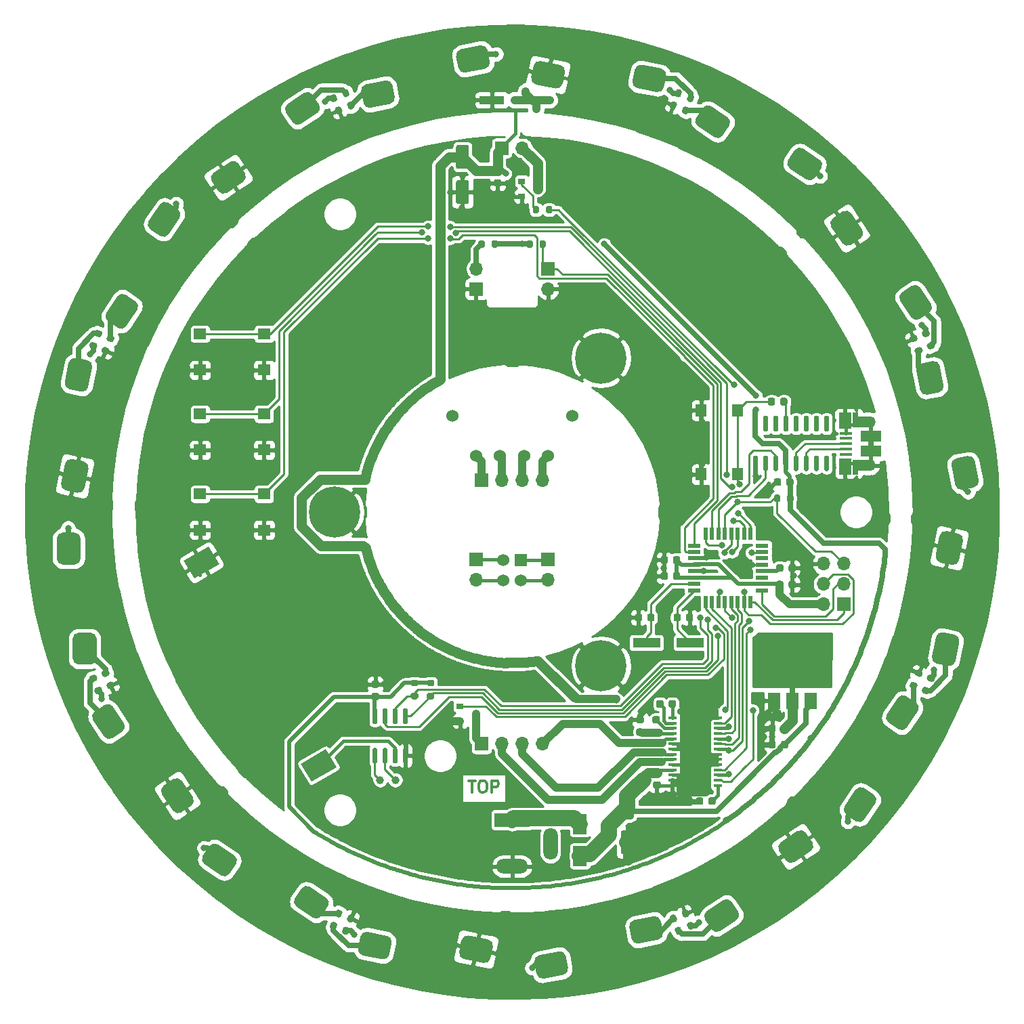
<source format=gtl>
%TF.GenerationSoftware,KiCad,Pcbnew,5.1.10-88a1d61d58~88~ubuntu18.04.1*%
%TF.CreationDate,2021-07-16T18:03:04+01:00*%
%TF.ProjectId,NerdClock,4e657264-436c-46f6-936b-2e6b69636164,rev?*%
%TF.SameCoordinates,Original*%
%TF.FileFunction,Copper,L1,Top*%
%TF.FilePolarity,Positive*%
%FSLAX46Y46*%
G04 Gerber Fmt 4.6, Leading zero omitted, Abs format (unit mm)*
G04 Created by KiCad (PCBNEW 5.1.10-88a1d61d58~88~ubuntu18.04.1) date 2021-07-16 18:03:04*
%MOMM*%
%LPD*%
G01*
G04 APERTURE LIST*
%TA.AperFunction,NonConductor*%
%ADD10C,0.300000*%
%TD*%
%TA.AperFunction,SMDPad,CuDef*%
%ADD11R,1.600000X1.400000*%
%TD*%
%TA.AperFunction,ComponentPad*%
%ADD12R,1.700000X1.700000*%
%TD*%
%TA.AperFunction,ComponentPad*%
%ADD13O,1.700000X1.700000*%
%TD*%
%TA.AperFunction,ComponentPad*%
%ADD14C,1.524000*%
%TD*%
%TA.AperFunction,SMDPad,CuDef*%
%ADD15R,1.100000X0.400000*%
%TD*%
%TA.AperFunction,SMDPad,CuDef*%
%ADD16R,3.400000X9.500000*%
%TD*%
%TA.AperFunction,ComponentPad*%
%ADD17C,0.600000*%
%TD*%
%TA.AperFunction,ComponentPad*%
%ADD18C,6.400000*%
%TD*%
%TA.AperFunction,ComponentPad*%
%ADD19C,0.800000*%
%TD*%
%TA.AperFunction,SMDPad,CuDef*%
%ADD20C,0.100000*%
%TD*%
%TA.AperFunction,ComponentPad*%
%ADD21O,1.800000X4.000000*%
%TD*%
%TA.AperFunction,ComponentPad*%
%ADD22O,4.000000X1.800000*%
%TD*%
%TA.AperFunction,ComponentPad*%
%ADD23R,4.400000X1.800000*%
%TD*%
%TA.AperFunction,SMDPad,CuDef*%
%ADD24R,2.000000X1.350000*%
%TD*%
%TA.AperFunction,SMDPad,CuDef*%
%ADD25R,0.700000X1.825000*%
%TD*%
%TA.AperFunction,SMDPad,CuDef*%
%ADD26R,1.500000X2.000000*%
%TD*%
%TA.AperFunction,SMDPad,CuDef*%
%ADD27R,1.650000X0.400000*%
%TD*%
%TA.AperFunction,ComponentPad*%
%ADD28O,1.500000X1.100000*%
%TD*%
%TA.AperFunction,ComponentPad*%
%ADD29O,1.700000X1.350000*%
%TD*%
%TA.AperFunction,SMDPad,CuDef*%
%ADD30R,2.500000X1.430000*%
%TD*%
%TA.AperFunction,SMDPad,CuDef*%
%ADD31R,0.900000X0.800000*%
%TD*%
%TA.AperFunction,SMDPad,CuDef*%
%ADD32R,1.400000X1.600000*%
%TD*%
%TA.AperFunction,SMDPad,CuDef*%
%ADD33R,3.800000X2.000000*%
%TD*%
%TA.AperFunction,SMDPad,CuDef*%
%ADD34R,1.600000X0.550000*%
%TD*%
%TA.AperFunction,SMDPad,CuDef*%
%ADD35R,0.550000X1.600000*%
%TD*%
%TA.AperFunction,ComponentPad*%
%ADD36R,1.524000X1.524000*%
%TD*%
%TA.AperFunction,SMDPad,CuDef*%
%ADD37R,3.500000X1.200000*%
%TD*%
%TA.AperFunction,ComponentPad*%
%ADD38C,1.000000*%
%TD*%
%TA.AperFunction,SMDPad,CuDef*%
%ADD39R,3.150000X1.000000*%
%TD*%
%TA.AperFunction,SMDPad,CuDef*%
%ADD40R,1.800000X2.500000*%
%TD*%
%TA.AperFunction,ViaPad*%
%ADD41C,0.800000*%
%TD*%
%TA.AperFunction,Conductor*%
%ADD42C,0.381000*%
%TD*%
%TA.AperFunction,Conductor*%
%ADD43C,0.635000*%
%TD*%
%TA.AperFunction,Conductor*%
%ADD44C,0.508000*%
%TD*%
%TA.AperFunction,Conductor*%
%ADD45C,2.000000*%
%TD*%
%TA.AperFunction,Conductor*%
%ADD46C,1.270000*%
%TD*%
%TA.AperFunction,Conductor*%
%ADD47C,1.000000*%
%TD*%
%TA.AperFunction,Conductor*%
%ADD48C,0.254000*%
%TD*%
%TA.AperFunction,Conductor*%
%ADD49C,0.100000*%
%TD*%
G04 APERTURE END LIST*
D10*
X94535714Y-133578571D02*
X95392857Y-133578571D01*
X94964285Y-135078571D02*
X94964285Y-133578571D01*
X96178571Y-133578571D02*
X96464285Y-133578571D01*
X96607142Y-133650000D01*
X96750000Y-133792857D01*
X96821428Y-134078571D01*
X96821428Y-134578571D01*
X96750000Y-134864285D01*
X96607142Y-135007142D01*
X96464285Y-135078571D01*
X96178571Y-135078571D01*
X96035714Y-135007142D01*
X95892857Y-134864285D01*
X95821428Y-134578571D01*
X95821428Y-134078571D01*
X95892857Y-133792857D01*
X96035714Y-133650000D01*
X96178571Y-133578571D01*
X97464285Y-135078571D02*
X97464285Y-133578571D01*
X98035714Y-133578571D01*
X98178571Y-133650000D01*
X98250000Y-133721428D01*
X98321428Y-133864285D01*
X98321428Y-134078571D01*
X98250000Y-134221428D01*
X98178571Y-134292857D01*
X98035714Y-134364285D01*
X97464285Y-134364285D01*
D11*
X61000000Y-82250000D03*
X69000000Y-82250000D03*
X61000000Y-77750000D03*
X69000000Y-77750000D03*
D12*
X96190000Y-96000000D03*
D13*
X98730000Y-96000000D03*
X101270000Y-96000000D03*
X103810000Y-96000000D03*
X103810000Y-129000000D03*
X101270000Y-129000000D03*
X98730000Y-129000000D03*
D12*
X96190000Y-129000000D03*
D14*
X95500000Y-93000000D03*
X98500000Y-93000000D03*
X101500000Y-93000000D03*
X104500000Y-93000000D03*
X92500000Y-88000000D03*
X107500000Y-88000000D03*
D15*
X120056000Y-125738000D03*
X120056000Y-126388000D03*
X120056000Y-127038000D03*
X120056000Y-127688000D03*
X120056000Y-128338000D03*
X120056000Y-128988000D03*
X120056000Y-129638000D03*
X120056000Y-130288000D03*
X120056000Y-130938000D03*
X120056000Y-131588000D03*
X120056000Y-132238000D03*
X120056000Y-132888000D03*
X120056000Y-133538000D03*
X120056000Y-134188000D03*
X125756000Y-134188000D03*
X125756000Y-133538000D03*
X125756000Y-132888000D03*
X125756000Y-132238000D03*
X125756000Y-131588000D03*
X125756000Y-130938000D03*
X125756000Y-130288000D03*
X125756000Y-129638000D03*
X125756000Y-128988000D03*
X125756000Y-128338000D03*
X125756000Y-127688000D03*
X125756000Y-127038000D03*
X125756000Y-126388000D03*
X125756000Y-125738000D03*
D16*
X122906000Y-129963000D03*
D17*
X121606000Y-125513000D03*
X122906000Y-125513000D03*
X124206000Y-125513000D03*
X124206000Y-127293000D03*
X122906000Y-127293000D03*
X121606000Y-127293000D03*
X124206000Y-129073000D03*
X122906000Y-129073000D03*
X121606000Y-129073000D03*
X124206000Y-130853000D03*
X122906000Y-130853000D03*
X121606000Y-130853000D03*
X124206000Y-132633000D03*
X122906000Y-132633000D03*
X121606000Y-132633000D03*
X124206000Y-134413000D03*
X122906000Y-134413000D03*
X121606000Y-134413000D03*
D18*
X111114000Y-80749000D03*
D19*
X113514000Y-80749000D03*
X112811056Y-82446056D03*
X111114000Y-83149000D03*
X109416944Y-82446056D03*
X108714000Y-80749000D03*
X109416944Y-79051944D03*
X111114000Y-78349000D03*
X112811056Y-79051944D03*
D18*
X111114000Y-119251000D03*
D19*
X113514000Y-119251000D03*
X112811056Y-120948056D03*
X111114000Y-121651000D03*
X109416944Y-120948056D03*
X108714000Y-119251000D03*
X109416944Y-117553944D03*
X111114000Y-116851000D03*
X112811056Y-117553944D03*
X79468056Y-98302944D03*
X77771000Y-97600000D03*
X76073944Y-98302944D03*
X75371000Y-100000000D03*
X76073944Y-101697056D03*
X77771000Y-102400000D03*
X79468056Y-101697056D03*
X80171000Y-100000000D03*
D18*
X77771000Y-100000000D03*
%TA.AperFunction,SMDPad,CuDef*%
D20*
G36*
X73616154Y-131461439D02*
G01*
X76733846Y-129661439D01*
X78033846Y-131913105D01*
X74916154Y-133713105D01*
X73616154Y-131461439D01*
G37*
%TD.AperFunction*%
%TA.AperFunction,SMDPad,CuDef*%
G36*
X58966154Y-106086895D02*
G01*
X62083846Y-104286895D01*
X63383846Y-106538561D01*
X60266154Y-108338561D01*
X58966154Y-106086895D01*
G37*
%TD.AperFunction*%
%TA.AperFunction,SMDPad,CuDef*%
G36*
G01*
X113850000Y-135400000D02*
X114950000Y-135400000D01*
G75*
G02*
X115200000Y-135650000I0J-250000D01*
G01*
X115200000Y-138150000D01*
G75*
G02*
X114950000Y-138400000I-250000J0D01*
G01*
X113850000Y-138400000D01*
G75*
G02*
X113600000Y-138150000I0J250000D01*
G01*
X113600000Y-135650000D01*
G75*
G02*
X113850000Y-135400000I250000J0D01*
G01*
G37*
%TD.AperFunction*%
%TA.AperFunction,SMDPad,CuDef*%
G36*
G01*
X113850000Y-139800000D02*
X114950000Y-139800000D01*
G75*
G02*
X115200000Y-140050000I0J-250000D01*
G01*
X115200000Y-142550000D01*
G75*
G02*
X114950000Y-142800000I-250000J0D01*
G01*
X113850000Y-142800000D01*
G75*
G02*
X113600000Y-142550000I0J250000D01*
G01*
X113600000Y-140050000D01*
G75*
G02*
X113850000Y-139800000I250000J0D01*
G01*
G37*
%TD.AperFunction*%
%TA.AperFunction,SMDPad,CuDef*%
G36*
G01*
X132969000Y-128838000D02*
X132969000Y-129338000D01*
G75*
G02*
X132744000Y-129563000I-225000J0D01*
G01*
X132294000Y-129563000D01*
G75*
G02*
X132069000Y-129338000I0J225000D01*
G01*
X132069000Y-128838000D01*
G75*
G02*
X132294000Y-128613000I225000J0D01*
G01*
X132744000Y-128613000D01*
G75*
G02*
X132969000Y-128838000I0J-225000D01*
G01*
G37*
%TD.AperFunction*%
%TA.AperFunction,SMDPad,CuDef*%
G36*
G01*
X134519000Y-128838000D02*
X134519000Y-129338000D01*
G75*
G02*
X134294000Y-129563000I-225000J0D01*
G01*
X133844000Y-129563000D01*
G75*
G02*
X133619000Y-129338000I0J225000D01*
G01*
X133619000Y-128838000D01*
G75*
G02*
X133844000Y-128613000I225000J0D01*
G01*
X134294000Y-128613000D01*
G75*
G02*
X134519000Y-128838000I0J-225000D01*
G01*
G37*
%TD.AperFunction*%
%TA.AperFunction,SMDPad,CuDef*%
G36*
G01*
X134519000Y-126806000D02*
X134519000Y-127306000D01*
G75*
G02*
X134294000Y-127531000I-225000J0D01*
G01*
X133844000Y-127531000D01*
G75*
G02*
X133619000Y-127306000I0J225000D01*
G01*
X133619000Y-126806000D01*
G75*
G02*
X133844000Y-126581000I225000J0D01*
G01*
X134294000Y-126581000D01*
G75*
G02*
X134519000Y-126806000I0J-225000D01*
G01*
G37*
%TD.AperFunction*%
%TA.AperFunction,SMDPad,CuDef*%
G36*
G01*
X132969000Y-126806000D02*
X132969000Y-127306000D01*
G75*
G02*
X132744000Y-127531000I-225000J0D01*
G01*
X132294000Y-127531000D01*
G75*
G02*
X132069000Y-127306000I0J225000D01*
G01*
X132069000Y-126806000D01*
G75*
G02*
X132294000Y-126581000I225000J0D01*
G01*
X132744000Y-126581000D01*
G75*
G02*
X132969000Y-126806000I0J-225000D01*
G01*
G37*
%TD.AperFunction*%
%TA.AperFunction,SMDPad,CuDef*%
G36*
G01*
X120475000Y-123750000D02*
X120475000Y-124250000D01*
G75*
G02*
X120250000Y-124475000I-225000J0D01*
G01*
X119800000Y-124475000D01*
G75*
G02*
X119575000Y-124250000I0J225000D01*
G01*
X119575000Y-123750000D01*
G75*
G02*
X119800000Y-123525000I225000J0D01*
G01*
X120250000Y-123525000D01*
G75*
G02*
X120475000Y-123750000I0J-225000D01*
G01*
G37*
%TD.AperFunction*%
%TA.AperFunction,SMDPad,CuDef*%
G36*
G01*
X118925000Y-123750000D02*
X118925000Y-124250000D01*
G75*
G02*
X118700000Y-124475000I-225000J0D01*
G01*
X118250000Y-124475000D01*
G75*
G02*
X118025000Y-124250000I0J225000D01*
G01*
X118025000Y-123750000D01*
G75*
G02*
X118250000Y-123525000I225000J0D01*
G01*
X118700000Y-123525000D01*
G75*
G02*
X118925000Y-123750000I0J-225000D01*
G01*
G37*
%TD.AperFunction*%
%TA.AperFunction,SMDPad,CuDef*%
G36*
G01*
X119475000Y-105750000D02*
X119475000Y-106250000D01*
G75*
G02*
X119250000Y-106475000I-225000J0D01*
G01*
X118800000Y-106475000D01*
G75*
G02*
X118575000Y-106250000I0J225000D01*
G01*
X118575000Y-105750000D01*
G75*
G02*
X118800000Y-105525000I225000J0D01*
G01*
X119250000Y-105525000D01*
G75*
G02*
X119475000Y-105750000I0J-225000D01*
G01*
G37*
%TD.AperFunction*%
%TA.AperFunction,SMDPad,CuDef*%
G36*
G01*
X121025000Y-105750000D02*
X121025000Y-106250000D01*
G75*
G02*
X120800000Y-106475000I-225000J0D01*
G01*
X120350000Y-106475000D01*
G75*
G02*
X120125000Y-106250000I0J225000D01*
G01*
X120125000Y-105750000D01*
G75*
G02*
X120350000Y-105525000I225000J0D01*
G01*
X120800000Y-105525000D01*
G75*
G02*
X121025000Y-105750000I0J-225000D01*
G01*
G37*
%TD.AperFunction*%
%TA.AperFunction,SMDPad,CuDef*%
G36*
G01*
X134575000Y-109335001D02*
X134575000Y-108835001D01*
G75*
G02*
X134800000Y-108610001I225000J0D01*
G01*
X135250000Y-108610001D01*
G75*
G02*
X135475000Y-108835001I0J-225000D01*
G01*
X135475000Y-109335001D01*
G75*
G02*
X135250000Y-109560001I-225000J0D01*
G01*
X134800000Y-109560001D01*
G75*
G02*
X134575000Y-109335001I0J225000D01*
G01*
G37*
%TD.AperFunction*%
%TA.AperFunction,SMDPad,CuDef*%
G36*
G01*
X133025000Y-109335001D02*
X133025000Y-108835001D01*
G75*
G02*
X133250000Y-108610001I225000J0D01*
G01*
X133700000Y-108610001D01*
G75*
G02*
X133925000Y-108835001I0J-225000D01*
G01*
X133925000Y-109335001D01*
G75*
G02*
X133700000Y-109560001I-225000J0D01*
G01*
X133250000Y-109560001D01*
G75*
G02*
X133025000Y-109335001I0J225000D01*
G01*
G37*
%TD.AperFunction*%
%TA.AperFunction,SMDPad,CuDef*%
G36*
G01*
X121025000Y-107750000D02*
X121025000Y-108250000D01*
G75*
G02*
X120800000Y-108475000I-225000J0D01*
G01*
X120350000Y-108475000D01*
G75*
G02*
X120125000Y-108250000I0J225000D01*
G01*
X120125000Y-107750000D01*
G75*
G02*
X120350000Y-107525000I225000J0D01*
G01*
X120800000Y-107525000D01*
G75*
G02*
X121025000Y-107750000I0J-225000D01*
G01*
G37*
%TD.AperFunction*%
%TA.AperFunction,SMDPad,CuDef*%
G36*
G01*
X119475000Y-107750000D02*
X119475000Y-108250000D01*
G75*
G02*
X119250000Y-108475000I-225000J0D01*
G01*
X118800000Y-108475000D01*
G75*
G02*
X118575000Y-108250000I0J225000D01*
G01*
X118575000Y-107750000D01*
G75*
G02*
X118800000Y-107525000I225000J0D01*
G01*
X119250000Y-107525000D01*
G75*
G02*
X119475000Y-107750000I0J-225000D01*
G01*
G37*
%TD.AperFunction*%
%TA.AperFunction,SMDPad,CuDef*%
G36*
G01*
X117750000Y-127075000D02*
X118250000Y-127075000D01*
G75*
G02*
X118475000Y-127300000I0J-225000D01*
G01*
X118475000Y-127750000D01*
G75*
G02*
X118250000Y-127975000I-225000J0D01*
G01*
X117750000Y-127975000D01*
G75*
G02*
X117525000Y-127750000I0J225000D01*
G01*
X117525000Y-127300000D01*
G75*
G02*
X117750000Y-127075000I225000J0D01*
G01*
G37*
%TD.AperFunction*%
%TA.AperFunction,SMDPad,CuDef*%
G36*
G01*
X117750000Y-125525000D02*
X118250000Y-125525000D01*
G75*
G02*
X118475000Y-125750000I0J-225000D01*
G01*
X118475000Y-126200000D01*
G75*
G02*
X118250000Y-126425000I-225000J0D01*
G01*
X117750000Y-126425000D01*
G75*
G02*
X117525000Y-126200000I0J225000D01*
G01*
X117525000Y-125750000D01*
G75*
G02*
X117750000Y-125525000I225000J0D01*
G01*
G37*
%TD.AperFunction*%
%TA.AperFunction,SMDPad,CuDef*%
G36*
G01*
X115750000Y-125525000D02*
X116250000Y-125525000D01*
G75*
G02*
X116475000Y-125750000I0J-225000D01*
G01*
X116475000Y-126200000D01*
G75*
G02*
X116250000Y-126425000I-225000J0D01*
G01*
X115750000Y-126425000D01*
G75*
G02*
X115525000Y-126200000I0J225000D01*
G01*
X115525000Y-125750000D01*
G75*
G02*
X115750000Y-125525000I225000J0D01*
G01*
G37*
%TD.AperFunction*%
%TA.AperFunction,SMDPad,CuDef*%
G36*
G01*
X115750000Y-127075000D02*
X116250000Y-127075000D01*
G75*
G02*
X116475000Y-127300000I0J-225000D01*
G01*
X116475000Y-127750000D01*
G75*
G02*
X116250000Y-127975000I-225000J0D01*
G01*
X115750000Y-127975000D01*
G75*
G02*
X115525000Y-127750000I0J225000D01*
G01*
X115525000Y-127300000D01*
G75*
G02*
X115750000Y-127075000I225000J0D01*
G01*
G37*
%TD.AperFunction*%
%TA.AperFunction,SMDPad,CuDef*%
G36*
G01*
X133925000Y-106750000D02*
X133925000Y-107250000D01*
G75*
G02*
X133700000Y-107475000I-225000J0D01*
G01*
X133250000Y-107475000D01*
G75*
G02*
X133025000Y-107250000I0J225000D01*
G01*
X133025000Y-106750000D01*
G75*
G02*
X133250000Y-106525000I225000J0D01*
G01*
X133700000Y-106525000D01*
G75*
G02*
X133925000Y-106750000I0J-225000D01*
G01*
G37*
%TD.AperFunction*%
%TA.AperFunction,SMDPad,CuDef*%
G36*
G01*
X135475000Y-106750000D02*
X135475000Y-107250000D01*
G75*
G02*
X135250000Y-107475000I-225000J0D01*
G01*
X134800000Y-107475000D01*
G75*
G02*
X134575000Y-107250000I0J225000D01*
G01*
X134575000Y-106750000D01*
G75*
G02*
X134800000Y-106525000I225000J0D01*
G01*
X135250000Y-106525000D01*
G75*
G02*
X135475000Y-106750000I0J-225000D01*
G01*
G37*
%TD.AperFunction*%
%TA.AperFunction,SMDPad,CuDef*%
G36*
G01*
X117860000Y-132125000D02*
X118360000Y-132125000D01*
G75*
G02*
X118585000Y-132350000I0J-225000D01*
G01*
X118585000Y-132800000D01*
G75*
G02*
X118360000Y-133025000I-225000J0D01*
G01*
X117860000Y-133025000D01*
G75*
G02*
X117635000Y-132800000I0J225000D01*
G01*
X117635000Y-132350000D01*
G75*
G02*
X117860000Y-132125000I225000J0D01*
G01*
G37*
%TD.AperFunction*%
%TA.AperFunction,SMDPad,CuDef*%
G36*
G01*
X117860000Y-133675000D02*
X118360000Y-133675000D01*
G75*
G02*
X118585000Y-133900000I0J-225000D01*
G01*
X118585000Y-134350000D01*
G75*
G02*
X118360000Y-134575000I-225000J0D01*
G01*
X117860000Y-134575000D01*
G75*
G02*
X117635000Y-134350000I0J225000D01*
G01*
X117635000Y-133900000D01*
G75*
G02*
X117860000Y-133675000I225000J0D01*
G01*
G37*
%TD.AperFunction*%
%TA.AperFunction,SMDPad,CuDef*%
G36*
G01*
X117811000Y-112950000D02*
X117811000Y-113450000D01*
G75*
G02*
X117586000Y-113675000I-225000J0D01*
G01*
X117136000Y-113675000D01*
G75*
G02*
X116911000Y-113450000I0J225000D01*
G01*
X116911000Y-112950000D01*
G75*
G02*
X117136000Y-112725000I225000J0D01*
G01*
X117586000Y-112725000D01*
G75*
G02*
X117811000Y-112950000I0J-225000D01*
G01*
G37*
%TD.AperFunction*%
%TA.AperFunction,SMDPad,CuDef*%
G36*
G01*
X116261000Y-112950000D02*
X116261000Y-113450000D01*
G75*
G02*
X116036000Y-113675000I-225000J0D01*
G01*
X115586000Y-113675000D01*
G75*
G02*
X115361000Y-113450000I0J225000D01*
G01*
X115361000Y-112950000D01*
G75*
G02*
X115586000Y-112725000I225000J0D01*
G01*
X116036000Y-112725000D01*
G75*
G02*
X116261000Y-112950000I0J-225000D01*
G01*
G37*
%TD.AperFunction*%
%TA.AperFunction,SMDPad,CuDef*%
G36*
G01*
X123893000Y-135894000D02*
X123893000Y-136394000D01*
G75*
G02*
X123668000Y-136619000I-225000J0D01*
G01*
X123218000Y-136619000D01*
G75*
G02*
X122993000Y-136394000I0J225000D01*
G01*
X122993000Y-135894000D01*
G75*
G02*
X123218000Y-135669000I225000J0D01*
G01*
X123668000Y-135669000D01*
G75*
G02*
X123893000Y-135894000I0J-225000D01*
G01*
G37*
%TD.AperFunction*%
%TA.AperFunction,SMDPad,CuDef*%
G36*
G01*
X125443000Y-135894000D02*
X125443000Y-136394000D01*
G75*
G02*
X125218000Y-136619000I-225000J0D01*
G01*
X124768000Y-136619000D01*
G75*
G02*
X124543000Y-136394000I0J225000D01*
G01*
X124543000Y-135894000D01*
G75*
G02*
X124768000Y-135669000I225000J0D01*
G01*
X125218000Y-135669000D01*
G75*
G02*
X125443000Y-135894000I0J-225000D01*
G01*
G37*
%TD.AperFunction*%
%TA.AperFunction,SMDPad,CuDef*%
G36*
G01*
X120187000Y-113450000D02*
X120187000Y-112950000D01*
G75*
G02*
X120412000Y-112725000I225000J0D01*
G01*
X120862000Y-112725000D01*
G75*
G02*
X121087000Y-112950000I0J-225000D01*
G01*
X121087000Y-113450000D01*
G75*
G02*
X120862000Y-113675000I-225000J0D01*
G01*
X120412000Y-113675000D01*
G75*
G02*
X120187000Y-113450000I0J225000D01*
G01*
G37*
%TD.AperFunction*%
%TA.AperFunction,SMDPad,CuDef*%
G36*
G01*
X121737000Y-113450000D02*
X121737000Y-112950000D01*
G75*
G02*
X121962000Y-112725000I225000J0D01*
G01*
X122412000Y-112725000D01*
G75*
G02*
X122637000Y-112950000I0J-225000D01*
G01*
X122637000Y-113450000D01*
G75*
G02*
X122412000Y-113675000I-225000J0D01*
G01*
X121962000Y-113675000D01*
G75*
G02*
X121737000Y-113450000I0J225000D01*
G01*
G37*
%TD.AperFunction*%
%TA.AperFunction,SMDPad,CuDef*%
G36*
G01*
X83150000Y-121975000D02*
X82650000Y-121975000D01*
G75*
G02*
X82425000Y-121750000I0J225000D01*
G01*
X82425000Y-121300000D01*
G75*
G02*
X82650000Y-121075000I225000J0D01*
G01*
X83150000Y-121075000D01*
G75*
G02*
X83375000Y-121300000I0J-225000D01*
G01*
X83375000Y-121750000D01*
G75*
G02*
X83150000Y-121975000I-225000J0D01*
G01*
G37*
%TD.AperFunction*%
%TA.AperFunction,SMDPad,CuDef*%
G36*
G01*
X83150000Y-123525000D02*
X82650000Y-123525000D01*
G75*
G02*
X82425000Y-123300000I0J225000D01*
G01*
X82425000Y-122850000D01*
G75*
G02*
X82650000Y-122625000I225000J0D01*
G01*
X83150000Y-122625000D01*
G75*
G02*
X83375000Y-122850000I0J-225000D01*
G01*
X83375000Y-123300000D01*
G75*
G02*
X83150000Y-123525000I-225000J0D01*
G01*
G37*
%TD.AperFunction*%
%TA.AperFunction,SMDPad,CuDef*%
G36*
G01*
X133625000Y-96016000D02*
X133625000Y-96516000D01*
G75*
G02*
X133400000Y-96741000I-225000J0D01*
G01*
X132950000Y-96741000D01*
G75*
G02*
X132725000Y-96516000I0J225000D01*
G01*
X132725000Y-96016000D01*
G75*
G02*
X132950000Y-95791000I225000J0D01*
G01*
X133400000Y-95791000D01*
G75*
G02*
X133625000Y-96016000I0J-225000D01*
G01*
G37*
%TD.AperFunction*%
%TA.AperFunction,SMDPad,CuDef*%
G36*
G01*
X135175000Y-96016000D02*
X135175000Y-96516000D01*
G75*
G02*
X134950000Y-96741000I-225000J0D01*
G01*
X134500000Y-96741000D01*
G75*
G02*
X134275000Y-96516000I0J225000D01*
G01*
X134275000Y-96016000D01*
G75*
G02*
X134500000Y-95791000I225000J0D01*
G01*
X134950000Y-95791000D01*
G75*
G02*
X135175000Y-96016000I0J-225000D01*
G01*
G37*
%TD.AperFunction*%
%TA.AperFunction,SMDPad,CuDef*%
G36*
G01*
X131975000Y-86450000D02*
X131975000Y-85950000D01*
G75*
G02*
X132200000Y-85725000I225000J0D01*
G01*
X132650000Y-85725000D01*
G75*
G02*
X132875000Y-85950000I0J-225000D01*
G01*
X132875000Y-86450000D01*
G75*
G02*
X132650000Y-86675000I-225000J0D01*
G01*
X132200000Y-86675000D01*
G75*
G02*
X131975000Y-86450000I0J225000D01*
G01*
G37*
%TD.AperFunction*%
%TA.AperFunction,SMDPad,CuDef*%
G36*
G01*
X133525000Y-86450000D02*
X133525000Y-85950000D01*
G75*
G02*
X133750000Y-85725000I225000J0D01*
G01*
X134200000Y-85725000D01*
G75*
G02*
X134425000Y-85950000I0J-225000D01*
G01*
X134425000Y-86450000D01*
G75*
G02*
X134200000Y-86675000I-225000J0D01*
G01*
X133750000Y-86675000D01*
G75*
G02*
X133525000Y-86450000I0J225000D01*
G01*
G37*
%TD.AperFunction*%
%TA.AperFunction,SMDPad,CuDef*%
G36*
G01*
X81419031Y-48885105D02*
X81127679Y-47413673D01*
G75*
G02*
X81717719Y-46532281I735716J145676D01*
G01*
X84170107Y-46046695D01*
G75*
G02*
X85051499Y-46636735I145676J-735716D01*
G01*
X85342851Y-48108167D01*
G75*
G02*
X84752811Y-48989559I-735716J-145676D01*
G01*
X82300423Y-49475145D01*
G75*
G02*
X81419031Y-48885105I-145676J735716D01*
G01*
G37*
%TD.AperFunction*%
%TA.AperFunction,SMDPad,CuDef*%
G36*
G01*
X96924969Y-42246895D02*
X97216321Y-43718327D01*
G75*
G02*
X96626281Y-44599719I-735716J-145676D01*
G01*
X94173893Y-45085305D01*
G75*
G02*
X93292501Y-44495265I-145676J735716D01*
G01*
X93001149Y-43023833D01*
G75*
G02*
X93591189Y-42142441I735716J145676D01*
G01*
X96043577Y-41656855D01*
G75*
G02*
X96924969Y-42246895I145676J-735716D01*
G01*
G37*
%TD.AperFunction*%
%TA.AperFunction,SMDPad,CuDef*%
G36*
G01*
X75048104Y-47809338D02*
X75882547Y-49055815D01*
G75*
G02*
X75676531Y-50096275I-623238J-417222D01*
G01*
X73599070Y-51487014D01*
G75*
G02*
X72558610Y-51280998I-417222J623238D01*
G01*
X71724167Y-50034521D01*
G75*
G02*
X71930183Y-48994061I623238J417222D01*
G01*
X74007644Y-47603322D01*
G75*
G02*
X75048104Y-47809338I417222J-623238D01*
G01*
G37*
%TD.AperFunction*%
%TA.AperFunction,SMDPad,CuDef*%
G36*
G01*
X63283896Y-59896662D02*
X62449453Y-58650185D01*
G75*
G02*
X62655469Y-57609725I623238J417222D01*
G01*
X64732930Y-56218986D01*
G75*
G02*
X65773390Y-56425002I417222J-623238D01*
G01*
X66607833Y-57671479D01*
G75*
G02*
X66401817Y-58711939I-623238J-417222D01*
G01*
X64324356Y-60102678D01*
G75*
G02*
X63283896Y-59896662I-417222J623238D01*
G01*
G37*
%TD.AperFunction*%
%TA.AperFunction,SMDPad,CuDef*%
G36*
G01*
X50717784Y-76995139D02*
X49471307Y-76160696D01*
G75*
G02*
X49265291Y-75120236I417222J623238D01*
G01*
X50656030Y-73042775D01*
G75*
G02*
X51696490Y-72836759I623238J-417222D01*
G01*
X52942967Y-73671202D01*
G75*
G02*
X53148983Y-74711662I-417222J-623238D01*
G01*
X51758244Y-76789123D01*
G75*
G02*
X50717784Y-76995139I-623238J417222D01*
G01*
G37*
%TD.AperFunction*%
%TA.AperFunction,SMDPad,CuDef*%
G36*
G01*
X56988216Y-61336861D02*
X58234693Y-62171304D01*
G75*
G02*
X58440709Y-63211764I-417222J-623238D01*
G01*
X57049970Y-65289225D01*
G75*
G02*
X56009510Y-65495241I-623238J417222D01*
G01*
X54763033Y-64660798D01*
G75*
G02*
X54557017Y-63620338I417222J623238D01*
G01*
X55947756Y-61542877D01*
G75*
G02*
X56988216Y-61336861I623238J-417222D01*
G01*
G37*
%TD.AperFunction*%
%TA.AperFunction,SMDPad,CuDef*%
G36*
G01*
X45451763Y-80739210D02*
X46923195Y-81030562D01*
G75*
G02*
X47513235Y-81911954I-145676J-735716D01*
G01*
X47027649Y-84364342D01*
G75*
G02*
X46146257Y-84954382I-735716J145676D01*
G01*
X44674825Y-84663030D01*
G75*
G02*
X44084785Y-83781638I145676J735716D01*
G01*
X44570371Y-81329250D01*
G75*
G02*
X45451763Y-80739210I735716J-145676D01*
G01*
G37*
%TD.AperFunction*%
%TA.AperFunction,SMDPad,CuDef*%
G36*
G01*
X45680237Y-97604790D02*
X44208805Y-97313438D01*
G75*
G02*
X43618765Y-96432046I145676J735716D01*
G01*
X44104351Y-93979658D01*
G75*
G02*
X44985743Y-93389618I735716J-145676D01*
G01*
X46457175Y-93680970D01*
G75*
G02*
X47047215Y-94562362I-145676J-735716D01*
G01*
X46561629Y-97014750D01*
G75*
G02*
X45680237Y-97604790I-735716J145676D01*
G01*
G37*
%TD.AperFunction*%
%TA.AperFunction,SMDPad,CuDef*%
G36*
G01*
X47316000Y-119078000D02*
X45816000Y-119078000D01*
G75*
G02*
X45066000Y-118328000I0J750000D01*
G01*
X45066000Y-115828000D01*
G75*
G02*
X45816000Y-115078000I750000J0D01*
G01*
X47316000Y-115078000D01*
G75*
G02*
X48066000Y-115828000I0J-750000D01*
G01*
X48066000Y-118328000D01*
G75*
G02*
X47316000Y-119078000I-750000J0D01*
G01*
G37*
%TD.AperFunction*%
%TA.AperFunction,SMDPad,CuDef*%
G36*
G01*
X43816000Y-102578000D02*
X45316000Y-102578000D01*
G75*
G02*
X46066000Y-103328000I0J-750000D01*
G01*
X46066000Y-105828000D01*
G75*
G02*
X45316000Y-106578000I-750000J0D01*
G01*
X43816000Y-106578000D01*
G75*
G02*
X43066000Y-105828000I0J750000D01*
G01*
X43066000Y-103328000D01*
G75*
G02*
X43816000Y-102578000I750000J0D01*
G01*
G37*
%TD.AperFunction*%
%TA.AperFunction,SMDPad,CuDef*%
G36*
G01*
X47809338Y-124951896D02*
X49055815Y-124117453D01*
G75*
G02*
X50096275Y-124323469I417222J-623238D01*
G01*
X51487014Y-126400930D01*
G75*
G02*
X51280998Y-127441390I-623238J-417222D01*
G01*
X50034521Y-128275833D01*
G75*
G02*
X48994061Y-128069817I-417222J623238D01*
G01*
X47603322Y-125992356D01*
G75*
G02*
X47809338Y-124951896I623238J417222D01*
G01*
G37*
%TD.AperFunction*%
%TA.AperFunction,SMDPad,CuDef*%
G36*
G01*
X59896662Y-136716104D02*
X58650185Y-137550547D01*
G75*
G02*
X57609725Y-137344531I-417222J623238D01*
G01*
X56218986Y-135267070D01*
G75*
G02*
X56425002Y-134226610I623238J417222D01*
G01*
X57671479Y-133392167D01*
G75*
G02*
X58711939Y-133598183I417222J-623238D01*
G01*
X60102678Y-135675644D01*
G75*
G02*
X59896662Y-136716104I-623238J-417222D01*
G01*
G37*
%TD.AperFunction*%
%TA.AperFunction,SMDPad,CuDef*%
G36*
G01*
X76995139Y-149282216D02*
X76160696Y-150528693D01*
G75*
G02*
X75120236Y-150734709I-623238J417222D01*
G01*
X73042775Y-149343970D01*
G75*
G02*
X72836759Y-148303510I417222J623238D01*
G01*
X73671202Y-147057033D01*
G75*
G02*
X74711662Y-146851017I623238J-417222D01*
G01*
X76789123Y-148241756D01*
G75*
G02*
X76995139Y-149282216I-417222J-623238D01*
G01*
G37*
%TD.AperFunction*%
%TA.AperFunction,SMDPad,CuDef*%
G36*
G01*
X61336861Y-143011784D02*
X62171304Y-141765307D01*
G75*
G02*
X63211764Y-141559291I623238J-417222D01*
G01*
X65289225Y-142950030D01*
G75*
G02*
X65495241Y-143990490I-417222J-623238D01*
G01*
X64660798Y-145236967D01*
G75*
G02*
X63620338Y-145442983I-623238J417222D01*
G01*
X61542877Y-144052244D01*
G75*
G02*
X61336861Y-143011784I417222J623238D01*
G01*
G37*
%TD.AperFunction*%
%TA.AperFunction,SMDPad,CuDef*%
G36*
G01*
X80739210Y-154548237D02*
X81030562Y-153076805D01*
G75*
G02*
X81911954Y-152486765I735716J-145676D01*
G01*
X84364342Y-152972351D01*
G75*
G02*
X84954382Y-153853743I-145676J-735716D01*
G01*
X84663030Y-155325175D01*
G75*
G02*
X83781638Y-155915215I-735716J145676D01*
G01*
X81329250Y-155429629D01*
G75*
G02*
X80739210Y-154548237I145676J735716D01*
G01*
G37*
%TD.AperFunction*%
%TA.AperFunction,SMDPad,CuDef*%
G36*
G01*
X97604790Y-154319763D02*
X97313438Y-155791195D01*
G75*
G02*
X96432046Y-156381235I-735716J145676D01*
G01*
X93979658Y-155895649D01*
G75*
G02*
X93389618Y-155014257I145676J735716D01*
G01*
X93680970Y-153542825D01*
G75*
G02*
X94562362Y-152952785I735716J-145676D01*
G01*
X97014750Y-153438371D01*
G75*
G02*
X97604790Y-154319763I-145676J-735716D01*
G01*
G37*
%TD.AperFunction*%
%TA.AperFunction,SMDPad,CuDef*%
G36*
G01*
X118580969Y-151114895D02*
X118872321Y-152586327D01*
G75*
G02*
X118282281Y-153467719I-735716J-145676D01*
G01*
X115829893Y-153953305D01*
G75*
G02*
X114948501Y-153363265I-145676J735716D01*
G01*
X114657149Y-151891833D01*
G75*
G02*
X115247189Y-151010441I735716J145676D01*
G01*
X117699577Y-150524855D01*
G75*
G02*
X118580969Y-151114895I145676J-735716D01*
G01*
G37*
%TD.AperFunction*%
%TA.AperFunction,SMDPad,CuDef*%
G36*
G01*
X103075031Y-157753105D02*
X102783679Y-156281673D01*
G75*
G02*
X103373719Y-155400281I735716J145676D01*
G01*
X105826107Y-154914695D01*
G75*
G02*
X106707499Y-155504735I145676J-735716D01*
G01*
X106998851Y-156976167D01*
G75*
G02*
X106408811Y-157857559I-735716J-145676D01*
G01*
X103956423Y-158343145D01*
G75*
G02*
X103075031Y-157753105I-145676J735716D01*
G01*
G37*
%TD.AperFunction*%
%TA.AperFunction,SMDPad,CuDef*%
G36*
G01*
X124951896Y-152190662D02*
X124117453Y-150944185D01*
G75*
G02*
X124323469Y-149903725I623238J417222D01*
G01*
X126400930Y-148512986D01*
G75*
G02*
X127441390Y-148719002I417222J-623238D01*
G01*
X128275833Y-149965479D01*
G75*
G02*
X128069817Y-151005939I-623238J-417222D01*
G01*
X125992356Y-152396678D01*
G75*
G02*
X124951896Y-152190662I-417222J623238D01*
G01*
G37*
%TD.AperFunction*%
%TA.AperFunction,SMDPad,CuDef*%
G36*
G01*
X136716104Y-140103338D02*
X137550547Y-141349815D01*
G75*
G02*
X137344531Y-142390275I-623238J-417222D01*
G01*
X135267070Y-143781014D01*
G75*
G02*
X134226610Y-143574998I-417222J623238D01*
G01*
X133392167Y-142328521D01*
G75*
G02*
X133598183Y-141288061I623238J417222D01*
G01*
X135675644Y-139897322D01*
G75*
G02*
X136716104Y-140103338I417222J-623238D01*
G01*
G37*
%TD.AperFunction*%
%TA.AperFunction,SMDPad,CuDef*%
G36*
G01*
X149282216Y-123004861D02*
X150528693Y-123839304D01*
G75*
G02*
X150734709Y-124879764I-417222J-623238D01*
G01*
X149343970Y-126957225D01*
G75*
G02*
X148303510Y-127163241I-623238J417222D01*
G01*
X147057033Y-126328798D01*
G75*
G02*
X146851017Y-125288338I417222J623238D01*
G01*
X148241756Y-123210877D01*
G75*
G02*
X149282216Y-123004861I623238J-417222D01*
G01*
G37*
%TD.AperFunction*%
%TA.AperFunction,SMDPad,CuDef*%
G36*
G01*
X143011784Y-138663139D02*
X141765307Y-137828696D01*
G75*
G02*
X141559291Y-136788236I417222J623238D01*
G01*
X142950030Y-134710775D01*
G75*
G02*
X143990490Y-134504759I623238J-417222D01*
G01*
X145236967Y-135339202D01*
G75*
G02*
X145442983Y-136379662I-417222J-623238D01*
G01*
X144052244Y-138457123D01*
G75*
G02*
X143011784Y-138663139I-623238J417222D01*
G01*
G37*
%TD.AperFunction*%
%TA.AperFunction,SMDPad,CuDef*%
G36*
G01*
X154548237Y-119260790D02*
X153076805Y-118969438D01*
G75*
G02*
X152486765Y-118088046I145676J735716D01*
G01*
X152972351Y-115635658D01*
G75*
G02*
X153853743Y-115045618I735716J-145676D01*
G01*
X155325175Y-115336970D01*
G75*
G02*
X155915215Y-116218362I-145676J-735716D01*
G01*
X155429629Y-118670750D01*
G75*
G02*
X154548237Y-119260790I-735716J145676D01*
G01*
G37*
%TD.AperFunction*%
%TA.AperFunction,SMDPad,CuDef*%
G36*
G01*
X154319763Y-102395210D02*
X155791195Y-102686562D01*
G75*
G02*
X156381235Y-103567954I-145676J-735716D01*
G01*
X155895649Y-106020342D01*
G75*
G02*
X155014257Y-106610382I-735716J145676D01*
G01*
X153542825Y-106319030D01*
G75*
G02*
X152952785Y-105437638I145676J735716D01*
G01*
X153438371Y-102985250D01*
G75*
G02*
X154319763Y-102395210I735716J-145676D01*
G01*
G37*
%TD.AperFunction*%
%TA.AperFunction,SMDPad,CuDef*%
G36*
G01*
X157753105Y-96924969D02*
X156281673Y-97216321D01*
G75*
G02*
X155400281Y-96626281I-145676J735716D01*
G01*
X154914695Y-94173893D01*
G75*
G02*
X155504735Y-93292501I735716J145676D01*
G01*
X156976167Y-93001149D01*
G75*
G02*
X157857559Y-93591189I145676J-735716D01*
G01*
X158343145Y-96043577D01*
G75*
G02*
X157753105Y-96924969I-735716J-145676D01*
G01*
G37*
%TD.AperFunction*%
%TA.AperFunction,SMDPad,CuDef*%
G36*
G01*
X151114895Y-81419031D02*
X152586327Y-81127679D01*
G75*
G02*
X153467719Y-81717719I145676J-735716D01*
G01*
X153953305Y-84170107D01*
G75*
G02*
X153363265Y-85051499I-735716J-145676D01*
G01*
X151891833Y-85342851D01*
G75*
G02*
X151010441Y-84752811I-145676J735716D01*
G01*
X150524855Y-82300423D01*
G75*
G02*
X151114895Y-81419031I735716J145676D01*
G01*
G37*
%TD.AperFunction*%
%TA.AperFunction,SMDPad,CuDef*%
G36*
G01*
X140103338Y-63283896D02*
X141349815Y-62449453D01*
G75*
G02*
X142390275Y-62655469I417222J-623238D01*
G01*
X143781014Y-64732930D01*
G75*
G02*
X143574998Y-65773390I-623238J-417222D01*
G01*
X142328521Y-66607833D01*
G75*
G02*
X141288061Y-66401817I-417222J623238D01*
G01*
X139897322Y-64324356D01*
G75*
G02*
X140103338Y-63283896I623238J417222D01*
G01*
G37*
%TD.AperFunction*%
%TA.AperFunction,SMDPad,CuDef*%
G36*
G01*
X152190662Y-75048104D02*
X150944185Y-75882547D01*
G75*
G02*
X149903725Y-75676531I-417222J623238D01*
G01*
X148512986Y-73599070D01*
G75*
G02*
X148719002Y-72558610I623238J417222D01*
G01*
X149965479Y-71724167D01*
G75*
G02*
X151005939Y-71930183I417222J-623238D01*
G01*
X152396678Y-74007644D01*
G75*
G02*
X152190662Y-75048104I-623238J-417222D01*
G01*
G37*
%TD.AperFunction*%
%TA.AperFunction,SMDPad,CuDef*%
G36*
G01*
X123004861Y-50717784D02*
X123839304Y-49471307D01*
G75*
G02*
X124879764Y-49265291I623238J-417222D01*
G01*
X126957225Y-50656030D01*
G75*
G02*
X127163241Y-51696490I-417222J-623238D01*
G01*
X126328798Y-52942967D01*
G75*
G02*
X125288338Y-53148983I-623238J417222D01*
G01*
X123210877Y-51758244D01*
G75*
G02*
X123004861Y-50717784I417222J623238D01*
G01*
G37*
%TD.AperFunction*%
%TA.AperFunction,SMDPad,CuDef*%
G36*
G01*
X138663139Y-56988216D02*
X137828696Y-58234693D01*
G75*
G02*
X136788236Y-58440709I-623238J417222D01*
G01*
X134710775Y-57049970D01*
G75*
G02*
X134504759Y-56009510I417222J623238D01*
G01*
X135339202Y-54763033D01*
G75*
G02*
X136379662Y-54557017I623238J-417222D01*
G01*
X138457123Y-55947756D01*
G75*
G02*
X138663139Y-56988216I-417222J-623238D01*
G01*
G37*
%TD.AperFunction*%
%TA.AperFunction,SMDPad,CuDef*%
G36*
G01*
X119260790Y-45451763D02*
X118969438Y-46923195D01*
G75*
G02*
X118088046Y-47513235I-735716J145676D01*
G01*
X115635658Y-47027649D01*
G75*
G02*
X115045618Y-46146257I145676J735716D01*
G01*
X115336970Y-44674825D01*
G75*
G02*
X116218362Y-44084785I735716J-145676D01*
G01*
X118670750Y-44570371D01*
G75*
G02*
X119260790Y-45451763I-145676J-735716D01*
G01*
G37*
%TD.AperFunction*%
%TA.AperFunction,SMDPad,CuDef*%
G36*
G01*
X102395210Y-45680237D02*
X102686562Y-44208805D01*
G75*
G02*
X103567954Y-43618765I735716J-145676D01*
G01*
X106020342Y-44104351D01*
G75*
G02*
X106610382Y-44985743I-145676J-735716D01*
G01*
X106319030Y-46457175D01*
G75*
G02*
X105437638Y-47047215I-735716J145676D01*
G01*
X102985250Y-46561629D01*
G75*
G02*
X102395210Y-45680237I145676J735716D01*
G01*
G37*
%TD.AperFunction*%
D13*
X101270000Y-54500000D03*
D12*
X98730000Y-54500000D03*
D21*
X104800000Y-141500000D03*
D22*
X100000000Y-144300000D03*
D23*
X100000000Y-138500000D03*
D12*
X141450000Y-111550000D03*
D13*
X138910000Y-111550000D03*
X141450000Y-109010000D03*
X138910000Y-109010000D03*
X141450000Y-106470000D03*
X138910000Y-106470000D03*
D24*
X143695000Y-88715000D03*
X143695000Y-94195000D03*
D25*
X142945000Y-94415000D03*
X142945000Y-88465000D03*
D26*
X141645000Y-94315000D03*
X141625000Y-88565000D03*
D27*
X141745000Y-92765000D03*
X141745000Y-92115000D03*
X141745000Y-91465000D03*
X141745000Y-90815000D03*
X141745000Y-90165000D03*
D28*
X141625000Y-93885000D03*
X141625000Y-89045000D03*
D29*
X144625000Y-94195000D03*
X144625000Y-88735000D03*
D30*
X144895000Y-92425000D03*
X144895000Y-90505000D03*
D31*
X103200000Y-59600000D03*
X101200000Y-60550000D03*
X101200000Y-58650000D03*
X93500000Y-124272000D03*
X93500000Y-126172000D03*
X95500000Y-125222000D03*
%TA.AperFunction,SMDPad,CuDef*%
G36*
G01*
X103375000Y-61925000D02*
X103375000Y-62475000D01*
G75*
G02*
X103175000Y-62675000I-200000J0D01*
G01*
X102775000Y-62675000D01*
G75*
G02*
X102575000Y-62475000I0J200000D01*
G01*
X102575000Y-61925000D01*
G75*
G02*
X102775000Y-61725000I200000J0D01*
G01*
X103175000Y-61725000D01*
G75*
G02*
X103375000Y-61925000I0J-200000D01*
G01*
G37*
%TD.AperFunction*%
%TA.AperFunction,SMDPad,CuDef*%
G36*
G01*
X105025000Y-61925000D02*
X105025000Y-62475000D01*
G75*
G02*
X104825000Y-62675000I-200000J0D01*
G01*
X104425000Y-62675000D01*
G75*
G02*
X104225000Y-62475000I0J200000D01*
G01*
X104225000Y-61925000D01*
G75*
G02*
X104425000Y-61725000I200000J0D01*
G01*
X104825000Y-61725000D01*
G75*
G02*
X105025000Y-61925000I0J-200000D01*
G01*
G37*
%TD.AperFunction*%
%TA.AperFunction,SMDPad,CuDef*%
G36*
G01*
X97425000Y-66775000D02*
X97425000Y-66225000D01*
G75*
G02*
X97625000Y-66025000I200000J0D01*
G01*
X98025000Y-66025000D01*
G75*
G02*
X98225000Y-66225000I0J-200000D01*
G01*
X98225000Y-66775000D01*
G75*
G02*
X98025000Y-66975000I-200000J0D01*
G01*
X97625000Y-66975000D01*
G75*
G02*
X97425000Y-66775000I0J200000D01*
G01*
G37*
%TD.AperFunction*%
%TA.AperFunction,SMDPad,CuDef*%
G36*
G01*
X95775000Y-66775000D02*
X95775000Y-66225000D01*
G75*
G02*
X95975000Y-66025000I200000J0D01*
G01*
X96375000Y-66025000D01*
G75*
G02*
X96575000Y-66225000I0J-200000D01*
G01*
X96575000Y-66775000D01*
G75*
G02*
X96375000Y-66975000I-200000J0D01*
G01*
X95975000Y-66975000D01*
G75*
G02*
X95775000Y-66775000I0J200000D01*
G01*
G37*
%TD.AperFunction*%
%TA.AperFunction,SMDPad,CuDef*%
G36*
G01*
X104225000Y-66225000D02*
X104225000Y-66775000D01*
G75*
G02*
X104025000Y-66975000I-200000J0D01*
G01*
X103625000Y-66975000D01*
G75*
G02*
X103425000Y-66775000I0J200000D01*
G01*
X103425000Y-66225000D01*
G75*
G02*
X103625000Y-66025000I200000J0D01*
G01*
X104025000Y-66025000D01*
G75*
G02*
X104225000Y-66225000I0J-200000D01*
G01*
G37*
%TD.AperFunction*%
%TA.AperFunction,SMDPad,CuDef*%
G36*
G01*
X102575000Y-66225000D02*
X102575000Y-66775000D01*
G75*
G02*
X102375000Y-66975000I-200000J0D01*
G01*
X101975000Y-66975000D01*
G75*
G02*
X101775000Y-66775000I0J200000D01*
G01*
X101775000Y-66225000D01*
G75*
G02*
X101975000Y-66025000I200000J0D01*
G01*
X102375000Y-66025000D01*
G75*
G02*
X102575000Y-66225000I0J-200000D01*
G01*
G37*
%TD.AperFunction*%
%TA.AperFunction,SMDPad,CuDef*%
G36*
G01*
X134375000Y-98573000D02*
X134375000Y-98023000D01*
G75*
G02*
X134575000Y-97823000I200000J0D01*
G01*
X134975000Y-97823000D01*
G75*
G02*
X135175000Y-98023000I0J-200000D01*
G01*
X135175000Y-98573000D01*
G75*
G02*
X134975000Y-98773000I-200000J0D01*
G01*
X134575000Y-98773000D01*
G75*
G02*
X134375000Y-98573000I0J200000D01*
G01*
G37*
%TD.AperFunction*%
%TA.AperFunction,SMDPad,CuDef*%
G36*
G01*
X132725000Y-98573000D02*
X132725000Y-98023000D01*
G75*
G02*
X132925000Y-97823000I200000J0D01*
G01*
X133325000Y-97823000D01*
G75*
G02*
X133525000Y-98023000I0J-200000D01*
G01*
X133525000Y-98573000D01*
G75*
G02*
X133325000Y-98773000I-200000J0D01*
G01*
X132925000Y-98773000D01*
G75*
G02*
X132725000Y-98573000I0J200000D01*
G01*
G37*
%TD.AperFunction*%
%TA.AperFunction,SMDPad,CuDef*%
G36*
G01*
X88075000Y-123425000D02*
X87525000Y-123425000D01*
G75*
G02*
X87325000Y-123225000I0J200000D01*
G01*
X87325000Y-122825000D01*
G75*
G02*
X87525000Y-122625000I200000J0D01*
G01*
X88075000Y-122625000D01*
G75*
G02*
X88275000Y-122825000I0J-200000D01*
G01*
X88275000Y-123225000D01*
G75*
G02*
X88075000Y-123425000I-200000J0D01*
G01*
G37*
%TD.AperFunction*%
%TA.AperFunction,SMDPad,CuDef*%
G36*
G01*
X88075000Y-121775000D02*
X87525000Y-121775000D01*
G75*
G02*
X87325000Y-121575000I0J200000D01*
G01*
X87325000Y-121175000D01*
G75*
G02*
X87525000Y-120975000I200000J0D01*
G01*
X88075000Y-120975000D01*
G75*
G02*
X88275000Y-121175000I0J-200000D01*
G01*
X88275000Y-121575000D01*
G75*
G02*
X88075000Y-121775000I-200000J0D01*
G01*
G37*
%TD.AperFunction*%
%TA.AperFunction,SMDPad,CuDef*%
G36*
G01*
X90075000Y-121775000D02*
X89525000Y-121775000D01*
G75*
G02*
X89325000Y-121575000I0J200000D01*
G01*
X89325000Y-121175000D01*
G75*
G02*
X89525000Y-120975000I200000J0D01*
G01*
X90075000Y-120975000D01*
G75*
G02*
X90275000Y-121175000I0J-200000D01*
G01*
X90275000Y-121575000D01*
G75*
G02*
X90075000Y-121775000I-200000J0D01*
G01*
G37*
%TD.AperFunction*%
%TA.AperFunction,SMDPad,CuDef*%
G36*
G01*
X90075000Y-123425000D02*
X89525000Y-123425000D01*
G75*
G02*
X89325000Y-123225000I0J200000D01*
G01*
X89325000Y-122825000D01*
G75*
G02*
X89525000Y-122625000I200000J0D01*
G01*
X90075000Y-122625000D01*
G75*
G02*
X90275000Y-122825000I0J-200000D01*
G01*
X90275000Y-123225000D01*
G75*
G02*
X90075000Y-123425000I-200000J0D01*
G01*
G37*
%TD.AperFunction*%
%TA.AperFunction,SMDPad,CuDef*%
G36*
G01*
X78579113Y-49395573D02*
X78789589Y-49903707D01*
G75*
G02*
X78681350Y-50165020I-184776J-76537D01*
G01*
X78311798Y-50318094D01*
G75*
G02*
X78050485Y-50209855I-76537J184776D01*
G01*
X77840009Y-49701721D01*
G75*
G02*
X77948248Y-49440408I184776J76537D01*
G01*
X78317800Y-49287334D01*
G75*
G02*
X78579113Y-49395573I76537J-184776D01*
G01*
G37*
%TD.AperFunction*%
%TA.AperFunction,SMDPad,CuDef*%
G36*
G01*
X80103515Y-48764145D02*
X80313991Y-49272279D01*
G75*
G02*
X80205752Y-49533592I-184776J-76537D01*
G01*
X79836200Y-49686666D01*
G75*
G02*
X79574887Y-49578427I-76537J184776D01*
G01*
X79364411Y-49070293D01*
G75*
G02*
X79472650Y-48808980I184776J76537D01*
G01*
X79842202Y-48655906D01*
G75*
G02*
X80103515Y-48764145I76537J-184776D01*
G01*
G37*
%TD.AperFunction*%
%TA.AperFunction,SMDPad,CuDef*%
G36*
G01*
X79471515Y-47239145D02*
X79681991Y-47747279D01*
G75*
G02*
X79573752Y-48008592I-184776J-76537D01*
G01*
X79204200Y-48161666D01*
G75*
G02*
X78942887Y-48053427I-76537J184776D01*
G01*
X78732411Y-47545293D01*
G75*
G02*
X78840650Y-47283980I184776J76537D01*
G01*
X79210202Y-47130906D01*
G75*
G02*
X79471515Y-47239145I76537J-184776D01*
G01*
G37*
%TD.AperFunction*%
%TA.AperFunction,SMDPad,CuDef*%
G36*
G01*
X77947113Y-47870573D02*
X78157589Y-48378707D01*
G75*
G02*
X78049350Y-48640020I-184776J-76537D01*
G01*
X77679798Y-48793094D01*
G75*
G02*
X77418485Y-48684855I-76537J184776D01*
G01*
X77208009Y-48176721D01*
G75*
G02*
X77316248Y-47915408I184776J76537D01*
G01*
X77685800Y-47762334D01*
G75*
G02*
X77947113Y-47870573I76537J-184776D01*
G01*
G37*
%TD.AperFunction*%
%TA.AperFunction,SMDPad,CuDef*%
G36*
G01*
X49701721Y-77840009D02*
X50209855Y-78050485D01*
G75*
G02*
X50318094Y-78311798I-76537J-184776D01*
G01*
X50165020Y-78681350D01*
G75*
G02*
X49903707Y-78789589I-184776J76537D01*
G01*
X49395573Y-78579113D01*
G75*
G02*
X49287334Y-78317800I76537J184776D01*
G01*
X49440408Y-77948248D01*
G75*
G02*
X49701721Y-77840009I184776J-76537D01*
G01*
G37*
%TD.AperFunction*%
%TA.AperFunction,SMDPad,CuDef*%
G36*
G01*
X49070293Y-79364411D02*
X49578427Y-79574887D01*
G75*
G02*
X49686666Y-79836200I-76537J-184776D01*
G01*
X49533592Y-80205752D01*
G75*
G02*
X49272279Y-80313991I-184776J76537D01*
G01*
X48764145Y-80103515D01*
G75*
G02*
X48655906Y-79842202I76537J184776D01*
G01*
X48808980Y-79472650D01*
G75*
G02*
X49070293Y-79364411I184776J-76537D01*
G01*
G37*
%TD.AperFunction*%
%TA.AperFunction,SMDPad,CuDef*%
G36*
G01*
X47545293Y-78732411D02*
X48053427Y-78942887D01*
G75*
G02*
X48161666Y-79204200I-76537J-184776D01*
G01*
X48008592Y-79573752D01*
G75*
G02*
X47747279Y-79681991I-184776J76537D01*
G01*
X47239145Y-79471515D01*
G75*
G02*
X47130906Y-79210202I76537J184776D01*
G01*
X47283980Y-78840650D01*
G75*
G02*
X47545293Y-78732411I184776J-76537D01*
G01*
G37*
%TD.AperFunction*%
%TA.AperFunction,SMDPad,CuDef*%
G36*
G01*
X48176721Y-77208009D02*
X48684855Y-77418485D01*
G75*
G02*
X48793094Y-77679798I-76537J-184776D01*
G01*
X48640020Y-78049350D01*
G75*
G02*
X48378707Y-78157589I-184776J76537D01*
G01*
X47870573Y-77947113D01*
G75*
G02*
X47762334Y-77685800I76537J184776D01*
G01*
X47915408Y-77316248D01*
G75*
G02*
X48176721Y-77208009I184776J-76537D01*
G01*
G37*
%TD.AperFunction*%
%TA.AperFunction,SMDPad,CuDef*%
G36*
G01*
X49395573Y-121420887D02*
X49903707Y-121210411D01*
G75*
G02*
X50165020Y-121318650I76537J-184776D01*
G01*
X50318094Y-121688202D01*
G75*
G02*
X50209855Y-121949515I-184776J-76537D01*
G01*
X49701721Y-122159991D01*
G75*
G02*
X49440408Y-122051752I-76537J184776D01*
G01*
X49287334Y-121682200D01*
G75*
G02*
X49395573Y-121420887I184776J76537D01*
G01*
G37*
%TD.AperFunction*%
%TA.AperFunction,SMDPad,CuDef*%
G36*
G01*
X48764145Y-119896485D02*
X49272279Y-119686009D01*
G75*
G02*
X49533592Y-119794248I76537J-184776D01*
G01*
X49686666Y-120163800D01*
G75*
G02*
X49578427Y-120425113I-184776J-76537D01*
G01*
X49070293Y-120635589D01*
G75*
G02*
X48808980Y-120527350I-76537J184776D01*
G01*
X48655906Y-120157798D01*
G75*
G02*
X48764145Y-119896485I184776J76537D01*
G01*
G37*
%TD.AperFunction*%
%TA.AperFunction,SMDPad,CuDef*%
G36*
G01*
X47239145Y-120528485D02*
X47747279Y-120318009D01*
G75*
G02*
X48008592Y-120426248I76537J-184776D01*
G01*
X48161666Y-120795800D01*
G75*
G02*
X48053427Y-121057113I-184776J-76537D01*
G01*
X47545293Y-121267589D01*
G75*
G02*
X47283980Y-121159350I-76537J184776D01*
G01*
X47130906Y-120789798D01*
G75*
G02*
X47239145Y-120528485I184776J76537D01*
G01*
G37*
%TD.AperFunction*%
%TA.AperFunction,SMDPad,CuDef*%
G36*
G01*
X47870573Y-122052887D02*
X48378707Y-121842411D01*
G75*
G02*
X48640020Y-121950650I76537J-184776D01*
G01*
X48793094Y-122320202D01*
G75*
G02*
X48684855Y-122581515I-184776J-76537D01*
G01*
X48176721Y-122791991D01*
G75*
G02*
X47915408Y-122683752I-76537J184776D01*
G01*
X47762334Y-122314200D01*
G75*
G02*
X47870573Y-122052887I184776J76537D01*
G01*
G37*
%TD.AperFunction*%
%TA.AperFunction,SMDPad,CuDef*%
G36*
G01*
X79364411Y-150929707D02*
X79574887Y-150421573D01*
G75*
G02*
X79836200Y-150313334I184776J-76537D01*
G01*
X80205752Y-150466408D01*
G75*
G02*
X80313991Y-150727721I-76537J-184776D01*
G01*
X80103515Y-151235855D01*
G75*
G02*
X79842202Y-151344094I-184776J76537D01*
G01*
X79472650Y-151191020D01*
G75*
G02*
X79364411Y-150929707I76537J184776D01*
G01*
G37*
%TD.AperFunction*%
%TA.AperFunction,SMDPad,CuDef*%
G36*
G01*
X77840009Y-150298279D02*
X78050485Y-149790145D01*
G75*
G02*
X78311798Y-149681906I184776J-76537D01*
G01*
X78681350Y-149834980D01*
G75*
G02*
X78789589Y-150096293I-76537J-184776D01*
G01*
X78579113Y-150604427D01*
G75*
G02*
X78317800Y-150712666I-184776J76537D01*
G01*
X77948248Y-150559592D01*
G75*
G02*
X77840009Y-150298279I76537J184776D01*
G01*
G37*
%TD.AperFunction*%
%TA.AperFunction,SMDPad,CuDef*%
G36*
G01*
X77208009Y-151823279D02*
X77418485Y-151315145D01*
G75*
G02*
X77679798Y-151206906I184776J-76537D01*
G01*
X78049350Y-151359980D01*
G75*
G02*
X78157589Y-151621293I-76537J-184776D01*
G01*
X77947113Y-152129427D01*
G75*
G02*
X77685800Y-152237666I-184776J76537D01*
G01*
X77316248Y-152084592D01*
G75*
G02*
X77208009Y-151823279I76537J184776D01*
G01*
G37*
%TD.AperFunction*%
%TA.AperFunction,SMDPad,CuDef*%
G36*
G01*
X78732411Y-152454707D02*
X78942887Y-151946573D01*
G75*
G02*
X79204200Y-151838334I184776J-76537D01*
G01*
X79573752Y-151991408D01*
G75*
G02*
X79681991Y-152252721I-76537J-184776D01*
G01*
X79471515Y-152760855D01*
G75*
G02*
X79210202Y-152869094I-184776J76537D01*
G01*
X78840650Y-152716020D01*
G75*
G02*
X78732411Y-152454707I76537J184776D01*
G01*
G37*
%TD.AperFunction*%
%TA.AperFunction,SMDPad,CuDef*%
G36*
G01*
X119896485Y-151235855D02*
X119686009Y-150727721D01*
G75*
G02*
X119794248Y-150466408I184776J76537D01*
G01*
X120163800Y-150313334D01*
G75*
G02*
X120425113Y-150421573I76537J-184776D01*
G01*
X120635589Y-150929707D01*
G75*
G02*
X120527350Y-151191020I-184776J-76537D01*
G01*
X120157798Y-151344094D01*
G75*
G02*
X119896485Y-151235855I-76537J184776D01*
G01*
G37*
%TD.AperFunction*%
%TA.AperFunction,SMDPad,CuDef*%
G36*
G01*
X121420887Y-150604427D02*
X121210411Y-150096293D01*
G75*
G02*
X121318650Y-149834980I184776J76537D01*
G01*
X121688202Y-149681906D01*
G75*
G02*
X121949515Y-149790145I76537J-184776D01*
G01*
X122159991Y-150298279D01*
G75*
G02*
X122051752Y-150559592I-184776J-76537D01*
G01*
X121682200Y-150712666D01*
G75*
G02*
X121420887Y-150604427I-76537J184776D01*
G01*
G37*
%TD.AperFunction*%
%TA.AperFunction,SMDPad,CuDef*%
G36*
G01*
X120528485Y-152760855D02*
X120318009Y-152252721D01*
G75*
G02*
X120426248Y-151991408I184776J76537D01*
G01*
X120795800Y-151838334D01*
G75*
G02*
X121057113Y-151946573I76537J-184776D01*
G01*
X121267589Y-152454707D01*
G75*
G02*
X121159350Y-152716020I-184776J-76537D01*
G01*
X120789798Y-152869094D01*
G75*
G02*
X120528485Y-152760855I-76537J184776D01*
G01*
G37*
%TD.AperFunction*%
%TA.AperFunction,SMDPad,CuDef*%
G36*
G01*
X122052887Y-152129427D02*
X121842411Y-151621293D01*
G75*
G02*
X121950650Y-151359980I184776J76537D01*
G01*
X122320202Y-151206906D01*
G75*
G02*
X122581515Y-151315145I76537J-184776D01*
G01*
X122791991Y-151823279D01*
G75*
G02*
X122683752Y-152084592I-184776J-76537D01*
G01*
X122314200Y-152237666D01*
G75*
G02*
X122052887Y-152129427I-76537J184776D01*
G01*
G37*
%TD.AperFunction*%
%TA.AperFunction,SMDPad,CuDef*%
G36*
G01*
X150929707Y-120635589D02*
X150421573Y-120425113D01*
G75*
G02*
X150313334Y-120163800I76537J184776D01*
G01*
X150466408Y-119794248D01*
G75*
G02*
X150727721Y-119686009I184776J-76537D01*
G01*
X151235855Y-119896485D01*
G75*
G02*
X151344094Y-120157798I-76537J-184776D01*
G01*
X151191020Y-120527350D01*
G75*
G02*
X150929707Y-120635589I-184776J76537D01*
G01*
G37*
%TD.AperFunction*%
%TA.AperFunction,SMDPad,CuDef*%
G36*
G01*
X150298279Y-122159991D02*
X149790145Y-121949515D01*
G75*
G02*
X149681906Y-121688202I76537J184776D01*
G01*
X149834980Y-121318650D01*
G75*
G02*
X150096293Y-121210411I184776J-76537D01*
G01*
X150604427Y-121420887D01*
G75*
G02*
X150712666Y-121682200I-76537J-184776D01*
G01*
X150559592Y-122051752D01*
G75*
G02*
X150298279Y-122159991I-184776J76537D01*
G01*
G37*
%TD.AperFunction*%
%TA.AperFunction,SMDPad,CuDef*%
G36*
G01*
X151823279Y-122791991D02*
X151315145Y-122581515D01*
G75*
G02*
X151206906Y-122320202I76537J184776D01*
G01*
X151359980Y-121950650D01*
G75*
G02*
X151621293Y-121842411I184776J-76537D01*
G01*
X152129427Y-122052887D01*
G75*
G02*
X152237666Y-122314200I-76537J-184776D01*
G01*
X152084592Y-122683752D01*
G75*
G02*
X151823279Y-122791991I-184776J76537D01*
G01*
G37*
%TD.AperFunction*%
%TA.AperFunction,SMDPad,CuDef*%
G36*
G01*
X152454707Y-121267589D02*
X151946573Y-121057113D01*
G75*
G02*
X151838334Y-120795800I76537J184776D01*
G01*
X151991408Y-120426248D01*
G75*
G02*
X152252721Y-120318009I184776J-76537D01*
G01*
X152760855Y-120528485D01*
G75*
G02*
X152869094Y-120789798I-76537J-184776D01*
G01*
X152716020Y-121159350D01*
G75*
G02*
X152454707Y-121267589I-184776J76537D01*
G01*
G37*
%TD.AperFunction*%
%TA.AperFunction,SMDPad,CuDef*%
G36*
G01*
X150604427Y-78579113D02*
X150096293Y-78789589D01*
G75*
G02*
X149834980Y-78681350I-76537J184776D01*
G01*
X149681906Y-78311798D01*
G75*
G02*
X149790145Y-78050485I184776J76537D01*
G01*
X150298279Y-77840009D01*
G75*
G02*
X150559592Y-77948248I76537J-184776D01*
G01*
X150712666Y-78317800D01*
G75*
G02*
X150604427Y-78579113I-184776J-76537D01*
G01*
G37*
%TD.AperFunction*%
%TA.AperFunction,SMDPad,CuDef*%
G36*
G01*
X151235855Y-80103515D02*
X150727721Y-80313991D01*
G75*
G02*
X150466408Y-80205752I-76537J184776D01*
G01*
X150313334Y-79836200D01*
G75*
G02*
X150421573Y-79574887I184776J76537D01*
G01*
X150929707Y-79364411D01*
G75*
G02*
X151191020Y-79472650I76537J-184776D01*
G01*
X151344094Y-79842202D01*
G75*
G02*
X151235855Y-80103515I-184776J-76537D01*
G01*
G37*
%TD.AperFunction*%
%TA.AperFunction,SMDPad,CuDef*%
G36*
G01*
X152129427Y-77947113D02*
X151621293Y-78157589D01*
G75*
G02*
X151359980Y-78049350I-76537J184776D01*
G01*
X151206906Y-77679798D01*
G75*
G02*
X151315145Y-77418485I184776J76537D01*
G01*
X151823279Y-77208009D01*
G75*
G02*
X152084592Y-77316248I76537J-184776D01*
G01*
X152237666Y-77685800D01*
G75*
G02*
X152129427Y-77947113I-184776J-76537D01*
G01*
G37*
%TD.AperFunction*%
%TA.AperFunction,SMDPad,CuDef*%
G36*
G01*
X152760855Y-79471515D02*
X152252721Y-79681991D01*
G75*
G02*
X151991408Y-79573752I-76537J184776D01*
G01*
X151838334Y-79204200D01*
G75*
G02*
X151946573Y-78942887I184776J76537D01*
G01*
X152454707Y-78732411D01*
G75*
G02*
X152716020Y-78840650I76537J-184776D01*
G01*
X152869094Y-79210202D01*
G75*
G02*
X152760855Y-79471515I-184776J-76537D01*
G01*
G37*
%TD.AperFunction*%
%TA.AperFunction,SMDPad,CuDef*%
G36*
G01*
X122159991Y-49701721D02*
X121949515Y-50209855D01*
G75*
G02*
X121688202Y-50318094I-184776J76537D01*
G01*
X121318650Y-50165020D01*
G75*
G02*
X121210411Y-49903707I76537J184776D01*
G01*
X121420887Y-49395573D01*
G75*
G02*
X121682200Y-49287334I184776J-76537D01*
G01*
X122051752Y-49440408D01*
G75*
G02*
X122159991Y-49701721I-76537J-184776D01*
G01*
G37*
%TD.AperFunction*%
%TA.AperFunction,SMDPad,CuDef*%
G36*
G01*
X120635589Y-49070293D02*
X120425113Y-49578427D01*
G75*
G02*
X120163800Y-49686666I-184776J76537D01*
G01*
X119794248Y-49533592D01*
G75*
G02*
X119686009Y-49272279I76537J184776D01*
G01*
X119896485Y-48764145D01*
G75*
G02*
X120157798Y-48655906I184776J-76537D01*
G01*
X120527350Y-48808980D01*
G75*
G02*
X120635589Y-49070293I-76537J-184776D01*
G01*
G37*
%TD.AperFunction*%
%TA.AperFunction,SMDPad,CuDef*%
G36*
G01*
X121267589Y-47545293D02*
X121057113Y-48053427D01*
G75*
G02*
X120795800Y-48161666I-184776J76537D01*
G01*
X120426248Y-48008592D01*
G75*
G02*
X120318009Y-47747279I76537J184776D01*
G01*
X120528485Y-47239145D01*
G75*
G02*
X120789798Y-47130906I184776J-76537D01*
G01*
X121159350Y-47283980D01*
G75*
G02*
X121267589Y-47545293I-76537J-184776D01*
G01*
G37*
%TD.AperFunction*%
%TA.AperFunction,SMDPad,CuDef*%
G36*
G01*
X122791991Y-48176721D02*
X122581515Y-48684855D01*
G75*
G02*
X122320202Y-48793094I-184776J76537D01*
G01*
X121950650Y-48640020D01*
G75*
G02*
X121842411Y-48378707I76537J184776D01*
G01*
X122052887Y-47870573D01*
G75*
G02*
X122314200Y-47762334I184776J-76537D01*
G01*
X122683752Y-47915408D01*
G75*
G02*
X122791991Y-48176721I-76537J-184776D01*
G01*
G37*
%TD.AperFunction*%
D11*
X69000000Y-97750000D03*
X61000000Y-97750000D03*
X69000000Y-102250000D03*
X61000000Y-102250000D03*
X61000000Y-92250000D03*
X69000000Y-92250000D03*
X61000000Y-87750000D03*
X69000000Y-87750000D03*
D32*
X128150000Y-95300000D03*
X128150000Y-87300000D03*
X123650000Y-95300000D03*
X123650000Y-87300000D03*
D33*
X135072000Y-117302000D03*
D26*
X135072000Y-123602000D03*
X137372000Y-123602000D03*
X132772000Y-123602000D03*
D34*
X122750000Y-104200000D03*
X122750000Y-105000000D03*
X122750000Y-105800000D03*
X122750000Y-106600000D03*
X122750000Y-107400000D03*
X122750000Y-108200000D03*
X122750000Y-109000000D03*
X122750000Y-109800000D03*
D35*
X124200000Y-111250000D03*
X125000000Y-111250000D03*
X125800000Y-111250000D03*
X126600000Y-111250000D03*
X127400000Y-111250000D03*
X128200000Y-111250000D03*
X129000000Y-111250000D03*
X129800000Y-111250000D03*
D34*
X131250000Y-109800000D03*
X131250000Y-109000000D03*
X131250000Y-108200000D03*
X131250000Y-107400000D03*
X131250000Y-106600000D03*
X131250000Y-105800000D03*
X131250000Y-105000000D03*
X131250000Y-104200000D03*
D35*
X129800000Y-102750000D03*
X129000000Y-102750000D03*
X128200000Y-102750000D03*
X127400000Y-102750000D03*
X126600000Y-102750000D03*
X125800000Y-102750000D03*
X125000000Y-102750000D03*
X124200000Y-102750000D03*
%TA.AperFunction,SMDPad,CuDef*%
G36*
G01*
X82995000Y-131450000D02*
X82695000Y-131450000D01*
G75*
G02*
X82545000Y-131300000I0J150000D01*
G01*
X82545000Y-129650000D01*
G75*
G02*
X82695000Y-129500000I150000J0D01*
G01*
X82995000Y-129500000D01*
G75*
G02*
X83145000Y-129650000I0J-150000D01*
G01*
X83145000Y-131300000D01*
G75*
G02*
X82995000Y-131450000I-150000J0D01*
G01*
G37*
%TD.AperFunction*%
%TA.AperFunction,SMDPad,CuDef*%
G36*
G01*
X84265000Y-131450000D02*
X83965000Y-131450000D01*
G75*
G02*
X83815000Y-131300000I0J150000D01*
G01*
X83815000Y-129650000D01*
G75*
G02*
X83965000Y-129500000I150000J0D01*
G01*
X84265000Y-129500000D01*
G75*
G02*
X84415000Y-129650000I0J-150000D01*
G01*
X84415000Y-131300000D01*
G75*
G02*
X84265000Y-131450000I-150000J0D01*
G01*
G37*
%TD.AperFunction*%
%TA.AperFunction,SMDPad,CuDef*%
G36*
G01*
X85535000Y-131450000D02*
X85235000Y-131450000D01*
G75*
G02*
X85085000Y-131300000I0J150000D01*
G01*
X85085000Y-129650000D01*
G75*
G02*
X85235000Y-129500000I150000J0D01*
G01*
X85535000Y-129500000D01*
G75*
G02*
X85685000Y-129650000I0J-150000D01*
G01*
X85685000Y-131300000D01*
G75*
G02*
X85535000Y-131450000I-150000J0D01*
G01*
G37*
%TD.AperFunction*%
%TA.AperFunction,SMDPad,CuDef*%
G36*
G01*
X86805000Y-131450000D02*
X86505000Y-131450000D01*
G75*
G02*
X86355000Y-131300000I0J150000D01*
G01*
X86355000Y-129650000D01*
G75*
G02*
X86505000Y-129500000I150000J0D01*
G01*
X86805000Y-129500000D01*
G75*
G02*
X86955000Y-129650000I0J-150000D01*
G01*
X86955000Y-131300000D01*
G75*
G02*
X86805000Y-131450000I-150000J0D01*
G01*
G37*
%TD.AperFunction*%
%TA.AperFunction,SMDPad,CuDef*%
G36*
G01*
X86805000Y-126500000D02*
X86505000Y-126500000D01*
G75*
G02*
X86355000Y-126350000I0J150000D01*
G01*
X86355000Y-124700000D01*
G75*
G02*
X86505000Y-124550000I150000J0D01*
G01*
X86805000Y-124550000D01*
G75*
G02*
X86955000Y-124700000I0J-150000D01*
G01*
X86955000Y-126350000D01*
G75*
G02*
X86805000Y-126500000I-150000J0D01*
G01*
G37*
%TD.AperFunction*%
%TA.AperFunction,SMDPad,CuDef*%
G36*
G01*
X85535000Y-126500000D02*
X85235000Y-126500000D01*
G75*
G02*
X85085000Y-126350000I0J150000D01*
G01*
X85085000Y-124700000D01*
G75*
G02*
X85235000Y-124550000I150000J0D01*
G01*
X85535000Y-124550000D01*
G75*
G02*
X85685000Y-124700000I0J-150000D01*
G01*
X85685000Y-126350000D01*
G75*
G02*
X85535000Y-126500000I-150000J0D01*
G01*
G37*
%TD.AperFunction*%
%TA.AperFunction,SMDPad,CuDef*%
G36*
G01*
X84265000Y-126500000D02*
X83965000Y-126500000D01*
G75*
G02*
X83815000Y-126350000I0J150000D01*
G01*
X83815000Y-124700000D01*
G75*
G02*
X83965000Y-124550000I150000J0D01*
G01*
X84265000Y-124550000D01*
G75*
G02*
X84415000Y-124700000I0J-150000D01*
G01*
X84415000Y-126350000D01*
G75*
G02*
X84265000Y-126500000I-150000J0D01*
G01*
G37*
%TD.AperFunction*%
%TA.AperFunction,SMDPad,CuDef*%
G36*
G01*
X82995000Y-126500000D02*
X82695000Y-126500000D01*
G75*
G02*
X82545000Y-126350000I0J150000D01*
G01*
X82545000Y-124700000D01*
G75*
G02*
X82695000Y-124550000I150000J0D01*
G01*
X82995000Y-124550000D01*
G75*
G02*
X83145000Y-124700000I0J-150000D01*
G01*
X83145000Y-126350000D01*
G75*
G02*
X82995000Y-126500000I-150000J0D01*
G01*
G37*
%TD.AperFunction*%
D36*
X101100000Y-106000000D03*
D14*
X101100000Y-108540000D03*
X98900000Y-108540000D03*
X98900000Y-106000000D03*
%TA.AperFunction,SMDPad,CuDef*%
G36*
G01*
X130579000Y-94890000D02*
X130279000Y-94890000D01*
G75*
G02*
X130129000Y-94740000I0J150000D01*
G01*
X130129000Y-93090000D01*
G75*
G02*
X130279000Y-92940000I150000J0D01*
G01*
X130579000Y-92940000D01*
G75*
G02*
X130729000Y-93090000I0J-150000D01*
G01*
X130729000Y-94740000D01*
G75*
G02*
X130579000Y-94890000I-150000J0D01*
G01*
G37*
%TD.AperFunction*%
%TA.AperFunction,SMDPad,CuDef*%
G36*
G01*
X131849000Y-94890000D02*
X131549000Y-94890000D01*
G75*
G02*
X131399000Y-94740000I0J150000D01*
G01*
X131399000Y-93090000D01*
G75*
G02*
X131549000Y-92940000I150000J0D01*
G01*
X131849000Y-92940000D01*
G75*
G02*
X131999000Y-93090000I0J-150000D01*
G01*
X131999000Y-94740000D01*
G75*
G02*
X131849000Y-94890000I-150000J0D01*
G01*
G37*
%TD.AperFunction*%
%TA.AperFunction,SMDPad,CuDef*%
G36*
G01*
X133119000Y-94890000D02*
X132819000Y-94890000D01*
G75*
G02*
X132669000Y-94740000I0J150000D01*
G01*
X132669000Y-93090000D01*
G75*
G02*
X132819000Y-92940000I150000J0D01*
G01*
X133119000Y-92940000D01*
G75*
G02*
X133269000Y-93090000I0J-150000D01*
G01*
X133269000Y-94740000D01*
G75*
G02*
X133119000Y-94890000I-150000J0D01*
G01*
G37*
%TD.AperFunction*%
%TA.AperFunction,SMDPad,CuDef*%
G36*
G01*
X134389000Y-94890000D02*
X134089000Y-94890000D01*
G75*
G02*
X133939000Y-94740000I0J150000D01*
G01*
X133939000Y-93090000D01*
G75*
G02*
X134089000Y-92940000I150000J0D01*
G01*
X134389000Y-92940000D01*
G75*
G02*
X134539000Y-93090000I0J-150000D01*
G01*
X134539000Y-94740000D01*
G75*
G02*
X134389000Y-94890000I-150000J0D01*
G01*
G37*
%TD.AperFunction*%
%TA.AperFunction,SMDPad,CuDef*%
G36*
G01*
X135659000Y-94890000D02*
X135359000Y-94890000D01*
G75*
G02*
X135209000Y-94740000I0J150000D01*
G01*
X135209000Y-93090000D01*
G75*
G02*
X135359000Y-92940000I150000J0D01*
G01*
X135659000Y-92940000D01*
G75*
G02*
X135809000Y-93090000I0J-150000D01*
G01*
X135809000Y-94740000D01*
G75*
G02*
X135659000Y-94890000I-150000J0D01*
G01*
G37*
%TD.AperFunction*%
%TA.AperFunction,SMDPad,CuDef*%
G36*
G01*
X136929000Y-94890000D02*
X136629000Y-94890000D01*
G75*
G02*
X136479000Y-94740000I0J150000D01*
G01*
X136479000Y-93090000D01*
G75*
G02*
X136629000Y-92940000I150000J0D01*
G01*
X136929000Y-92940000D01*
G75*
G02*
X137079000Y-93090000I0J-150000D01*
G01*
X137079000Y-94740000D01*
G75*
G02*
X136929000Y-94890000I-150000J0D01*
G01*
G37*
%TD.AperFunction*%
%TA.AperFunction,SMDPad,CuDef*%
G36*
G01*
X138199000Y-94890000D02*
X137899000Y-94890000D01*
G75*
G02*
X137749000Y-94740000I0J150000D01*
G01*
X137749000Y-93090000D01*
G75*
G02*
X137899000Y-92940000I150000J0D01*
G01*
X138199000Y-92940000D01*
G75*
G02*
X138349000Y-93090000I0J-150000D01*
G01*
X138349000Y-94740000D01*
G75*
G02*
X138199000Y-94890000I-150000J0D01*
G01*
G37*
%TD.AperFunction*%
%TA.AperFunction,SMDPad,CuDef*%
G36*
G01*
X139469000Y-94890000D02*
X139169000Y-94890000D01*
G75*
G02*
X139019000Y-94740000I0J150000D01*
G01*
X139019000Y-93090000D01*
G75*
G02*
X139169000Y-92940000I150000J0D01*
G01*
X139469000Y-92940000D01*
G75*
G02*
X139619000Y-93090000I0J-150000D01*
G01*
X139619000Y-94740000D01*
G75*
G02*
X139469000Y-94890000I-150000J0D01*
G01*
G37*
%TD.AperFunction*%
%TA.AperFunction,SMDPad,CuDef*%
G36*
G01*
X139469000Y-89940000D02*
X139169000Y-89940000D01*
G75*
G02*
X139019000Y-89790000I0J150000D01*
G01*
X139019000Y-88140000D01*
G75*
G02*
X139169000Y-87990000I150000J0D01*
G01*
X139469000Y-87990000D01*
G75*
G02*
X139619000Y-88140000I0J-150000D01*
G01*
X139619000Y-89790000D01*
G75*
G02*
X139469000Y-89940000I-150000J0D01*
G01*
G37*
%TD.AperFunction*%
%TA.AperFunction,SMDPad,CuDef*%
G36*
G01*
X138199000Y-89940000D02*
X137899000Y-89940000D01*
G75*
G02*
X137749000Y-89790000I0J150000D01*
G01*
X137749000Y-88140000D01*
G75*
G02*
X137899000Y-87990000I150000J0D01*
G01*
X138199000Y-87990000D01*
G75*
G02*
X138349000Y-88140000I0J-150000D01*
G01*
X138349000Y-89790000D01*
G75*
G02*
X138199000Y-89940000I-150000J0D01*
G01*
G37*
%TD.AperFunction*%
%TA.AperFunction,SMDPad,CuDef*%
G36*
G01*
X136929000Y-89940000D02*
X136629000Y-89940000D01*
G75*
G02*
X136479000Y-89790000I0J150000D01*
G01*
X136479000Y-88140000D01*
G75*
G02*
X136629000Y-87990000I150000J0D01*
G01*
X136929000Y-87990000D01*
G75*
G02*
X137079000Y-88140000I0J-150000D01*
G01*
X137079000Y-89790000D01*
G75*
G02*
X136929000Y-89940000I-150000J0D01*
G01*
G37*
%TD.AperFunction*%
%TA.AperFunction,SMDPad,CuDef*%
G36*
G01*
X135659000Y-89940000D02*
X135359000Y-89940000D01*
G75*
G02*
X135209000Y-89790000I0J150000D01*
G01*
X135209000Y-88140000D01*
G75*
G02*
X135359000Y-87990000I150000J0D01*
G01*
X135659000Y-87990000D01*
G75*
G02*
X135809000Y-88140000I0J-150000D01*
G01*
X135809000Y-89790000D01*
G75*
G02*
X135659000Y-89940000I-150000J0D01*
G01*
G37*
%TD.AperFunction*%
%TA.AperFunction,SMDPad,CuDef*%
G36*
G01*
X134389000Y-89940000D02*
X134089000Y-89940000D01*
G75*
G02*
X133939000Y-89790000I0J150000D01*
G01*
X133939000Y-88140000D01*
G75*
G02*
X134089000Y-87990000I150000J0D01*
G01*
X134389000Y-87990000D01*
G75*
G02*
X134539000Y-88140000I0J-150000D01*
G01*
X134539000Y-89790000D01*
G75*
G02*
X134389000Y-89940000I-150000J0D01*
G01*
G37*
%TD.AperFunction*%
%TA.AperFunction,SMDPad,CuDef*%
G36*
G01*
X133119000Y-89940000D02*
X132819000Y-89940000D01*
G75*
G02*
X132669000Y-89790000I0J150000D01*
G01*
X132669000Y-88140000D01*
G75*
G02*
X132819000Y-87990000I150000J0D01*
G01*
X133119000Y-87990000D01*
G75*
G02*
X133269000Y-88140000I0J-150000D01*
G01*
X133269000Y-89790000D01*
G75*
G02*
X133119000Y-89940000I-150000J0D01*
G01*
G37*
%TD.AperFunction*%
%TA.AperFunction,SMDPad,CuDef*%
G36*
G01*
X131849000Y-89940000D02*
X131549000Y-89940000D01*
G75*
G02*
X131399000Y-89790000I0J150000D01*
G01*
X131399000Y-88140000D01*
G75*
G02*
X131549000Y-87990000I150000J0D01*
G01*
X131849000Y-87990000D01*
G75*
G02*
X131999000Y-88140000I0J-150000D01*
G01*
X131999000Y-89790000D01*
G75*
G02*
X131849000Y-89940000I-150000J0D01*
G01*
G37*
%TD.AperFunction*%
%TA.AperFunction,SMDPad,CuDef*%
G36*
G01*
X130579000Y-89940000D02*
X130279000Y-89940000D01*
G75*
G02*
X130129000Y-89790000I0J150000D01*
G01*
X130129000Y-88140000D01*
G75*
G02*
X130279000Y-87990000I150000J0D01*
G01*
X130579000Y-87990000D01*
G75*
G02*
X130729000Y-88140000I0J-150000D01*
G01*
X130729000Y-89790000D01*
G75*
G02*
X130579000Y-89940000I-150000J0D01*
G01*
G37*
%TD.AperFunction*%
D37*
X116800000Y-116350000D03*
X122300000Y-116350000D03*
D38*
X83500000Y-133500000D03*
X85400000Y-133500000D03*
D39*
X102525000Y-48500000D03*
X97475000Y-48500000D03*
D13*
X104500000Y-108500000D03*
D12*
X104500000Y-105960000D03*
X95500000Y-105960000D03*
D13*
X95500000Y-108500000D03*
X104500000Y-72136000D03*
D12*
X104500000Y-69596000D03*
X95500000Y-72136000D03*
D13*
X95500000Y-69596000D03*
D40*
X108500000Y-143000000D03*
X108500000Y-139000000D03*
%TA.AperFunction,SMDPad,CuDef*%
G36*
G01*
X93250000Y-54100000D02*
X94350000Y-54100000D01*
G75*
G02*
X94600000Y-54350000I0J-250000D01*
G01*
X94600000Y-56850000D01*
G75*
G02*
X94350000Y-57100000I-250000J0D01*
G01*
X93250000Y-57100000D01*
G75*
G02*
X93000000Y-56850000I0J250000D01*
G01*
X93000000Y-54350000D01*
G75*
G02*
X93250000Y-54100000I250000J0D01*
G01*
G37*
%TD.AperFunction*%
%TA.AperFunction,SMDPad,CuDef*%
G36*
G01*
X93250000Y-58500000D02*
X94350000Y-58500000D01*
G75*
G02*
X94600000Y-58750000I0J-250000D01*
G01*
X94600000Y-61250000D01*
G75*
G02*
X94350000Y-61500000I-250000J0D01*
G01*
X93250000Y-61500000D01*
G75*
G02*
X93000000Y-61250000I0J250000D01*
G01*
X93000000Y-58750000D01*
G75*
G02*
X93250000Y-58500000I250000J0D01*
G01*
G37*
%TD.AperFunction*%
%TA.AperFunction,SMDPad,CuDef*%
G36*
G01*
X97950000Y-56875000D02*
X98450000Y-56875000D01*
G75*
G02*
X98675000Y-57100000I0J-225000D01*
G01*
X98675000Y-57550000D01*
G75*
G02*
X98450000Y-57775000I-225000J0D01*
G01*
X97950000Y-57775000D01*
G75*
G02*
X97725000Y-57550000I0J225000D01*
G01*
X97725000Y-57100000D01*
G75*
G02*
X97950000Y-56875000I225000J0D01*
G01*
G37*
%TD.AperFunction*%
%TA.AperFunction,SMDPad,CuDef*%
G36*
G01*
X97950000Y-58425000D02*
X98450000Y-58425000D01*
G75*
G02*
X98675000Y-58650000I0J-225000D01*
G01*
X98675000Y-59100000D01*
G75*
G02*
X98450000Y-59325000I-225000J0D01*
G01*
X97950000Y-59325000D01*
G75*
G02*
X97725000Y-59100000I0J225000D01*
G01*
X97725000Y-58650000D01*
G75*
G02*
X97950000Y-58425000I225000J0D01*
G01*
G37*
%TD.AperFunction*%
D41*
X115750000Y-139500000D03*
X116000000Y-142500000D03*
X114500000Y-143500000D03*
X130500000Y-95500000D03*
X123750000Y-88750000D03*
X123750000Y-94000000D03*
X119000000Y-107000000D03*
X122428000Y-112014000D03*
X122250000Y-136250000D03*
X116000000Y-141000000D03*
X86750000Y-128750000D03*
X84000000Y-121500000D03*
X69000000Y-103750000D03*
X61000000Y-103750000D03*
X61000000Y-93750000D03*
X69000000Y-93750000D03*
X69000000Y-83750000D03*
X103000000Y-49600000D03*
X101700000Y-47400000D03*
X104700000Y-48500000D03*
X100300000Y-48500000D03*
X98000000Y-42750000D03*
X132532000Y-128072000D03*
X133294000Y-125024000D03*
X132024000Y-125024000D03*
X131516000Y-129088000D03*
X131647160Y-127187160D03*
X61000000Y-83750000D03*
X118173000Y-134188000D03*
X135200000Y-108000000D03*
X116750000Y-124750000D03*
X92800000Y-81900000D03*
X92800000Y-76000000D03*
X92800000Y-69000000D03*
X89100000Y-81900000D03*
X88700000Y-117500000D03*
X80400000Y-106200000D03*
X99900000Y-80400000D03*
X118800000Y-104100000D03*
X116900000Y-108900000D03*
X114554000Y-113284000D03*
X81700000Y-141600000D03*
X56500000Y-114500000D03*
X67900000Y-119700000D03*
X68300000Y-133700000D03*
X137300000Y-86800000D03*
X130800000Y-83300000D03*
X118700000Y-69600000D03*
X110500000Y-64500000D03*
X100700000Y-75800000D03*
X118500000Y-79000000D03*
X111200000Y-72100000D03*
X73200000Y-78200000D03*
X73100000Y-87000000D03*
X72000000Y-73400000D03*
X77000000Y-67300000D03*
X84200000Y-61500000D03*
X84200000Y-67400000D03*
X78100000Y-72700000D03*
X130800000Y-100000000D03*
X136500000Y-99900000D03*
X139500000Y-102500000D03*
X134700000Y-103400000D03*
X131200000Y-123600000D03*
X101500000Y-121500000D03*
X101900000Y-136100000D03*
X95200000Y-131000000D03*
X87300000Y-132600000D03*
X130000000Y-106600000D03*
X119380000Y-114554000D03*
X120904000Y-109982000D03*
X132250000Y-97028004D03*
X124250669Y-105691987D03*
X123994000Y-107400000D03*
X92201984Y-126238000D03*
X79700000Y-93500000D03*
X125500000Y-121000000D03*
X96500000Y-55100000D03*
X113000000Y-123500000D03*
X117000000Y-132575000D03*
X117000000Y-127500000D03*
X99200000Y-57700000D03*
X127100000Y-128333500D03*
X127127000Y-126873000D03*
X126747512Y-138494061D03*
X135072000Y-126053000D03*
X130500000Y-87250000D03*
X130500000Y-85473000D03*
X111527000Y-66500000D03*
X101250000Y-66500000D03*
X137370109Y-128297344D03*
X127100000Y-132800000D03*
X127100000Y-129794000D03*
X139000000Y-115500000D03*
X128204020Y-98760628D03*
X128430542Y-96571181D03*
X119750000Y-47250000D03*
X151250000Y-76650000D03*
X152750000Y-119750000D03*
X123350000Y-151300000D03*
X80250000Y-152800000D03*
X48700000Y-123350000D03*
X47250000Y-80250000D03*
X138500000Y-58000000D03*
X157000000Y-97500000D03*
X102500000Y-157000000D03*
X61500000Y-142000000D03*
X44500000Y-102000000D03*
X58000000Y-61500000D03*
X76650000Y-48700000D03*
X141986008Y-138684000D03*
X129000000Y-110000000D03*
X127750000Y-84100000D03*
X105200000Y-56600000D03*
X100100000Y-60500000D03*
X101400000Y-62200000D03*
X93700000Y-62000000D03*
X92300000Y-60000000D03*
X93800000Y-58000000D03*
X125489386Y-114441570D03*
X125960108Y-109960108D03*
X123551314Y-113183772D03*
X126545196Y-105121958D03*
X124500000Y-113499998D03*
X127537315Y-104996558D03*
X89500000Y-65800000D03*
X92249878Y-65800111D03*
X128273000Y-100198000D03*
X127477010Y-96872512D03*
X88750000Y-65050000D03*
X127650000Y-101125000D03*
X126800000Y-95375000D03*
X89500000Y-64300000D03*
X92250000Y-64345989D03*
X92989445Y-65127010D03*
X126673000Y-124750000D03*
X130100000Y-124800000D03*
X127500000Y-113250000D03*
X129800000Y-114700000D03*
X125735933Y-115514067D03*
X126238000Y-104170299D03*
X129927000Y-105100000D03*
X129585933Y-113672989D03*
D42*
X118173000Y-134188000D02*
X118110000Y-134125000D01*
X120056000Y-134188000D02*
X118173000Y-134188000D01*
D43*
X132772000Y-124276000D02*
X132024000Y-125024000D01*
X132772000Y-123602000D02*
X132772000Y-124276000D01*
X132772000Y-124502000D02*
X133294000Y-125024000D01*
X132772000Y-123602000D02*
X132772000Y-124502000D01*
X132519000Y-129088000D02*
X131516000Y-129088000D01*
X132519000Y-127056000D02*
X132519000Y-129088000D01*
X131778320Y-127056000D02*
X131647160Y-127187160D01*
X132519000Y-127056000D02*
X131778320Y-127056000D01*
D42*
X118173000Y-134188000D02*
X118173000Y-134188000D01*
D44*
X135025000Y-107825000D02*
X135200000Y-108000000D01*
X135025000Y-107000000D02*
X135025000Y-107000000D01*
X135025000Y-108175000D02*
X135200000Y-108000000D01*
X135025000Y-109085001D02*
X135025000Y-108175000D01*
X130429000Y-94429000D02*
X130500000Y-94500000D01*
X130429000Y-93915000D02*
X130429000Y-94429000D01*
X130429000Y-95429000D02*
X130500000Y-95500000D01*
X130429000Y-93915000D02*
X130429000Y-95429000D01*
X123650000Y-88650000D02*
X123750000Y-88750000D01*
X123650000Y-87300000D02*
X123650000Y-88650000D01*
X123650000Y-94100000D02*
X123750000Y-94000000D01*
X123650000Y-95300000D02*
X123650000Y-94100000D01*
D42*
X61000000Y-107902318D02*
X60097105Y-106999423D01*
D44*
X83975000Y-121525000D02*
X84000000Y-121500000D01*
X86750000Y-130380000D02*
X86655000Y-130475000D01*
X86750000Y-128750000D02*
X86750000Y-130380000D01*
D45*
X115750000Y-139950000D02*
X114400000Y-141300000D01*
X115750000Y-139500000D02*
X115750000Y-139950000D01*
X114700000Y-141000000D02*
X114400000Y-141300000D01*
X116000000Y-141000000D02*
X114700000Y-141000000D01*
X115600000Y-142500000D02*
X114400000Y-141300000D01*
X116000000Y-142500000D02*
X115600000Y-142500000D01*
D46*
X114500000Y-141400000D02*
X114400000Y-141300000D01*
X114500000Y-143500000D02*
X114500000Y-141400000D01*
D43*
X123337000Y-136250000D02*
X123443000Y-136144000D01*
X122250000Y-136250000D02*
X123337000Y-136250000D01*
X116000000Y-125500000D02*
X116750000Y-124750000D01*
X116000000Y-125975000D02*
X116000000Y-125500000D01*
D42*
X121931000Y-128988000D02*
X122906000Y-129963000D01*
X120056000Y-128988000D02*
X121931000Y-128988000D01*
X122581000Y-129638000D02*
X122906000Y-129963000D01*
X120056000Y-129638000D02*
X122581000Y-129638000D01*
X123231000Y-130288000D02*
X122906000Y-129963000D01*
X125756000Y-130288000D02*
X123231000Y-130288000D01*
X123881000Y-130938000D02*
X122906000Y-129963000D01*
X125756000Y-130938000D02*
X123881000Y-130938000D01*
X124531000Y-131588000D02*
X122906000Y-129963000D01*
X125756000Y-131588000D02*
X124531000Y-131588000D01*
X122906000Y-130969000D02*
X122906000Y-129963000D01*
X120987000Y-132888000D02*
X122906000Y-130969000D01*
X120056000Y-132888000D02*
X120987000Y-132888000D01*
X122906000Y-131619000D02*
X122906000Y-129963000D01*
X120987000Y-133538000D02*
X122906000Y-131619000D01*
X120056000Y-133538000D02*
X120987000Y-133538000D01*
X124953098Y-125738000D02*
X122906000Y-127785098D01*
X122906000Y-127785098D02*
X122906000Y-129963000D01*
X125756000Y-125738000D02*
X124953098Y-125738000D01*
X122906000Y-131338000D02*
X122906000Y-129963000D01*
X120056000Y-134188000D02*
X122906000Y-131338000D01*
X121281000Y-131588000D02*
X122906000Y-129963000D01*
X120056000Y-131588000D02*
X121281000Y-131588000D01*
D44*
X119025000Y-106000000D02*
X119025000Y-108000000D01*
D43*
X144895000Y-90505000D02*
X144895000Y-92425000D01*
D42*
X141745000Y-88685000D02*
X141625000Y-88565000D01*
X141745000Y-90165000D02*
X141745000Y-88685000D01*
X144315000Y-93885000D02*
X144625000Y-94195000D01*
X141625000Y-93885000D02*
X144315000Y-93885000D01*
X144315000Y-89045000D02*
X144625000Y-88735000D01*
X141625000Y-89045000D02*
X144315000Y-89045000D01*
D44*
X135025000Y-107000000D02*
X135025000Y-107825000D01*
X144895000Y-89005000D02*
X144625000Y-88735000D01*
X144895000Y-90505000D02*
X144895000Y-89005000D01*
X144895000Y-93925000D02*
X144625000Y-94195000D01*
X144895000Y-92425000D02*
X144895000Y-93925000D01*
X133012004Y-96266000D02*
X132250000Y-97028004D01*
X133175000Y-96266000D02*
X133012004Y-96266000D01*
X122750000Y-107400000D02*
X123994000Y-107400000D01*
X124142656Y-105800000D02*
X124250669Y-105691987D01*
X122750000Y-105800000D02*
X124142656Y-105800000D01*
D47*
X92267984Y-126172000D02*
X92201984Y-126238000D01*
X93500000Y-126172000D02*
X92267984Y-126172000D01*
D42*
X78912272Y-128600000D02*
X75825000Y-131687272D01*
X84485000Y-128600000D02*
X78912272Y-128600000D01*
X85385000Y-130475000D02*
X85385000Y-129500000D01*
X85385000Y-129500000D02*
X84485000Y-128600000D01*
X118447000Y-132238000D02*
X118110000Y-132575000D01*
X120056000Y-132238000D02*
X118447000Y-132238000D01*
X120056000Y-127688000D02*
X118406861Y-127688000D01*
D47*
X117889960Y-127639960D02*
X118406861Y-127639960D01*
X116250000Y-127639960D02*
X117889960Y-127639960D01*
X115975000Y-127500000D02*
X116000000Y-127525000D01*
D46*
X118110000Y-132575000D02*
X117000000Y-132575000D01*
D45*
X115750000Y-134250000D02*
X116434990Y-133565010D01*
D46*
X116434990Y-133140010D02*
X116434990Y-133565010D01*
X117000000Y-132575000D02*
X116434990Y-133140010D01*
D43*
X101270000Y-54500000D02*
X101107705Y-54337705D01*
D47*
X112710960Y-123410960D02*
X113000000Y-123410960D01*
X107751001Y-123151001D02*
X108010960Y-123410960D01*
X108010960Y-123410960D02*
X112710960Y-123410960D01*
D45*
X108500000Y-143000000D02*
X108700000Y-142800000D01*
X108700000Y-142800000D02*
X109700000Y-142800000D01*
X109700000Y-142800000D02*
X112100000Y-140400000D01*
X112100000Y-139200000D02*
X114400000Y-136900000D01*
X112100000Y-140400000D02*
X112100000Y-139200000D01*
X115750000Y-134250000D02*
X115650000Y-134250000D01*
X114400000Y-135500000D02*
X114400000Y-136900000D01*
X115650000Y-134250000D02*
X114400000Y-135500000D01*
D42*
X98730000Y-54372004D02*
X100416292Y-52670206D01*
X98730000Y-54500000D02*
X98730000Y-54372004D01*
X100416292Y-52216292D02*
X100415510Y-52215510D01*
X100416292Y-52670206D02*
X100416292Y-52216292D01*
X100415510Y-52215510D02*
X100415510Y-50327891D01*
X100415510Y-50327891D02*
X100415510Y-49815510D01*
D46*
X98200000Y-55030000D02*
X98730000Y-54500000D01*
X98200000Y-57325000D02*
X98200000Y-55030000D01*
X95525000Y-57325000D02*
X93800000Y-55600000D01*
D43*
X133865000Y-129088000D02*
X134069000Y-129088000D01*
X133486510Y-129466490D02*
X133865000Y-129088000D01*
X114914000Y-137414000D02*
X125539000Y-137414000D01*
X114400000Y-136900000D02*
X114914000Y-137414000D01*
X125539000Y-137414000D02*
X132872490Y-130080510D01*
X133051560Y-130080510D02*
X133486510Y-129645560D01*
X133486510Y-129645560D02*
X133486510Y-129466490D01*
X132872490Y-130080510D02*
X133051560Y-130080510D01*
X137372000Y-124128000D02*
X137372000Y-123602000D01*
X136750000Y-124750000D02*
X137372000Y-124128000D01*
X134069000Y-129088000D02*
X136750000Y-126407000D01*
X136750000Y-126407000D02*
X136750000Y-124750000D01*
D46*
X96361891Y-118506263D02*
X96366221Y-118512360D01*
X96086771Y-118450047D02*
X96091009Y-118456207D01*
X95816664Y-118395964D02*
X96086771Y-118450047D01*
X95812518Y-118389742D02*
X95816664Y-118395964D01*
X95539192Y-118325360D02*
X95543245Y-118331644D01*
X95270814Y-118263259D02*
X95539192Y-118325360D01*
X94729157Y-118114359D02*
X94995566Y-118184423D01*
X94460052Y-118033878D02*
X94725388Y-118107901D01*
X94456381Y-118027365D02*
X94460052Y-118033878D01*
X94188600Y-117942832D02*
X94192175Y-117949401D01*
X93925583Y-117860941D02*
X94188600Y-117942832D01*
X93922107Y-117854322D02*
X93925583Y-117860941D01*
X93660341Y-117768526D02*
X93922107Y-117854322D01*
X93656964Y-117761855D02*
X93660341Y-117768526D01*
X93393224Y-117665449D02*
X93396503Y-117672172D01*
X92870200Y-117460915D02*
X92873277Y-117467732D01*
X92614001Y-117359689D02*
X92870200Y-117460915D01*
X92611027Y-117352828D02*
X92614001Y-117359689D01*
X92353494Y-117240898D02*
X92356365Y-117247800D01*
X92100427Y-117132092D02*
X92353494Y-117240898D01*
X96091009Y-118456207D02*
X96361891Y-118506263D01*
X92097658Y-117125144D02*
X92100427Y-117132092D01*
X91843569Y-117005595D02*
X91846233Y-117012579D01*
X91593854Y-116889303D02*
X91843569Y-117005595D01*
X91340877Y-116755214D02*
X91343332Y-116762276D01*
X90845862Y-116489977D02*
X90848106Y-116497108D01*
X90603510Y-116359026D02*
X90845862Y-116489977D01*
X90601373Y-116351862D02*
X90603510Y-116359026D01*
X90358964Y-116210121D02*
X90360995Y-116217318D01*
X90120617Y-116072012D02*
X90358964Y-116210121D01*
X90118694Y-116064787D02*
X90120617Y-116072012D01*
X89882430Y-115923146D02*
X90118694Y-116064787D01*
X89644776Y-115763469D02*
X89646483Y-115770747D01*
X89412834Y-115614857D02*
X89644776Y-115763469D01*
X89411235Y-115607551D02*
X89412834Y-115614857D01*
X89181530Y-115455501D02*
X89411235Y-115607551D01*
X94999430Y-118190824D02*
X95266854Y-118256914D01*
X88952625Y-115292720D02*
X89180040Y-115448173D01*
X88280803Y-114784187D02*
X88501049Y-114949639D01*
X88279752Y-114776787D02*
X88280803Y-114784187D01*
X88061993Y-114608075D02*
X88279752Y-114776787D01*
X88061052Y-114600654D02*
X88061993Y-114608075D01*
X87008582Y-113679724D02*
X87213191Y-113864167D01*
X87213689Y-113871627D02*
X87951618Y-114517172D01*
X86607055Y-113286866D02*
X86806081Y-113477317D01*
X86217402Y-112882228D02*
X86410669Y-113078520D01*
X86217460Y-112874751D02*
X86217402Y-112882228D01*
X95266854Y-118256914D02*
X95270814Y-118263259D01*
X89180040Y-115448173D02*
X89181530Y-115455501D01*
X86027136Y-112675602D02*
X86217460Y-112874751D01*
X86027305Y-112668126D02*
X86027136Y-112675602D01*
X85839967Y-112466165D02*
X86027305Y-112668126D01*
X85840247Y-112458692D02*
X85839967Y-112466165D01*
X85297460Y-111821468D02*
X85475593Y-112031592D01*
X85123089Y-111601266D02*
X85298073Y-111814018D01*
X94725388Y-118107901D02*
X94729157Y-118114359D01*
X84619915Y-110925419D02*
X84785225Y-111145772D01*
X84458960Y-110695227D02*
X84620971Y-110918017D01*
X83935212Y-90118694D02*
X83927987Y-90120617D01*
X84076853Y-89882430D02*
X83935212Y-90118694D01*
X81703389Y-104577296D02*
X81699713Y-104583807D01*
X84236530Y-89644776D02*
X84229252Y-89646483D01*
X83046637Y-108264449D02*
X83044388Y-108271580D01*
X82923118Y-108018224D02*
X83046637Y-108264449D01*
X83927987Y-90120617D02*
X83789878Y-90358964D01*
X84714626Y-88951244D02*
X84707279Y-88952625D01*
X84707279Y-88952625D02*
X84551826Y-89180040D01*
X91591293Y-116882276D02*
X91593854Y-116889303D01*
X86410722Y-113085998D02*
X86606891Y-113279392D01*
X84880817Y-88724898D02*
X84873448Y-88726169D01*
X87125248Y-86217460D02*
X87117771Y-86217402D01*
X81847780Y-105120015D02*
X81844299Y-105126633D01*
X90986802Y-83432564D02*
X90979578Y-83430636D01*
X94192175Y-117949401D02*
X94456381Y-118027365D01*
X83789878Y-90358964D02*
X83782681Y-90360995D01*
X84785225Y-111145772D02*
X84784279Y-111153188D01*
X90979578Y-83430636D02*
X90741143Y-83568590D01*
X85215812Y-88280803D02*
X85050360Y-88501049D01*
X84229252Y-89646483D02*
X84084107Y-89880614D01*
X86128372Y-87213689D02*
X85946997Y-87421020D01*
X83044388Y-108271580D02*
X83171558Y-108515937D01*
X85761277Y-87631637D02*
X85753833Y-87632357D01*
X84148806Y-110220433D02*
X84147420Y-110227781D01*
X83502891Y-90848106D02*
X83375561Y-91092384D01*
X86606891Y-113279392D02*
X86607055Y-113286866D01*
X84620971Y-110918017D02*
X84619915Y-110925419D01*
X86713133Y-86607055D02*
X86522682Y-86806081D01*
X86720607Y-86606891D02*
X86713133Y-86607055D01*
X94995566Y-118184423D02*
X94999430Y-118190824D01*
X88951244Y-115285373D02*
X88952625Y-115292720D01*
X86914001Y-86410722D02*
X86720607Y-86606891D01*
X86921479Y-86410669D02*
X86914001Y-86410722D01*
X87331873Y-86027305D02*
X87324397Y-86027136D01*
X81699713Y-104583807D02*
X81773564Y-104849194D01*
X83432564Y-109013197D02*
X83430636Y-109020421D01*
X87968407Y-85475593D02*
X87960944Y-85475090D01*
X90497535Y-83708259D02*
X90490257Y-83706547D01*
X84084107Y-89880614D02*
X84076853Y-89882430D01*
X90009368Y-83996904D02*
X89779566Y-84148806D01*
X82278856Y-106455904D02*
X82275878Y-106462761D01*
X84551826Y-89180040D02*
X84544498Y-89181530D01*
X85946997Y-87421020D02*
X85939545Y-87421629D01*
X89779566Y-84148806D02*
X89772218Y-84147420D01*
X82584795Y-107240736D02*
X82582126Y-107247719D01*
X88724898Y-115119182D02*
X88726169Y-115126551D01*
X85571283Y-87845827D02*
X85399345Y-88061052D01*
X88398733Y-85123089D02*
X88185981Y-85298073D01*
X88846811Y-84784279D02*
X88628944Y-84952850D01*
X87117771Y-86217402D02*
X86921479Y-86410669D01*
X87533834Y-85839967D02*
X87331873Y-86027305D01*
X85391924Y-88061993D02*
X85223212Y-88279752D01*
X89304772Y-84458960D02*
X89081982Y-84620971D01*
X87213191Y-113864167D02*
X87213689Y-113871627D01*
X89537335Y-84301450D02*
X89312158Y-84460126D01*
X90016694Y-83998399D02*
X90009368Y-83996904D01*
X86320275Y-87008582D02*
X86135832Y-87213191D01*
X84952850Y-111371055D02*
X84952015Y-111378485D01*
X83117723Y-91591293D02*
X83110696Y-91593854D01*
X90741143Y-83568590D02*
X90733891Y-83566770D01*
X85223212Y-88279752D02*
X85215812Y-88280803D01*
X81773564Y-104849194D02*
X81769986Y-104855759D01*
X83430636Y-109020421D02*
X83568590Y-109258856D01*
X86410669Y-113078520D02*
X86410722Y-113085998D01*
X85042974Y-88502210D02*
X84880817Y-88724898D01*
X91000000Y-83419366D02*
X90986802Y-83432564D01*
X89074580Y-84619915D02*
X88854227Y-84785225D01*
X87753498Y-85656330D02*
X87746034Y-85655939D01*
X85655939Y-112253965D02*
X85840247Y-112458692D01*
X88185981Y-85298073D02*
X88178531Y-85297460D01*
X88726169Y-115126551D02*
X88951244Y-115285373D01*
X85399345Y-88061052D02*
X85391924Y-88061993D01*
X89544703Y-84302726D02*
X89537335Y-84301450D01*
X73700000Y-98200000D02*
X73700000Y-101800000D01*
X91094735Y-116631539D02*
X91340877Y-116755214D01*
X89312158Y-84460126D02*
X89304772Y-84458960D01*
X81815576Y-94995566D02*
X81809175Y-94999430D01*
X92873277Y-117467732D02*
X93130950Y-117565130D01*
X84392448Y-89411235D02*
X84385142Y-89412834D01*
X85939545Y-87421629D02*
X85761277Y-87631637D01*
X83996904Y-109990631D02*
X84148806Y-110220433D01*
X84544498Y-89181530D02*
X84392448Y-89411235D01*
X93800000Y-55600000D02*
X92100000Y-55600000D01*
X82582126Y-107247719D02*
X82694527Y-107499214D01*
X91846233Y-117012579D02*
X92097658Y-117125144D01*
X91343332Y-116762276D02*
X91591293Y-116882276D01*
X88628944Y-84952850D02*
X88621514Y-84952015D01*
X86806081Y-113477317D02*
X86806356Y-113484789D01*
X90733891Y-83566770D02*
X90497535Y-83708259D01*
X91000000Y-56700000D02*
X91000000Y-83419366D01*
X83648137Y-90601373D02*
X83640973Y-90603510D01*
X85050360Y-88501049D02*
X85042974Y-88502210D01*
X89081982Y-84620971D02*
X89074580Y-84619915D01*
X87008195Y-113672257D02*
X87008582Y-113679724D01*
X83510022Y-90845862D02*
X83502891Y-90848106D01*
X88178531Y-85297460D02*
X87968407Y-85475593D01*
X82145677Y-93922107D02*
X82139058Y-93925583D01*
X88502210Y-114957025D02*
X88724898Y-115119182D01*
X85578712Y-87844997D02*
X85571283Y-87845827D01*
X87951618Y-114517172D02*
X87956173Y-114516867D01*
X90256034Y-83851540D02*
X90248732Y-83849936D01*
X88406177Y-85123814D02*
X88398733Y-85123089D01*
X90248732Y-83849936D02*
X90016694Y-83998399D01*
X89772218Y-84147420D02*
X89544703Y-84302726D01*
X88854227Y-84785225D02*
X88846811Y-84784279D01*
X90360995Y-116217318D02*
X90601373Y-116351862D01*
X83169416Y-108523101D02*
X83300210Y-108765537D01*
X83706547Y-109509742D02*
X83851540Y-109743965D01*
X87960944Y-85475090D02*
X87753498Y-85656330D01*
X87746034Y-85655939D02*
X87541307Y-85840247D01*
X88501049Y-114949639D02*
X88502210Y-114957025D01*
X90490257Y-83706547D02*
X90256034Y-83851540D01*
X82532267Y-92873277D02*
X82434869Y-93130950D01*
X81586611Y-95900000D02*
X76000000Y-95900000D01*
X82805634Y-107763091D02*
X82925473Y-108011127D01*
X85656330Y-112246501D02*
X85655939Y-112253965D01*
X86135832Y-87213191D02*
X86128372Y-87213689D01*
X87541307Y-85840247D02*
X87533834Y-85839967D01*
X86806356Y-113484789D02*
X87008195Y-113672257D01*
X92100000Y-55600000D02*
X91000000Y-56700000D01*
X83640973Y-90603510D02*
X83510022Y-90845862D01*
X82752199Y-92356365D02*
X82647171Y-92611027D01*
X84784279Y-111153188D02*
X84952850Y-111371055D01*
X83237723Y-91343332D02*
X83117723Y-91591293D01*
X82994404Y-91843569D02*
X82987420Y-91846233D01*
X84952015Y-111378485D02*
X85123814Y-111593822D01*
X83110696Y-91593854D02*
X82994404Y-91843569D01*
X83375561Y-91092384D02*
X83368460Y-91094735D01*
X81966121Y-94460052D02*
X81892098Y-94725388D01*
X89646483Y-115770747D02*
X89880614Y-115915892D01*
X82987420Y-91846233D02*
X82874855Y-92097658D01*
X89880614Y-115915892D02*
X89882430Y-115923146D01*
X82874855Y-92097658D02*
X82867907Y-92100427D01*
X82867907Y-92100427D02*
X82759101Y-92353494D01*
X85475090Y-112039055D02*
X85656330Y-112246501D01*
X82238144Y-93656964D02*
X82231473Y-93660341D01*
X91092384Y-116624438D02*
X91094735Y-116631539D01*
X82759101Y-92353494D02*
X82752199Y-92356365D01*
X82647171Y-92611027D02*
X82640310Y-92614001D01*
X82181623Y-106198166D02*
X82278856Y-106455904D01*
X82640310Y-92614001D02*
X82539084Y-92870200D01*
X87956173Y-114516867D02*
X88061052Y-114600654D01*
X84873448Y-88726169D02*
X84714626Y-88951244D01*
X82539084Y-92870200D02*
X82532267Y-92873277D01*
X82434869Y-93130950D02*
X82428104Y-93134126D01*
X92356365Y-117247800D02*
X92611027Y-117352828D01*
X82925473Y-108011127D02*
X82923118Y-108018224D01*
X82428104Y-93134126D02*
X82334550Y-93393224D01*
X82334550Y-93393224D02*
X82327827Y-93396503D01*
X85475593Y-112031592D02*
X85475090Y-112039055D01*
X85123814Y-111593822D02*
X85123089Y-111601266D01*
X82327827Y-93396503D02*
X82238144Y-93656964D01*
X82231473Y-93660341D02*
X82145677Y-93922107D01*
X82139058Y-93925583D02*
X82057167Y-94188600D01*
X83298174Y-108772732D02*
X83432564Y-109013197D01*
X95543245Y-118331644D02*
X95812518Y-118389742D01*
X82057167Y-94188600D02*
X82050598Y-94192175D01*
X83708259Y-109502464D02*
X83706547Y-109509742D01*
X82050598Y-94192175D02*
X81972634Y-94456381D01*
X81972634Y-94456381D02*
X81966121Y-94460052D01*
X83368460Y-91094735D02*
X83244785Y-91340877D01*
X81892098Y-94725388D02*
X81885640Y-94729157D01*
X83244785Y-91340877D02*
X83237723Y-91343332D01*
X81885640Y-94729157D02*
X81815576Y-94995566D01*
X90848106Y-116497108D02*
X91092384Y-116624438D01*
X81809175Y-94999430D02*
X81586611Y-95900000D01*
X85753833Y-87632357D02*
X85578712Y-87844997D01*
X82808094Y-107756031D02*
X82805634Y-107763091D01*
X76000000Y-95900000D02*
X73700000Y-98200000D01*
X88621514Y-84952015D02*
X88406177Y-85123814D01*
X73700000Y-101800000D02*
X76100000Y-104200000D01*
X76100000Y-104200000D02*
X81400000Y-104200000D01*
X81400000Y-104200000D02*
X81677110Y-104477110D01*
X81677110Y-104477110D02*
X81703389Y-104577296D01*
X81769986Y-104855759D02*
X81847780Y-105120015D01*
X82139198Y-106065065D02*
X82184704Y-106191352D01*
X84385142Y-89412834D02*
X84236530Y-89644776D01*
X83568590Y-109258856D02*
X83566770Y-109266108D01*
X81844299Y-105126633D02*
X82135157Y-106062939D01*
X93134126Y-117571895D02*
X93393224Y-117665449D01*
X82374061Y-106725929D02*
X82478923Y-106980654D01*
X82135157Y-106062939D02*
X82139198Y-106065065D01*
X83998399Y-109983305D02*
X83996904Y-109990631D01*
X82184704Y-106191352D02*
X82181623Y-106198166D01*
X82275878Y-106462761D02*
X82376938Y-106719026D01*
X93130950Y-117565130D02*
X93134126Y-117571895D01*
X86522682Y-86806081D02*
X86515210Y-86806356D01*
X82376938Y-106719026D02*
X82374061Y-106725929D01*
X93396503Y-117672172D02*
X93656964Y-117761855D01*
X83782681Y-90360995D02*
X83648137Y-90601373D01*
X82478923Y-106980654D02*
X82476151Y-106987596D01*
X82476151Y-106987596D02*
X82584795Y-107240736D01*
X82694527Y-107499214D02*
X82691961Y-107506240D01*
X82691961Y-107506240D02*
X82808094Y-107756031D01*
X83171558Y-108515937D02*
X83169416Y-108523101D01*
X87324397Y-86027136D02*
X87125248Y-86217460D01*
X83300210Y-108765537D02*
X83298174Y-108772732D01*
X83566770Y-109266108D02*
X83708259Y-109502464D01*
X83851540Y-109743965D02*
X83849936Y-109751267D01*
X83849936Y-109751267D02*
X83998399Y-109983305D01*
X84147420Y-110227781D02*
X84302726Y-110455296D01*
X85298073Y-111814018D02*
X85297460Y-111821468D01*
X84302726Y-110455296D02*
X84301450Y-110462664D01*
X86515210Y-86806356D02*
X86327742Y-87008195D01*
X84301450Y-110462664D02*
X84460126Y-110687841D01*
X86327742Y-87008195D02*
X86320275Y-87008582D01*
X84460126Y-110687841D02*
X84458960Y-110695227D01*
X96637820Y-118558377D02*
X96642240Y-118564408D01*
X96366221Y-118512360D02*
X96637820Y-118558377D01*
X103190421Y-118590415D02*
X107751001Y-123151001D01*
X102376739Y-118715312D02*
X103190421Y-118590415D01*
X102091877Y-118744110D02*
X102097839Y-118748623D01*
X101818472Y-118777777D02*
X102091877Y-118744110D01*
X101812579Y-118773176D02*
X101818472Y-118777777D01*
X101538705Y-118802770D02*
X101812579Y-118773176D01*
X101532881Y-118798082D02*
X101538705Y-118802770D01*
X101374207Y-118812841D02*
X101532881Y-118798082D01*
X101354879Y-118832153D02*
X101374207Y-118812841D01*
X102370711Y-118710888D02*
X102376739Y-118715312D01*
X97469828Y-118689993D02*
X97474514Y-118695822D01*
X96919003Y-118612342D02*
X97191848Y-118650252D01*
X97196445Y-118656148D02*
X97469828Y-118689993D01*
X96914493Y-118606377D02*
X96919003Y-118612342D01*
X97474514Y-118695822D02*
X97748371Y-118725592D01*
X96642240Y-118564408D02*
X96914493Y-118606377D01*
X97748371Y-118725592D02*
X97753142Y-118731350D01*
X98027410Y-118757039D02*
X98032266Y-118762725D01*
X97753142Y-118731350D02*
X98027410Y-118757039D01*
X98032266Y-118762725D02*
X98306886Y-118784328D01*
X98311826Y-118789941D02*
X99290287Y-118852270D01*
X102097839Y-118748623D02*
X102370711Y-118710888D01*
X97191848Y-118650252D02*
X97196445Y-118656148D01*
X98306886Y-118784328D02*
X98311826Y-118789941D01*
X99310404Y-118832153D02*
X99290287Y-118852270D01*
X101354879Y-118832153D02*
X99310404Y-118832153D01*
X98200000Y-57325000D02*
X96825000Y-57325000D01*
X96825000Y-57325000D02*
X95525000Y-57325000D01*
D43*
X98825000Y-57325000D02*
X99200000Y-57700000D01*
X98200000Y-57325000D02*
X98825000Y-57325000D01*
X135072000Y-117302000D02*
X135072000Y-118928000D01*
D42*
X134069000Y-126815000D02*
X134069000Y-127056000D01*
D43*
X135072000Y-126053000D02*
X135072000Y-126053000D01*
X134839000Y-96152000D02*
X134725000Y-96266000D01*
X134239000Y-93915000D02*
X134239000Y-92329000D01*
X134239000Y-92329000D02*
X133350000Y-91440000D01*
X133350000Y-91440000D02*
X131318000Y-91440000D01*
X130429000Y-90551000D02*
X130429000Y-88965000D01*
X131318000Y-91440000D02*
X130429000Y-90551000D01*
D42*
X126962000Y-127038000D02*
X127000000Y-127000000D01*
X125756000Y-127038000D02*
X126962000Y-127038000D01*
X126995500Y-128338000D02*
X127000000Y-128333500D01*
X125756000Y-128338000D02*
X126995500Y-128338000D01*
X126965500Y-129638000D02*
X127000000Y-129603500D01*
D44*
X120675000Y-108200000D02*
X120475000Y-108000000D01*
X122750000Y-108200000D02*
X120675000Y-108200000D01*
X121175000Y-106600000D02*
X120575000Y-106000000D01*
X122750000Y-106600000D02*
X121175000Y-106600000D01*
X89800000Y-121375000D02*
X86525000Y-121375000D01*
X84825000Y-123075000D02*
X82900000Y-123075000D01*
X86525000Y-121375000D02*
X84825000Y-123075000D01*
X82845000Y-123130000D02*
X82900000Y-123075000D01*
X82845000Y-125525000D02*
X82845000Y-123130000D01*
X82841334Y-143778455D02*
X82897051Y-143800000D01*
X126747512Y-138672017D02*
X126747512Y-138494061D01*
X126707067Y-138700202D02*
X126747512Y-138672017D01*
X126351883Y-138942924D02*
X126707067Y-138700202D01*
X125634643Y-139418754D02*
X125994257Y-139182543D01*
X124908851Y-139881352D02*
X125272766Y-139651738D01*
X124542780Y-140107667D02*
X124908851Y-139881352D01*
X124174608Y-140330651D02*
X124542780Y-140107667D01*
X123432375Y-140766369D02*
X123804535Y-140550181D01*
X123058286Y-140979123D02*
X123432375Y-140766369D01*
X122682355Y-141188395D02*
X123058286Y-140979123D01*
X122304418Y-141394275D02*
X122682355Y-141188395D01*
X121159527Y-141991039D02*
X121543070Y-141795564D01*
X118823004Y-143089066D02*
X119216425Y-142915057D01*
X118427842Y-143259539D02*
X118823004Y-143089066D01*
X118031007Y-143426441D02*
X118427842Y-143259539D01*
X97069555Y-146929579D02*
X97499244Y-146954437D01*
X96640037Y-146900784D02*
X97069555Y-146929579D01*
X121924550Y-141596721D02*
X122304418Y-141394275D01*
X94498146Y-146697992D02*
X94925817Y-146746396D01*
X113575186Y-145018744D02*
X113986723Y-144892590D01*
X117632842Y-143589630D02*
X118031007Y-143426441D01*
X93644325Y-146589466D02*
X94071001Y-146645684D01*
X93218253Y-146529354D02*
X93644325Y-146589466D01*
X96211071Y-146868080D02*
X96640037Y-146900784D01*
X95782294Y-146831440D02*
X96211071Y-146868080D01*
X114805936Y-144629108D02*
X115213885Y-144491693D01*
X92792640Y-146465329D02*
X93218253Y-146529354D01*
X92367678Y-146397420D02*
X92792640Y-146465329D01*
X95353883Y-146790880D02*
X95782294Y-146831440D01*
X114396914Y-144762729D02*
X114805936Y-144629108D01*
X91943384Y-146325629D02*
X92367678Y-146397420D01*
X91096739Y-146170390D02*
X91519808Y-146249965D01*
X104725763Y-146782905D02*
X105153811Y-146737686D01*
X90674698Y-146087001D02*
X91096739Y-146170390D01*
X121543070Y-141795564D02*
X121924550Y-141596721D01*
X119216425Y-142915057D02*
X119608501Y-142737335D01*
X94071001Y-146645684D02*
X94498146Y-146697992D01*
X90253166Y-145999697D02*
X90674698Y-146087001D01*
X89832601Y-145908571D02*
X90253166Y-145999697D01*
X108559055Y-146235437D02*
X108981765Y-146155184D01*
X86914221Y-145163429D02*
X87328263Y-145281343D01*
X85679287Y-144787164D02*
X86089862Y-144916378D01*
X97499244Y-146954437D02*
X97929099Y-146975358D01*
X84049635Y-144233005D02*
X84455195Y-144377156D01*
X94925817Y-146746396D02*
X95353883Y-146790880D01*
X86501513Y-145041800D02*
X86914221Y-145163429D01*
X82841334Y-143778455D02*
X83242697Y-143933652D01*
X88200000Y-145516113D02*
X88576092Y-145612139D01*
X88994064Y-145714793D02*
X89412828Y-145813586D01*
X105581249Y-146688572D02*
X106008313Y-146635536D01*
X83645474Y-144085172D02*
X84049635Y-144233005D01*
X125272766Y-139651738D02*
X125634643Y-139418754D01*
X88576092Y-145612139D02*
X88994064Y-145714793D01*
X113986723Y-144892590D02*
X114396914Y-144762729D01*
X84861957Y-144517554D02*
X85269951Y-144654212D01*
X85269951Y-144654212D02*
X85679287Y-144787164D01*
X91519808Y-146249965D02*
X91943384Y-146325629D01*
X125994257Y-139182543D02*
X126351883Y-138942924D01*
X86089862Y-144916378D02*
X86501513Y-145041800D01*
X123804535Y-140550181D02*
X124174608Y-140330651D01*
X87328263Y-145281343D02*
X87743132Y-145395398D01*
X111501578Y-145592617D02*
X111918363Y-145485445D01*
X87743132Y-145395398D02*
X88159097Y-145505669D01*
X88159097Y-145505669D02*
X88200000Y-145516113D01*
X109825098Y-145983045D02*
X110245566Y-145891192D01*
X120774358Y-142182925D02*
X121159527Y-141991039D01*
X117233257Y-143749147D02*
X117632842Y-143589630D01*
X98552905Y-147000000D02*
X101392672Y-147000000D01*
X111918363Y-145485445D02*
X112334193Y-145374450D01*
X101392672Y-147000000D02*
X101721039Y-146989479D01*
X101721039Y-146989479D02*
X102150870Y-146971767D01*
X102150870Y-146971767D02*
X102580765Y-146950109D01*
X102580765Y-146950109D02*
X103010338Y-146924524D01*
X103010338Y-146924524D02*
X103439466Y-146895023D01*
X113162670Y-145141081D02*
X113575186Y-145018744D01*
X103439466Y-146895023D02*
X103868736Y-146861561D01*
X89412828Y-145813586D02*
X89832601Y-145908571D01*
X104297502Y-146824188D02*
X104725763Y-146782905D01*
X103868736Y-146861561D02*
X104297502Y-146824188D01*
X105153811Y-146737686D02*
X105581249Y-146688572D01*
X119608501Y-142737335D02*
X119998772Y-142556106D01*
X116025595Y-144205807D02*
X116429564Y-144057264D01*
X112334193Y-145374450D02*
X112748859Y-145259691D01*
X106008313Y-146635536D02*
X106434945Y-146578584D01*
X83242697Y-143933652D02*
X83645474Y-144085172D01*
X97929099Y-146975358D02*
X98552905Y-147000000D01*
X106434945Y-146578584D02*
X106861009Y-146517734D01*
X107286466Y-146452993D02*
X107711218Y-146384374D01*
X106861009Y-146517734D02*
X107286466Y-146452993D01*
X107711218Y-146384374D02*
X108135555Y-146311832D01*
X108135555Y-146311832D02*
X108559055Y-146235437D01*
X108981765Y-146155184D02*
X109403861Y-146071037D01*
X119998772Y-142556106D02*
X120387448Y-142371276D01*
X112748859Y-145259691D02*
X113162670Y-145141081D01*
X116429564Y-144057264D02*
X116832083Y-143905056D01*
X84455195Y-144377156D02*
X84861957Y-144517554D01*
X109403861Y-146071037D02*
X109825098Y-145983045D01*
X120387448Y-142371276D02*
X120774358Y-142182925D01*
X116832083Y-143905056D02*
X117233257Y-143749147D01*
X110245566Y-145891192D02*
X110665105Y-145795509D01*
X110665105Y-145795509D02*
X111083782Y-145695982D01*
X111083782Y-145695982D02*
X111501578Y-145592617D01*
X115213885Y-144491693D02*
X115620359Y-144350620D01*
X115620359Y-144350620D02*
X116025595Y-144205807D01*
X120575000Y-106000000D02*
X120575000Y-108000000D01*
X134239000Y-93915000D02*
X134239000Y-94989000D01*
X134725000Y-95475000D02*
X134725000Y-96266000D01*
X134239000Y-94989000D02*
X134725000Y-95475000D01*
X128250000Y-109000000D02*
X131250000Y-109000000D01*
D46*
X135072000Y-126053000D02*
X134069000Y-127056000D01*
X135072000Y-123602000D02*
X135072000Y-126053000D01*
D43*
X130429000Y-88965000D02*
X130429000Y-87321000D01*
X130429000Y-87321000D02*
X130500000Y-87250000D01*
X130500000Y-85473000D02*
X111527000Y-66500000D01*
X97825000Y-66500000D02*
X102175000Y-66500000D01*
X134775000Y-96316000D02*
X134725000Y-96266000D01*
X134775000Y-98298000D02*
X134775000Y-96316000D01*
D44*
X133589734Y-109085001D02*
X133475000Y-109085001D01*
X135250000Y-117124000D02*
X135072000Y-117302000D01*
D43*
X136373017Y-129698635D02*
X136643327Y-129364466D01*
X135823261Y-130359500D02*
X136099667Y-130030306D01*
X135543975Y-130686008D02*
X135823261Y-130359500D01*
X135261647Y-131010022D02*
X135543975Y-130686008D01*
X134976311Y-131331500D02*
X135261647Y-131010022D01*
X134688176Y-131650208D02*
X134976311Y-131331500D01*
X136099667Y-130030306D02*
X136373017Y-129698635D01*
X134396961Y-131966455D02*
X134688176Y-131650208D01*
X136643327Y-129364466D02*
X136910490Y-129027936D01*
X133806172Y-132590611D02*
X134103005Y-132279874D01*
X134103005Y-132279874D02*
X134396961Y-131966455D01*
X133506423Y-132898706D02*
X133806172Y-132590611D01*
X132191796Y-134188345D02*
X132218518Y-134189400D01*
X136910490Y-129027936D02*
X137174698Y-128688798D01*
X131709281Y-134634186D02*
X132191796Y-134188345D01*
X137174698Y-128688798D02*
X137370109Y-128433178D01*
X128067775Y-137645788D02*
X128411083Y-137387374D01*
X127722100Y-137901063D02*
X128067775Y-137645788D01*
X132218518Y-134189400D02*
X133202844Y-133205076D01*
X128752158Y-137125715D02*
X129090764Y-136860994D01*
X131391039Y-134922887D02*
X131709281Y-134634186D01*
X127373982Y-138153250D02*
X127722100Y-137901063D01*
X127023698Y-138402150D02*
X127373982Y-138153250D01*
X129760585Y-136322347D02*
X130091717Y-136048494D01*
X130091717Y-136048494D02*
X130420396Y-135771565D01*
X126891808Y-138494061D02*
X127023698Y-138402150D01*
X126747512Y-138494061D02*
X126891808Y-138494061D01*
X129090764Y-136860994D02*
X129426777Y-136593308D01*
X128411083Y-137387374D02*
X128752158Y-137125715D01*
X131070044Y-135208773D02*
X131391039Y-134922887D01*
X137370109Y-128433178D02*
X137370109Y-128297344D01*
X129426777Y-136593308D02*
X129760585Y-136322347D01*
X130420396Y-135771565D02*
X130746513Y-135491650D01*
X133202844Y-133205076D02*
X133506423Y-132898706D01*
X130746513Y-135491650D02*
X131070044Y-135208773D01*
D42*
X125756000Y-132888000D02*
X127012000Y-132888000D01*
X127012000Y-132888000D02*
X127100000Y-132800000D01*
X126944000Y-129638000D02*
X127100000Y-129794000D01*
X126562000Y-129638000D02*
X126944000Y-129638000D01*
X126562000Y-129638000D02*
X126965500Y-129638000D01*
X125756000Y-129638000D02*
X126562000Y-129638000D01*
D44*
X133389999Y-109000000D02*
X131250000Y-109000000D01*
X133475000Y-109085001D02*
X133389999Y-109000000D01*
D47*
X133475000Y-110361000D02*
X133475000Y-109085001D01*
X138910000Y-111550000D02*
X134664000Y-111550000D01*
X134664000Y-111550000D02*
X133475000Y-110361000D01*
D44*
X122750000Y-108200000D02*
X122804002Y-108254002D01*
X127504002Y-108254002D02*
X128250000Y-109000000D01*
X122750000Y-106600000D02*
X122804009Y-106545991D01*
X125795991Y-106545991D02*
X128250000Y-109000000D01*
X122804009Y-106545991D02*
X125795991Y-106545991D01*
X122804002Y-108254002D02*
X127504002Y-108254002D01*
D43*
X134775000Y-99723000D02*
X134775000Y-98298000D01*
X146634932Y-104634932D02*
X145886000Y-103886000D01*
X146582695Y-105920947D02*
X146634932Y-105494383D01*
X146526560Y-106346996D02*
X146582695Y-105920947D01*
X146466506Y-106772666D02*
X146526560Y-106346996D01*
X146263079Y-108045661D02*
X146334774Y-107621938D01*
X146108051Y-108891171D02*
X146187481Y-108468873D01*
X146024739Y-109312820D02*
X146108051Y-108891171D01*
X145937596Y-109733575D02*
X146024739Y-109312820D01*
X145550535Y-111408505D02*
X145653029Y-110991187D01*
X145220171Y-112654698D02*
X145334065Y-112240416D01*
X145751751Y-110572724D02*
X145846577Y-110153650D01*
X145102459Y-113068031D02*
X145220171Y-112654698D01*
X144980961Y-113480295D02*
X145102459Y-113068031D01*
X144593953Y-114710017D02*
X144726691Y-114301340D01*
X140095190Y-124441377D02*
X140317211Y-124073383D01*
X141376205Y-122203938D02*
X141577744Y-121824217D01*
X139869827Y-124807299D02*
X140095190Y-124441377D01*
X139641072Y-125171226D02*
X139869827Y-124807299D01*
X140317211Y-124073383D02*
X140535842Y-123703391D01*
X138935172Y-126249908D02*
X139173721Y-125892563D01*
X144726691Y-114301340D02*
X144855737Y-113891297D01*
X139409096Y-125532889D02*
X139641072Y-125171226D01*
X138448145Y-126958215D02*
X138693194Y-126605299D01*
X141970221Y-121059578D02*
X142161218Y-120674546D01*
X143062879Y-118724146D02*
X143232407Y-118329327D01*
X145886000Y-103886000D02*
X138938000Y-103886000D01*
X145444230Y-111824854D02*
X145550535Y-111408505D01*
X140535842Y-123703391D02*
X140751078Y-123331414D01*
X142532574Y-119899382D02*
X142712900Y-119509316D01*
X137473225Y-128297344D02*
X137693524Y-128003634D01*
X137370109Y-128297344D02*
X137473225Y-128297344D01*
X146634932Y-105494383D02*
X146634932Y-104634932D01*
X137693524Y-128003634D02*
X137948237Y-127657486D01*
X145334065Y-112240416D02*
X145444230Y-111824854D01*
X137948237Y-127657486D02*
X138199794Y-127308991D01*
X145846577Y-110153650D02*
X145937596Y-109733575D01*
X143560668Y-117534921D02*
X143719301Y-117135575D01*
X139173721Y-125892563D02*
X139409096Y-125532889D01*
X143719301Y-117135575D02*
X143874353Y-116734586D01*
X146187481Y-108468873D02*
X146263079Y-108045661D01*
X143874353Y-116734586D02*
X144025651Y-116332401D01*
X138693194Y-126605299D02*
X138935172Y-126249908D01*
X141171282Y-122581647D02*
X141376205Y-122203938D01*
X141577744Y-121824217D02*
X141775747Y-121442766D01*
X142712900Y-119509316D02*
X142889660Y-119117592D01*
X146334774Y-107621938D02*
X146402590Y-107197556D01*
X144457410Y-115117670D02*
X144593953Y-114710017D01*
X141775747Y-121442766D02*
X141970221Y-121059578D01*
X142161218Y-120674546D02*
X142348691Y-120287770D01*
X143232407Y-118329327D02*
X143398382Y-117932807D01*
X140962917Y-122957454D02*
X141171282Y-122581647D01*
X138199794Y-127308991D02*
X138448145Y-126958215D01*
X144317177Y-115523952D02*
X144457410Y-115117670D01*
X145653029Y-110991187D02*
X145751751Y-110572724D01*
X140751078Y-123331414D02*
X140962917Y-122957454D01*
X142348691Y-120287770D02*
X142532574Y-119899382D01*
X144855737Y-113891297D02*
X144980961Y-113480295D01*
X142889660Y-119117592D02*
X143062879Y-118724146D01*
X143398382Y-117932807D02*
X143560668Y-117534921D01*
X138938000Y-103886000D02*
X134775000Y-99723000D01*
X146402590Y-107197556D02*
X146466506Y-106772666D01*
X144025651Y-116332401D02*
X144173270Y-115928824D01*
X144173270Y-115928824D02*
X144317177Y-115523952D01*
X135072000Y-118928000D02*
X135072000Y-123602000D01*
D44*
X81250406Y-143121058D02*
X81645954Y-143290899D01*
X80464339Y-142770678D02*
X80856566Y-142947665D01*
X80073764Y-142590117D02*
X80464339Y-142770678D01*
X82042863Y-143457038D02*
X82441298Y-143619548D01*
X75159156Y-139923746D02*
X75525462Y-140149346D01*
X77766163Y-141432227D02*
X78146232Y-141633951D01*
X72100000Y-136864590D02*
X75159156Y-139923746D01*
X82900000Y-123075000D02*
X77725000Y-123075000D01*
X81645954Y-143290899D02*
X82042863Y-143457038D01*
X75525462Y-140149346D02*
X75894018Y-140371705D01*
X82441298Y-143619548D02*
X82841334Y-143778455D01*
X77725000Y-123075000D02*
X72100000Y-128700000D01*
X75894018Y-140371705D02*
X76264513Y-140590634D01*
X80856566Y-142947665D02*
X81250406Y-143121058D01*
X76264513Y-140590634D02*
X76637090Y-140806218D01*
X79297373Y-142218174D02*
X79684703Y-142405915D01*
X77011493Y-141018307D02*
X77387809Y-141226954D01*
X76637090Y-140806218D02*
X77011493Y-141018307D01*
X77387809Y-141226954D02*
X77766163Y-141432227D01*
X78146232Y-141633951D02*
X78528159Y-141832201D01*
X79684703Y-142405915D02*
X80073764Y-142590117D01*
X72100000Y-128700000D02*
X72100000Y-136864590D01*
X78528159Y-141832201D02*
X78912014Y-142027014D01*
X78912014Y-142027014D02*
X79297373Y-142218174D01*
D42*
X120056000Y-124031000D02*
X120025000Y-124000000D01*
X120056000Y-125738000D02*
X120056000Y-124031000D01*
X118961018Y-124486018D02*
X118475000Y-124000000D01*
X118961018Y-126095920D02*
X118961018Y-124486018D01*
X119253098Y-126388000D02*
X118961018Y-126095920D01*
X120056000Y-126388000D02*
X119253098Y-126388000D01*
X118001272Y-125975000D02*
X118000000Y-125975000D01*
X119064272Y-127038000D02*
X118001272Y-125975000D01*
X120056000Y-127038000D02*
X119064272Y-127038000D01*
D44*
X133075000Y-107400000D02*
X133475000Y-107000000D01*
X132300000Y-107400000D02*
X131250000Y-107400000D01*
X133075000Y-107400000D02*
X132300000Y-107400000D01*
D48*
X117361000Y-111493000D02*
X117361000Y-113200000D01*
X122750000Y-109000000D02*
X119854000Y-109000000D01*
X119854000Y-109000000D02*
X117361000Y-111493000D01*
X117348000Y-115062000D02*
X117348000Y-113213000D01*
X117348000Y-113213000D02*
X117361000Y-113200000D01*
X116800000Y-116350000D02*
X116800000Y-115610000D01*
X116800000Y-115610000D02*
X117348000Y-115062000D01*
D42*
X125743000Y-134201000D02*
X125756000Y-134188000D01*
X125756000Y-135381000D02*
X124993000Y-136144000D01*
X125756000Y-134188000D02*
X125756000Y-135381000D01*
D48*
X121675000Y-115725000D02*
X122300000Y-116350000D01*
X122750000Y-109800000D02*
X121750000Y-110800000D01*
X120637000Y-111913000D02*
X121750000Y-110800000D01*
X120637000Y-113200000D02*
X120637000Y-111913000D01*
X120637000Y-114687000D02*
X121675000Y-115725000D01*
X120637000Y-113200000D02*
X120637000Y-114687000D01*
X141450000Y-106050000D02*
X141450000Y-106470000D01*
X128150000Y-95300000D02*
X128150000Y-87300000D01*
X129250000Y-86200000D02*
X128150000Y-87300000D01*
X132425000Y-86200000D02*
X129250000Y-86200000D01*
X126600000Y-100364648D02*
X128204020Y-98760628D01*
X128150000Y-95300000D02*
X128150000Y-96290639D01*
X132262372Y-98760628D02*
X128204020Y-98760628D01*
X132725000Y-98298000D02*
X132262372Y-98760628D01*
X133125000Y-98298000D02*
X132725000Y-98298000D01*
X128150000Y-96290639D02*
X128430542Y-96571181D01*
X126600000Y-102750000D02*
X126600000Y-100364648D01*
X139882000Y-104902000D02*
X141450000Y-106470000D01*
X137882000Y-104902000D02*
X139882000Y-104902000D01*
X133125000Y-98298000D02*
X133125000Y-100145000D01*
X133125000Y-100145000D02*
X137882000Y-104902000D01*
X134239000Y-86464000D02*
X133975000Y-86200000D01*
X134239000Y-88965000D02*
X134239000Y-86464000D01*
D43*
X81249567Y-47760920D02*
X79839201Y-49171286D01*
X77072286Y-48277714D02*
X76650000Y-48700000D01*
X77682799Y-48277714D02*
X77072286Y-48277714D01*
X47646286Y-79853714D02*
X47250000Y-80250000D01*
X47646286Y-79207201D02*
X47646286Y-79853714D01*
X48700000Y-122739487D02*
X48277714Y-122317201D01*
X48700000Y-123350000D02*
X48700000Y-122739487D01*
X79803714Y-152353714D02*
X80250000Y-152800000D01*
X79207201Y-152353714D02*
X79803714Y-152353714D01*
X122927714Y-151722286D02*
X123350000Y-151300000D01*
X122317201Y-151722286D02*
X122927714Y-151722286D01*
X152750000Y-120396513D02*
X152353714Y-120792799D01*
X152750000Y-119750000D02*
X152750000Y-120396513D01*
X151722286Y-77122286D02*
X151250000Y-76650000D01*
X151722286Y-77682799D02*
X151722286Y-77122286D01*
X120146286Y-47646286D02*
X119750000Y-47250000D01*
X120792799Y-47646286D02*
X120146286Y-47646286D01*
X136998863Y-56498863D02*
X138500000Y-58000000D01*
X156628920Y-97128920D02*
X157000000Y-97500000D01*
X156628920Y-95108735D02*
X156628920Y-97128920D01*
X102871080Y-156628920D02*
X102500000Y-157000000D01*
X104891265Y-156628920D02*
X102871080Y-156628920D01*
X61914914Y-142000000D02*
X63416051Y-143501137D01*
X61500000Y-142000000D02*
X61914914Y-142000000D01*
X58000000Y-61914914D02*
X56498863Y-63416051D01*
X58000000Y-61500000D02*
X58000000Y-61914914D01*
X44500000Y-104512000D02*
X44566000Y-104578000D01*
X44500000Y-102000000D02*
X44500000Y-104512000D01*
X95729815Y-42750000D02*
X95108735Y-43371080D01*
X98000000Y-42750000D02*
X95729815Y-42750000D01*
D47*
X100300000Y-48500000D02*
X104700000Y-48500000D01*
X101700000Y-47675000D02*
X102525000Y-48500000D01*
X101700000Y-47400000D02*
X101700000Y-47675000D01*
X103000000Y-48975000D02*
X102525000Y-48500000D01*
X103000000Y-49600000D02*
X103000000Y-48975000D01*
D43*
X141986008Y-138099078D02*
X141986008Y-138684000D01*
X143501137Y-136583949D02*
X141986008Y-138099078D01*
X76118925Y-47229600D02*
X73803357Y-49545168D01*
X78790515Y-47229600D02*
X76118925Y-47229600D01*
X79207201Y-47646286D02*
X78790515Y-47229600D01*
X49802714Y-78314799D02*
X49802714Y-76320372D01*
X45799010Y-79572219D02*
X45799010Y-82846796D01*
X47688430Y-77682799D02*
X45799010Y-79572219D01*
X48277714Y-77682799D02*
X47688430Y-77682799D01*
X49171286Y-119683286D02*
X46566000Y-117078000D01*
X49171286Y-120160799D02*
X49171286Y-119683286D01*
X47229600Y-123881075D02*
X49545168Y-126196643D01*
X47229600Y-121209485D02*
X47229600Y-123881075D01*
X47646286Y-120792799D02*
X47229600Y-121209485D01*
X76320372Y-150197286D02*
X74915949Y-148792863D01*
X78314799Y-150197286D02*
X76320372Y-150197286D01*
X79572219Y-154200990D02*
X82846796Y-154200990D01*
X77682799Y-152311570D02*
X79572219Y-154200990D01*
X77682799Y-151722286D02*
X77682799Y-152311570D01*
X118750433Y-152239080D02*
X120160799Y-150828714D01*
X116764735Y-152239080D02*
X118750433Y-152239080D01*
X123881075Y-152770400D02*
X126196643Y-150454832D01*
X121209485Y-152770400D02*
X123881075Y-152770400D01*
X120792799Y-152353714D02*
X121209485Y-152770400D01*
X150197286Y-123679628D02*
X148792863Y-125084051D01*
X150197286Y-121685201D02*
X150197286Y-123679628D01*
X152311570Y-122317201D02*
X154200990Y-120427781D01*
X154200990Y-120427781D02*
X154200990Y-117153204D01*
X151722286Y-122317201D02*
X152311570Y-122317201D01*
X150828714Y-81824899D02*
X152239080Y-83235265D01*
X150828714Y-79839201D02*
X150828714Y-81824899D01*
X152770400Y-78790515D02*
X152770400Y-76118925D01*
X152770400Y-76118925D02*
X150454832Y-73803357D01*
X152353714Y-79207201D02*
X152770400Y-78790515D01*
X123679628Y-49802714D02*
X125084051Y-51207137D01*
X121685201Y-49802714D02*
X123679628Y-49802714D01*
X120427781Y-45799010D02*
X117153204Y-45799010D01*
X122317201Y-47688430D02*
X120427781Y-45799010D01*
X122317201Y-48277714D02*
X122317201Y-47688430D01*
D48*
X140740000Y-109010000D02*
X141450000Y-109010000D01*
X131250000Y-109800000D02*
X131250000Y-111500000D01*
X132750000Y-113000000D02*
X139201962Y-113000000D01*
X131250000Y-111500000D02*
X132750000Y-113000000D01*
X139201962Y-113000000D02*
X140087001Y-112114961D01*
X140087001Y-112114961D02*
X140087001Y-109662999D01*
X140087001Y-109662999D02*
X140740000Y-109010000D01*
X129000000Y-111250000D02*
X129000000Y-110000000D01*
X138910000Y-109010000D02*
X140087001Y-107832999D01*
X142014961Y-107832999D02*
X142627001Y-108445039D01*
X142627001Y-108445039D02*
X142627001Y-112661601D01*
X140087001Y-107832999D02*
X142014961Y-107832999D01*
X142627001Y-112661601D02*
X141394301Y-113894301D01*
X141394301Y-113894301D02*
X141334592Y-113954010D01*
D42*
X119251970Y-128338000D02*
X118750000Y-128839970D01*
X120056000Y-128338000D02*
X119251970Y-128338000D01*
D47*
X113339970Y-128839970D02*
X118750000Y-128839970D01*
X111000000Y-126500000D02*
X113339970Y-128839970D01*
X103810000Y-129000000D02*
X106310000Y-126500000D01*
X106310000Y-126500000D02*
X111000000Y-126500000D01*
X105500000Y-134500000D02*
X101270000Y-130270000D01*
X110750000Y-134500000D02*
X105500000Y-134500000D01*
X118750000Y-130039980D02*
X115210020Y-130039980D01*
X101270000Y-130270000D02*
X101270000Y-129000000D01*
X115210020Y-130039980D02*
X110750000Y-134500000D01*
D42*
X118876980Y-130039980D02*
X118750000Y-130039980D01*
X119125000Y-130288000D02*
X118876980Y-130039980D01*
X120056000Y-130288000D02*
X119125000Y-130288000D01*
X119041980Y-130938000D02*
X118739990Y-131239990D01*
X120056000Y-130938000D02*
X119041980Y-130938000D01*
D47*
X117750000Y-131239990D02*
X118739990Y-131239990D01*
X116010010Y-131239990D02*
X117750000Y-131239990D01*
X111250000Y-136000000D02*
X116010010Y-131239990D01*
X98730000Y-129000000D02*
X98730000Y-130230000D01*
X104500000Y-136000000D02*
X111250000Y-136000000D01*
X98730000Y-130230000D02*
X104500000Y-136000000D01*
X95500000Y-128310000D02*
X96190000Y-129000000D01*
X95500000Y-125222000D02*
X95500000Y-128310000D01*
D42*
X104460000Y-106000000D02*
X104500000Y-105960000D01*
X101100000Y-106000000D02*
X104460000Y-106000000D01*
D43*
X95540000Y-106000000D02*
X95500000Y-105960000D01*
D48*
X136779000Y-92583000D02*
X136779000Y-93915000D01*
X141745000Y-92115000D02*
X137247000Y-92115000D01*
X137247000Y-92115000D02*
X136779000Y-92583000D01*
X141745000Y-91465000D02*
X136627000Y-91465000D01*
X135509000Y-92583000D02*
X135509000Y-93915000D01*
X136627000Y-91465000D02*
X135509000Y-92583000D01*
D47*
X96190000Y-93690000D02*
X95500000Y-93000000D01*
X96190000Y-96000000D02*
X96190000Y-93690000D01*
X98730000Y-93230000D02*
X98500000Y-93000000D01*
X98730000Y-96000000D02*
X98730000Y-93230000D01*
X101270000Y-93230000D02*
X101500000Y-93000000D01*
X101270000Y-96000000D02*
X101270000Y-93230000D01*
X103810000Y-93690000D02*
X104500000Y-93000000D01*
X103810000Y-96000000D02*
X103810000Y-93690000D01*
D42*
X104460000Y-108540000D02*
X104500000Y-108500000D01*
X101100000Y-108540000D02*
X104460000Y-108540000D01*
D48*
X103825000Y-68921000D02*
X104500000Y-69596000D01*
X103825000Y-66500000D02*
X103825000Y-68921000D01*
X101275000Y-60625000D02*
X101250000Y-60600000D01*
D46*
X103200000Y-56430000D02*
X101270000Y-54500000D01*
X103200000Y-59600000D02*
X103200000Y-56430000D01*
D48*
X141450000Y-111550000D02*
X141450000Y-112654000D01*
X130329000Y-111250000D02*
X129800000Y-111250000D01*
X140604000Y-113500000D02*
X132579000Y-113500000D01*
X132579000Y-113500000D02*
X130329000Y-111250000D01*
X141450000Y-112654000D02*
X140604000Y-113500000D01*
X127750000Y-84100000D02*
X127668270Y-84100000D01*
X127668270Y-84100000D02*
X106284135Y-62715865D01*
X106284135Y-62715865D02*
X106168270Y-62600000D01*
X105768270Y-62200000D02*
X105834135Y-62265865D01*
X104625000Y-62200000D02*
X105768270Y-62200000D01*
X105834135Y-62265865D02*
X106284135Y-62715865D01*
X141288602Y-114000000D02*
X141394301Y-113894301D01*
X129000000Y-112304000D02*
X129568999Y-112872999D01*
X129000000Y-111250000D02*
X129000000Y-112304000D01*
X129568999Y-112872999D02*
X131148961Y-112872999D01*
X131148961Y-112872999D02*
X132275962Y-114000000D01*
X132275962Y-114000000D02*
X141288602Y-114000000D01*
X122000002Y-80375002D02*
X125618989Y-83993989D01*
X106326990Y-70318990D02*
X111961058Y-70318990D01*
X122750000Y-101407934D02*
X122750000Y-104200000D01*
X122000002Y-80357932D02*
X122000002Y-80375002D01*
X111961058Y-70318990D02*
X122000002Y-80357932D01*
X105604000Y-69596000D02*
X106326990Y-70318990D01*
X125618989Y-98538945D02*
X122750000Y-101407934D01*
X104500000Y-69596000D02*
X105604000Y-69596000D01*
X125618989Y-83993989D02*
X125618989Y-98538945D01*
X102600000Y-61825000D02*
X102975000Y-62200000D01*
X102600000Y-60500000D02*
X102600000Y-61825000D01*
X101200000Y-58650000D02*
X101200000Y-59100000D01*
X101200000Y-59100000D02*
X102600000Y-60500000D01*
X126491980Y-116258020D02*
X126491980Y-116020114D01*
X125695389Y-114441570D02*
X125489386Y-114441570D01*
X126491980Y-115238161D02*
X125695389Y-114441570D01*
X126491980Y-116258020D02*
X126491980Y-115238161D01*
X125800000Y-111250000D02*
X125800000Y-110120216D01*
X125800000Y-110120216D02*
X125960108Y-109960108D01*
X114100002Y-125599998D02*
X119337969Y-120362031D01*
X119337969Y-120362031D02*
X124464174Y-120362030D01*
X124464174Y-120362030D02*
X126491980Y-118334224D01*
X126491980Y-118334224D02*
X126491980Y-116258020D01*
X98033930Y-125599997D02*
X97767977Y-125334043D01*
X98682002Y-125599998D02*
X98033930Y-125599997D01*
X98682002Y-125599998D02*
X114100002Y-125599998D01*
X96705934Y-124272000D02*
X93500000Y-124272000D01*
X97767977Y-125334043D02*
X96705934Y-124272000D01*
X86910000Y-123025000D02*
X87800000Y-123025000D01*
X85385000Y-124550000D02*
X86910000Y-123025000D01*
X85385000Y-125525000D02*
X85385000Y-124550000D01*
X127400000Y-102750000D02*
X127400000Y-104042497D01*
X127400000Y-104042497D02*
X126545196Y-104897301D01*
X126545196Y-104897301D02*
X126545196Y-105121958D01*
X96552117Y-122191981D02*
X98598101Y-124237965D01*
X118773798Y-118999998D02*
X123900002Y-118999998D01*
X124499998Y-115406139D02*
X123551314Y-114457455D01*
X124499998Y-118400002D02*
X124499998Y-115406139D01*
X113535830Y-124237965D02*
X118773798Y-118999998D01*
X87800000Y-122625000D02*
X88233021Y-122191979D01*
X123900002Y-118999998D02*
X124499998Y-118400002D01*
X123551314Y-114457455D02*
X123551314Y-113183772D01*
X98598101Y-124237965D02*
X113535830Y-124237965D01*
X88233021Y-122191979D02*
X96552117Y-122191981D01*
X87800000Y-123025000D02*
X87800000Y-122625000D01*
X90102001Y-122722999D02*
X89800000Y-123025000D01*
X87300000Y-125525000D02*
X89800000Y-123025000D01*
X86655000Y-125525000D02*
X87300000Y-125525000D01*
X128200000Y-102750000D02*
X128200000Y-104333873D01*
X128200000Y-104333873D02*
X127537315Y-104996558D01*
X124954009Y-118588059D02*
X124954008Y-115218081D01*
X113723887Y-124691976D02*
X118961855Y-119454009D01*
X124500000Y-114764073D02*
X124500000Y-113499998D01*
X90179010Y-122645990D02*
X96364059Y-122645991D01*
X89800000Y-123025000D02*
X90179010Y-122645990D01*
X118961855Y-119454009D02*
X124088060Y-119454008D01*
X124088060Y-119454008D02*
X124954009Y-118588059D01*
X98410044Y-124691976D02*
X113723887Y-124691976D01*
X124954008Y-115218081D02*
X124500000Y-114764073D01*
X96364059Y-122645991D02*
X98410044Y-124691976D01*
X61000000Y-97750000D02*
X69000000Y-97750000D01*
X71499999Y-95250001D02*
X69000000Y-97750000D01*
X71499999Y-77499999D02*
X71499999Y-95250001D01*
X83200000Y-65800000D02*
X82950000Y-66050000D01*
X89500000Y-65800000D02*
X83200000Y-65800000D01*
X71499999Y-77499999D02*
X82950000Y-66050000D01*
X103102010Y-70486612D02*
X103102010Y-66997316D01*
X121545990Y-80704010D02*
X121545990Y-80545990D01*
X122750000Y-105000000D02*
X121750000Y-105000000D01*
X121545990Y-104795990D02*
X121545990Y-101969878D01*
X125164979Y-84182046D02*
X121686943Y-80704010D01*
X111773001Y-70773001D02*
X103388399Y-70773001D01*
X121545990Y-101969878D02*
X125164979Y-98350889D01*
X93338407Y-65854012D02*
X92303779Y-65854012D01*
X125164979Y-98350889D02*
X125164979Y-84182046D01*
X121545990Y-80545990D02*
X111773001Y-70773001D01*
X92303779Y-65854012D02*
X92249878Y-65800111D01*
X93792419Y-65400000D02*
X93338407Y-65854012D01*
X103097990Y-66993296D02*
X103097990Y-65697990D01*
X102800000Y-65400000D02*
X93792419Y-65400000D01*
X121686943Y-80704010D02*
X121545990Y-80704010D01*
X103388399Y-70773001D02*
X103102010Y-70486612D01*
X121750000Y-105000000D02*
X121545990Y-104795990D01*
X103102010Y-66997316D02*
X103097990Y-66993296D01*
X103097990Y-65697990D02*
X102800000Y-65400000D01*
X129800000Y-101696000D02*
X128229000Y-100125000D01*
X129800000Y-102750000D02*
X129800000Y-101696000D01*
X128229000Y-100125000D02*
X128229000Y-100154000D01*
X128229000Y-100154000D02*
X128273000Y-100198000D01*
X127477010Y-96872512D02*
X127172512Y-96872512D01*
X126072999Y-95772999D02*
X126072999Y-94297999D01*
X127172512Y-96872512D02*
X126072999Y-95772999D01*
X126072999Y-84502001D02*
X126072999Y-84347999D01*
X126072999Y-94297999D02*
X126072999Y-84502001D01*
X69000000Y-87750000D02*
X61000000Y-87750000D01*
X70875000Y-85875000D02*
X69000000Y-87750000D01*
X70875000Y-77375000D02*
X70875000Y-85875000D01*
X129000000Y-102750000D02*
X129000000Y-102000000D01*
X128429000Y-101125000D02*
X127650000Y-101125000D01*
X129000000Y-102750000D02*
X129000000Y-101696000D01*
X129000000Y-101696000D02*
X128429000Y-101125000D01*
X69000000Y-77750000D02*
X61000000Y-77750000D01*
X83200000Y-65050000D02*
X82925000Y-65325000D01*
X88750000Y-65050000D02*
X83200000Y-65050000D01*
X70875000Y-77375000D02*
X82925000Y-65325000D01*
X107184136Y-64900000D02*
X93216455Y-64900000D01*
X93172990Y-65072990D02*
X93043465Y-65072990D01*
X122454010Y-80169874D02*
X107184136Y-64900000D01*
X93216455Y-64900000D02*
X92989445Y-65127010D01*
X122454011Y-80186945D02*
X122454010Y-80169874D01*
X126072999Y-84502001D02*
X126072999Y-83805933D01*
X93043465Y-65072990D02*
X92989445Y-65127010D01*
X126072999Y-83805933D02*
X122454011Y-80186945D01*
X69000000Y-77750000D02*
X69750000Y-77750000D01*
X83200000Y-64300000D02*
X82850000Y-64650000D01*
X89500000Y-64300000D02*
X83200000Y-64300000D01*
X69750000Y-77750000D02*
X82850000Y-64650000D01*
X126800000Y-83873796D02*
X126800000Y-95375000D01*
X107326204Y-64400000D02*
X126800000Y-83873796D01*
X92250000Y-64345989D02*
X92304011Y-64400000D01*
X92304011Y-64400000D02*
X107326204Y-64400000D01*
X126358499Y-133660999D02*
X127320463Y-133660999D01*
X126235500Y-133538000D02*
X126358499Y-133660999D01*
X125756000Y-133538000D02*
X126235500Y-133538000D01*
X127320463Y-133660999D02*
X128990731Y-131990731D01*
X128990731Y-131990731D02*
X129222500Y-131758962D01*
X126945989Y-124477011D02*
X126673000Y-124750000D01*
X126945989Y-114870025D02*
X126945989Y-124477011D01*
X124200000Y-112124036D02*
X126945989Y-114870025D01*
X124200000Y-111250000D02*
X124200000Y-112124036D01*
X130100000Y-130881462D02*
X130100000Y-125365685D01*
X128990731Y-131990731D02*
X130100000Y-130881462D01*
X130100000Y-125365685D02*
X130100000Y-124800000D01*
X126600000Y-112350000D02*
X127500000Y-113250000D01*
X126600000Y-111250000D02*
X126600000Y-112350000D01*
X129300000Y-115200000D02*
X129800000Y-114700000D01*
X129300000Y-129498000D02*
X129300000Y-115200000D01*
X125756000Y-132238000D02*
X126560000Y-132238000D01*
X126560000Y-132238000D02*
X129300000Y-129498000D01*
X125756000Y-128988000D02*
X125647000Y-128988000D01*
X128681012Y-113776920D02*
X128681012Y-112712980D01*
X128314479Y-114143453D02*
X128681012Y-113776920D01*
X126588000Y-128988000D02*
X126660501Y-129060501D01*
X128200000Y-112231968D02*
X128200000Y-111250000D01*
X128681012Y-112712980D02*
X128200000Y-112231968D01*
X128314479Y-128225521D02*
X128314479Y-114143453D01*
X125756000Y-128988000D02*
X126588000Y-128988000D01*
X126660501Y-129060501D02*
X127479499Y-129060501D01*
X127479499Y-129060501D02*
X128314479Y-128225521D01*
X126560000Y-127688000D02*
X126641501Y-127606499D01*
X127473001Y-127606499D02*
X127860469Y-127219031D01*
X127860469Y-127219031D02*
X127860469Y-113955395D01*
X127860469Y-113955395D02*
X128227001Y-113588863D01*
X128227001Y-112901037D02*
X127400000Y-112074036D01*
X128227001Y-113588863D02*
X128227001Y-112901037D01*
X125756000Y-127688000D02*
X126560000Y-127688000D01*
X126641501Y-127606499D02*
X127473001Y-127606499D01*
X127400000Y-112074036D02*
X127400000Y-111250000D01*
X127400000Y-125548000D02*
X126560000Y-126388000D01*
X126560000Y-126388000D02*
X125756000Y-126388000D01*
X125000000Y-112075964D02*
X127400000Y-114475964D01*
X127400000Y-114475964D02*
X127400000Y-125548000D01*
X125000000Y-111250000D02*
X125000000Y-112075964D01*
X125800000Y-102750000D02*
X125997999Y-102552001D01*
X131699000Y-95801000D02*
X131699000Y-93915000D01*
X125800000Y-99700000D02*
X127446475Y-98053525D01*
X125800000Y-102750000D02*
X125800000Y-99700000D01*
X127446475Y-98053525D02*
X127989029Y-98053523D01*
X127989029Y-98053523D02*
X128069553Y-97972999D01*
X128069553Y-97972999D02*
X129527001Y-97972999D01*
X129527001Y-97972999D02*
X131699000Y-95801000D01*
X132969000Y-92940000D02*
X132969000Y-93915000D01*
X125000000Y-102750000D02*
X125000000Y-99800000D01*
X127973485Y-97426999D02*
X128619292Y-97426999D01*
X128619292Y-97426999D02*
X129600000Y-96446291D01*
X129600000Y-96446291D02*
X129600000Y-92800000D01*
X127800971Y-97599513D02*
X127973485Y-97426999D01*
X130100000Y-92300000D02*
X132329000Y-92300000D01*
X125000000Y-99800000D02*
X127200486Y-97599514D01*
X132329000Y-92300000D02*
X132969000Y-92940000D01*
X127200486Y-97599514D02*
X127800971Y-97599513D01*
X129600000Y-92800000D02*
X130100000Y-92300000D01*
X124200000Y-103804000D02*
X124566299Y-104170299D01*
X124200000Y-102750000D02*
X124200000Y-103804000D01*
X124566299Y-104170299D02*
X126238000Y-104170299D01*
X125735933Y-118448203D02*
X125735933Y-115514067D01*
X119149912Y-119908020D02*
X124276116Y-119908020D01*
X84442010Y-126827010D02*
X88372990Y-126827010D01*
X113911944Y-125145987D02*
X119149912Y-119908020D01*
X124276116Y-119908020D02*
X125735933Y-118448203D01*
X88372990Y-126827010D02*
X92099999Y-123100001D01*
X84115000Y-125525000D02*
X84115000Y-126500000D01*
X84115000Y-126500000D02*
X84442010Y-126827010D01*
X92099999Y-123100001D02*
X96176001Y-123100001D01*
X96176001Y-123100001D02*
X98221987Y-125145987D01*
X98221987Y-125145987D02*
X113911944Y-125145987D01*
X82845000Y-132845000D02*
X83500000Y-133500000D01*
X82845000Y-130475000D02*
X82845000Y-132845000D01*
X84115000Y-132215000D02*
X85400000Y-133500000D01*
X84115000Y-130475000D02*
X84115000Y-132215000D01*
D42*
X98860000Y-105960000D02*
X98900000Y-106000000D01*
X95500000Y-105960000D02*
X98860000Y-105960000D01*
X95540000Y-108540000D02*
X95500000Y-108500000D01*
X98900000Y-108540000D02*
X95540000Y-108540000D01*
D43*
X95500000Y-67175000D02*
X96175000Y-66500000D01*
X95500000Y-69596000D02*
X95500000Y-67175000D01*
D45*
X107799990Y-138299990D02*
X100200010Y-138299990D01*
X100200010Y-138299990D02*
X100000000Y-138500000D01*
X108500000Y-139000000D02*
X107799990Y-138299990D01*
D48*
X131150000Y-105100000D02*
X131250000Y-105000000D01*
X129927000Y-105100000D02*
X131150000Y-105100000D01*
X128800000Y-114458922D02*
X129585933Y-113672989D01*
X128800000Y-128600000D02*
X128800000Y-114458922D01*
X127100000Y-129794000D02*
X127606000Y-129794000D01*
X127606000Y-129794000D02*
X128800000Y-128600000D01*
X92549351Y-123772415D02*
X92539543Y-123872000D01*
X92539543Y-124672000D01*
X92549351Y-124771585D01*
X92578399Y-124867343D01*
X92625571Y-124955595D01*
X92689052Y-125032948D01*
X92766405Y-125096429D01*
X92854657Y-125143601D01*
X92894352Y-125155642D01*
X92805820Y-125182498D01*
X92695506Y-125241463D01*
X92598815Y-125320815D01*
X92519463Y-125417506D01*
X92460498Y-125527820D01*
X92424188Y-125647518D01*
X92411928Y-125772000D01*
X92415000Y-125886250D01*
X92573750Y-126045000D01*
X93373000Y-126045000D01*
X93373000Y-126025000D01*
X93627000Y-126025000D01*
X93627000Y-126045000D01*
X93647000Y-126045000D01*
X93647000Y-126299000D01*
X93627000Y-126299000D01*
X93627000Y-127048250D01*
X93785750Y-127207000D01*
X93950000Y-127210072D01*
X94074482Y-127197812D01*
X94194180Y-127161502D01*
X94304494Y-127102537D01*
X94401185Y-127023185D01*
X94480537Y-126926494D01*
X94492001Y-126905048D01*
X94492001Y-128260483D01*
X94487124Y-128310000D01*
X94492001Y-128359517D01*
X94492001Y-128359518D01*
X94506586Y-128507603D01*
X94546016Y-128637585D01*
X94564225Y-128697611D01*
X94657824Y-128872724D01*
X94752222Y-128987749D01*
X94752229Y-128987756D01*
X94783789Y-129026212D01*
X94822245Y-129057772D01*
X94829543Y-129065070D01*
X94829543Y-129850000D01*
X94839351Y-129949585D01*
X94868399Y-130045343D01*
X94915571Y-130133595D01*
X94979052Y-130210948D01*
X95056405Y-130274429D01*
X95144657Y-130321601D01*
X95240415Y-130350649D01*
X95340000Y-130360457D01*
X97040000Y-130360457D01*
X97139585Y-130350649D01*
X97235343Y-130321601D01*
X97323595Y-130274429D01*
X97400948Y-130210948D01*
X97464429Y-130133595D01*
X97511601Y-130045343D01*
X97540649Y-129949585D01*
X97550457Y-129850000D01*
X97550457Y-129679025D01*
X97675172Y-129865675D01*
X97722001Y-129912504D01*
X97722001Y-130180483D01*
X97717124Y-130230000D01*
X97722001Y-130279517D01*
X97722001Y-130279518D01*
X97736586Y-130427603D01*
X97774023Y-130551014D01*
X97794225Y-130617611D01*
X97887824Y-130792724D01*
X97982222Y-130907749D01*
X97982229Y-130907756D01*
X98013789Y-130946212D01*
X98052245Y-130977772D01*
X103752224Y-136677751D01*
X103783788Y-136716212D01*
X103822249Y-136747776D01*
X103822250Y-136747777D01*
X103876123Y-136791990D01*
X100274080Y-136791990D01*
X100200010Y-136784695D01*
X100125940Y-136791990D01*
X100125932Y-136791990D01*
X99904390Y-136813810D01*
X99620131Y-136900039D01*
X99358157Y-137040067D01*
X99297870Y-137089543D01*
X97800000Y-137089543D01*
X97700415Y-137099351D01*
X97604657Y-137128399D01*
X97516405Y-137175571D01*
X97439052Y-137239052D01*
X97375571Y-137316405D01*
X97328399Y-137404657D01*
X97299351Y-137500415D01*
X97289543Y-137600000D01*
X97289543Y-139400000D01*
X97299351Y-139499585D01*
X97328399Y-139595343D01*
X97375571Y-139683595D01*
X97439052Y-139760948D01*
X97516405Y-139824429D01*
X97604657Y-139871601D01*
X97700415Y-139900649D01*
X97800000Y-139910457D01*
X99454756Y-139910457D01*
X99704380Y-139986180D01*
X100000000Y-140015295D01*
X100295620Y-139986180D01*
X100545244Y-139910457D01*
X102200000Y-139910457D01*
X102299585Y-139900649D01*
X102395343Y-139871601D01*
X102483595Y-139824429D01*
X102503626Y-139807990D01*
X103519923Y-139807990D01*
X103492884Y-139858576D01*
X103412373Y-140123985D01*
X103392000Y-140330837D01*
X103392001Y-142669164D01*
X103412374Y-142876016D01*
X103492885Y-143141425D01*
X103623628Y-143386027D01*
X103799578Y-143600423D01*
X104013974Y-143776373D01*
X104258576Y-143907116D01*
X104523985Y-143987627D01*
X104800000Y-144014812D01*
X105076016Y-143987627D01*
X105341425Y-143907116D01*
X105586027Y-143776373D01*
X105800423Y-143600423D01*
X105976373Y-143386027D01*
X106107116Y-143141425D01*
X106187627Y-142876016D01*
X106208000Y-142669164D01*
X106208000Y-140330836D01*
X106187627Y-140123984D01*
X106107116Y-139858575D01*
X106080078Y-139807990D01*
X107089543Y-139807990D01*
X107089543Y-140250000D01*
X107099351Y-140349585D01*
X107128399Y-140445343D01*
X107175571Y-140533595D01*
X107239052Y-140610948D01*
X107316405Y-140674429D01*
X107404657Y-140721601D01*
X107500415Y-140750649D01*
X107600000Y-140760457D01*
X109400000Y-140760457D01*
X109499585Y-140750649D01*
X109595343Y-140721601D01*
X109683595Y-140674429D01*
X109735691Y-140631676D01*
X109127824Y-141239543D01*
X107600000Y-141239543D01*
X107500415Y-141249351D01*
X107404657Y-141278399D01*
X107316405Y-141325571D01*
X107239052Y-141389052D01*
X107175571Y-141466405D01*
X107128399Y-141554657D01*
X107099351Y-141650415D01*
X107089543Y-141750000D01*
X107089543Y-142454756D01*
X107013820Y-142704380D01*
X106984705Y-143000000D01*
X107013820Y-143295620D01*
X107089543Y-143545244D01*
X107089543Y-144250000D01*
X107099351Y-144349585D01*
X107128399Y-144445343D01*
X107175571Y-144533595D01*
X107239052Y-144610948D01*
X107316405Y-144674429D01*
X107404657Y-144721601D01*
X107500415Y-144750649D01*
X107600000Y-144760457D01*
X109400000Y-144760457D01*
X109499585Y-144750649D01*
X109595343Y-144721601D01*
X109683595Y-144674429D01*
X109760948Y-144610948D01*
X109824429Y-144533595D01*
X109871601Y-144445343D01*
X109900649Y-144349585D01*
X109906025Y-144295004D01*
X109995620Y-144286180D01*
X110279879Y-144199951D01*
X110541853Y-144059923D01*
X110771476Y-143871476D01*
X110818702Y-143813931D01*
X112964792Y-141667842D01*
X112961928Y-142800000D01*
X112974188Y-142924482D01*
X113010498Y-143044180D01*
X113069463Y-143154494D01*
X113148815Y-143251185D01*
X113245506Y-143330537D01*
X113355820Y-143389502D01*
X113475518Y-143425812D01*
X113600000Y-143438072D01*
X114114250Y-143435000D01*
X114273000Y-143276250D01*
X114273000Y-141427000D01*
X114527000Y-141427000D01*
X114527000Y-143276250D01*
X114685750Y-143435000D01*
X115200000Y-143438072D01*
X115324482Y-143425812D01*
X115444180Y-143389502D01*
X115554494Y-143330537D01*
X115651185Y-143251185D01*
X115730537Y-143154494D01*
X115789502Y-143044180D01*
X115825812Y-142924482D01*
X115838072Y-142800000D01*
X115835000Y-141585750D01*
X115676250Y-141427000D01*
X114527000Y-141427000D01*
X114273000Y-141427000D01*
X114253000Y-141427000D01*
X114253000Y-141173000D01*
X114273000Y-141173000D01*
X114273000Y-139323750D01*
X114527000Y-139323750D01*
X114527000Y-141173000D01*
X115676250Y-141173000D01*
X115835000Y-141014250D01*
X115838072Y-139800000D01*
X115825812Y-139675518D01*
X115789502Y-139555820D01*
X115730537Y-139445506D01*
X115651185Y-139348815D01*
X115554494Y-139269463D01*
X115444180Y-139210498D01*
X115324482Y-139174188D01*
X115200000Y-139161928D01*
X114685750Y-139165000D01*
X114527000Y-139323750D01*
X114273000Y-139323750D01*
X114190942Y-139241692D01*
X114522177Y-138910457D01*
X114950000Y-138910457D01*
X115098358Y-138895845D01*
X115241014Y-138852571D01*
X115372487Y-138782297D01*
X115487724Y-138687724D01*
X115582297Y-138572487D01*
X115652571Y-138441014D01*
X115695845Y-138298358D01*
X115701642Y-138239500D01*
X125498450Y-138239500D01*
X125539000Y-138243494D01*
X125579550Y-138239500D01*
X125579553Y-138239500D01*
X125700826Y-138227556D01*
X125856434Y-138180353D01*
X125905507Y-138154123D01*
X125874406Y-138229207D01*
X125847691Y-138363515D01*
X125572999Y-138547565D01*
X125219222Y-138779942D01*
X124863141Y-139009194D01*
X124505245Y-139235011D01*
X124145100Y-139457662D01*
X123782896Y-139677032D01*
X123418811Y-139893011D01*
X123052699Y-140105686D01*
X122684675Y-140314992D01*
X122314752Y-140520919D01*
X121943050Y-140723403D01*
X121569248Y-140922617D01*
X121194022Y-141118201D01*
X120816649Y-141310532D01*
X120437749Y-141499295D01*
X120057025Y-141684635D01*
X119674718Y-141866436D01*
X119290732Y-142044747D01*
X118905065Y-142219564D01*
X118518032Y-142390749D01*
X118129232Y-142558478D01*
X117738821Y-142722678D01*
X117347065Y-142883240D01*
X116954023Y-143040145D01*
X116559347Y-143193529D01*
X116163273Y-143343300D01*
X115765877Y-143489426D01*
X115367261Y-143631874D01*
X114967287Y-143770690D01*
X114566009Y-143905858D01*
X114163640Y-144037306D01*
X113760071Y-144165071D01*
X113355253Y-144289165D01*
X112949462Y-144409509D01*
X112542336Y-144526204D01*
X112134280Y-144639134D01*
X111725248Y-144748315D01*
X111315248Y-144853742D01*
X110904147Y-144955451D01*
X110492319Y-145053350D01*
X110079585Y-145147481D01*
X109665836Y-145237867D01*
X109251525Y-145324412D01*
X108836289Y-145407192D01*
X108420381Y-145486154D01*
X108003782Y-145561304D01*
X107586289Y-145632677D01*
X107168356Y-145700194D01*
X106749848Y-145763879D01*
X106330680Y-145823743D01*
X105910972Y-145879771D01*
X105490848Y-145931946D01*
X105070356Y-145980262D01*
X104649215Y-146024752D01*
X104227904Y-146065366D01*
X103806037Y-146102138D01*
X103383761Y-146135055D01*
X102961628Y-146164075D01*
X102538946Y-146189250D01*
X102116005Y-146210558D01*
X101693180Y-146227981D01*
X101380488Y-146238000D01*
X98567928Y-146238000D01*
X97962629Y-146214089D01*
X97539759Y-146193507D01*
X97117008Y-146169051D01*
X96694468Y-146140723D01*
X96272443Y-146108548D01*
X95850690Y-146072508D01*
X95429186Y-146032602D01*
X95007951Y-145988828D01*
X94587334Y-145941222D01*
X94167019Y-145889750D01*
X93747365Y-145834457D01*
X93328126Y-145775309D01*
X92909423Y-145712324D01*
X92491424Y-145645528D01*
X92073958Y-145574893D01*
X91657247Y-145500454D01*
X91241077Y-145422177D01*
X90825792Y-145340123D01*
X90411164Y-145254250D01*
X89997402Y-145164598D01*
X89584423Y-145071151D01*
X89172379Y-144973943D01*
X88761253Y-144872970D01*
X88424495Y-144786988D01*
X88350939Y-144768206D01*
X87960644Y-144664740D01*
X97408964Y-144664740D01*
X97433245Y-144770087D01*
X97553138Y-145047204D01*
X97724790Y-145295606D01*
X97941604Y-145505748D01*
X98195249Y-145669554D01*
X98475977Y-145780729D01*
X98773000Y-145835000D01*
X99873000Y-145835000D01*
X99873000Y-144427000D01*
X100127000Y-144427000D01*
X100127000Y-145835000D01*
X101227000Y-145835000D01*
X101524023Y-145780729D01*
X101804751Y-145669554D01*
X102058396Y-145505748D01*
X102275210Y-145295606D01*
X102446862Y-145047204D01*
X102566755Y-144770087D01*
X102591036Y-144664740D01*
X102470378Y-144427000D01*
X100127000Y-144427000D01*
X99873000Y-144427000D01*
X97529622Y-144427000D01*
X97408964Y-144664740D01*
X87960644Y-144664740D01*
X87941722Y-144659724D01*
X87533655Y-144547538D01*
X87126257Y-144431517D01*
X86720194Y-144311845D01*
X86315314Y-144188487D01*
X85911368Y-144061358D01*
X85523135Y-143935260D01*
X97408964Y-143935260D01*
X97529622Y-144173000D01*
X99873000Y-144173000D01*
X99873000Y-142765000D01*
X100127000Y-142765000D01*
X100127000Y-144173000D01*
X102470378Y-144173000D01*
X102591036Y-143935260D01*
X102566755Y-143829913D01*
X102446862Y-143552796D01*
X102275210Y-143304394D01*
X102058396Y-143094252D01*
X101804751Y-142930446D01*
X101524023Y-142819271D01*
X101227000Y-142765000D01*
X100127000Y-142765000D01*
X99873000Y-142765000D01*
X98773000Y-142765000D01*
X98475977Y-142819271D01*
X98195249Y-142930446D01*
X97941604Y-143094252D01*
X97724790Y-143304394D01*
X97553138Y-143552796D01*
X97433245Y-143829913D01*
X97408964Y-143935260D01*
X85523135Y-143935260D01*
X85508633Y-143930550D01*
X85107233Y-143796100D01*
X84707034Y-143657967D01*
X84308124Y-143516180D01*
X83910535Y-143370751D01*
X83514229Y-143221665D01*
X83119408Y-143068997D01*
X82725858Y-142912667D01*
X82333859Y-142752782D01*
X81943386Y-142589337D01*
X81554281Y-142422262D01*
X81166876Y-142251703D01*
X80780950Y-142077560D01*
X80396695Y-141899921D01*
X80013861Y-141718667D01*
X79632948Y-141534036D01*
X79253734Y-141345925D01*
X78876123Y-141154281D01*
X78500372Y-140959236D01*
X78126546Y-140760826D01*
X77754253Y-140558842D01*
X77383984Y-140353548D01*
X77015735Y-140144944D01*
X76649164Y-139932836D01*
X76284651Y-139717442D01*
X75922076Y-139498690D01*
X75634812Y-139321771D01*
X73344421Y-137031380D01*
X76392000Y-137031380D01*
X76392000Y-137446620D01*
X76473009Y-137853881D01*
X76631914Y-138237513D01*
X76862609Y-138582772D01*
X77156228Y-138876391D01*
X77501487Y-139107086D01*
X77885119Y-139265991D01*
X78292380Y-139347000D01*
X78707620Y-139347000D01*
X79114881Y-139265991D01*
X79498513Y-139107086D01*
X79843772Y-138876391D01*
X80137391Y-138582772D01*
X80368086Y-138237513D01*
X80526991Y-137853881D01*
X80608000Y-137446620D01*
X80608000Y-137031380D01*
X80526991Y-136624119D01*
X80368086Y-136240487D01*
X80137391Y-135895228D01*
X79843772Y-135601609D01*
X79498513Y-135370914D01*
X79114881Y-135212009D01*
X78707620Y-135131000D01*
X78292380Y-135131000D01*
X77885119Y-135212009D01*
X77501487Y-135370914D01*
X77156228Y-135601609D01*
X76862609Y-135895228D01*
X76631914Y-136240487D01*
X76473009Y-136624119D01*
X76392000Y-137031380D01*
X73344421Y-137031380D01*
X72862000Y-136548960D01*
X72862000Y-131428054D01*
X73106790Y-131428054D01*
X73110064Y-131528067D01*
X73132787Y-131625520D01*
X73174085Y-131716668D01*
X74474085Y-133968334D01*
X74532372Y-134049673D01*
X74605407Y-134118078D01*
X74690385Y-134170920D01*
X74784038Y-134206169D01*
X74882768Y-134222469D01*
X74982782Y-134219195D01*
X75080235Y-134196472D01*
X75171382Y-134155174D01*
X78289074Y-132355174D01*
X78370414Y-132296887D01*
X78438819Y-132223852D01*
X78491661Y-132138874D01*
X78526910Y-132045221D01*
X78543210Y-131946490D01*
X78539936Y-131846477D01*
X78517213Y-131749024D01*
X78475915Y-131657876D01*
X77877942Y-130622157D01*
X79201600Y-129298500D01*
X82137602Y-129298500D01*
X82084817Y-129397254D01*
X82047233Y-129521151D01*
X82034543Y-129650000D01*
X82034543Y-131300000D01*
X82047233Y-131428849D01*
X82084817Y-131552746D01*
X82145850Y-131666930D01*
X82210001Y-131745098D01*
X82210001Y-132813809D01*
X82206929Y-132845000D01*
X82210001Y-132876191D01*
X82210001Y-132876192D01*
X82219189Y-132969482D01*
X82225437Y-132990078D01*
X82255498Y-133089179D01*
X82314463Y-133199493D01*
X82325620Y-133213088D01*
X82393816Y-133296185D01*
X82418046Y-133316070D01*
X82493775Y-133391799D01*
X82492000Y-133400721D01*
X82492000Y-133599279D01*
X82530737Y-133794023D01*
X82606722Y-133977467D01*
X82717035Y-134142562D01*
X82857438Y-134282965D01*
X83022533Y-134393278D01*
X83205977Y-134469263D01*
X83400721Y-134508000D01*
X83599279Y-134508000D01*
X83794023Y-134469263D01*
X83977467Y-134393278D01*
X84142562Y-134282965D01*
X84282965Y-134142562D01*
X84393278Y-133977467D01*
X84450000Y-133840528D01*
X84506722Y-133977467D01*
X84617035Y-134142562D01*
X84757438Y-134282965D01*
X84922533Y-134393278D01*
X85105977Y-134469263D01*
X85300721Y-134508000D01*
X85499279Y-134508000D01*
X85694023Y-134469263D01*
X85877467Y-134393278D01*
X86042562Y-134282965D01*
X86182965Y-134142562D01*
X86293278Y-133977467D01*
X86369263Y-133794023D01*
X86408000Y-133599279D01*
X86408000Y-133400721D01*
X86369263Y-133205977D01*
X86293278Y-133022533D01*
X86182965Y-132857438D01*
X86062527Y-132737000D01*
X93734857Y-132737000D01*
X93734857Y-136303000D01*
X99265143Y-136303000D01*
X99265143Y-132737000D01*
X93734857Y-132737000D01*
X86062527Y-132737000D01*
X86042562Y-132717035D01*
X85877467Y-132606722D01*
X85694023Y-132530737D01*
X85499279Y-132492000D01*
X85300721Y-132492000D01*
X85291800Y-132493775D01*
X84750000Y-131951976D01*
X84750000Y-131745098D01*
X84767986Y-131767014D01*
X84868070Y-131849150D01*
X84982254Y-131910183D01*
X85106151Y-131947767D01*
X85235000Y-131960457D01*
X85535000Y-131960457D01*
X85663849Y-131947767D01*
X85787746Y-131910183D01*
X85873557Y-131864316D01*
X85903815Y-131901185D01*
X86000506Y-131980537D01*
X86110820Y-132039502D01*
X86230518Y-132075812D01*
X86355000Y-132088072D01*
X86369250Y-132085000D01*
X86528000Y-131926250D01*
X86528000Y-130602000D01*
X86782000Y-130602000D01*
X86782000Y-131926250D01*
X86940750Y-132085000D01*
X86955000Y-132088072D01*
X87079482Y-132075812D01*
X87199180Y-132039502D01*
X87309494Y-131980537D01*
X87406185Y-131901185D01*
X87485537Y-131804494D01*
X87544502Y-131694180D01*
X87580812Y-131574482D01*
X87593072Y-131450000D01*
X87590000Y-130760750D01*
X87431250Y-130602000D01*
X86782000Y-130602000D01*
X86528000Y-130602000D01*
X86508000Y-130602000D01*
X86508000Y-130348000D01*
X86528000Y-130348000D01*
X86528000Y-129023750D01*
X86782000Y-129023750D01*
X86782000Y-130348000D01*
X87431250Y-130348000D01*
X87486870Y-130292380D01*
X88892000Y-130292380D01*
X88892000Y-130707620D01*
X88973009Y-131114881D01*
X89131914Y-131498513D01*
X89362609Y-131843772D01*
X89656228Y-132137391D01*
X90001487Y-132368086D01*
X90385119Y-132526991D01*
X90792380Y-132608000D01*
X91207620Y-132608000D01*
X91614881Y-132526991D01*
X91998513Y-132368086D01*
X92343772Y-132137391D01*
X92637391Y-131843772D01*
X92868086Y-131498513D01*
X93026991Y-131114881D01*
X93108000Y-130707620D01*
X93108000Y-130292380D01*
X93026991Y-129885119D01*
X92868086Y-129501487D01*
X92637391Y-129156228D01*
X92343772Y-128862609D01*
X91998513Y-128631914D01*
X91614881Y-128473009D01*
X91207620Y-128392000D01*
X90792380Y-128392000D01*
X90385119Y-128473009D01*
X90001487Y-128631914D01*
X89656228Y-128862609D01*
X89362609Y-129156228D01*
X89131914Y-129501487D01*
X88973009Y-129885119D01*
X88892000Y-130292380D01*
X87486870Y-130292380D01*
X87590000Y-130189250D01*
X87593072Y-129500000D01*
X87580812Y-129375518D01*
X87544502Y-129255820D01*
X87485537Y-129145506D01*
X87406185Y-129048815D01*
X87309494Y-128969463D01*
X87199180Y-128910498D01*
X87079482Y-128874188D01*
X86955000Y-128861928D01*
X86940750Y-128865000D01*
X86782000Y-129023750D01*
X86528000Y-129023750D01*
X86369250Y-128865000D01*
X86355000Y-128861928D01*
X86230518Y-128874188D01*
X86110820Y-128910498D01*
X86000506Y-128969463D01*
X85912490Y-129041696D01*
X85903174Y-129030345D01*
X85903166Y-129030337D01*
X85881303Y-129003697D01*
X85854662Y-128981833D01*
X85003175Y-128130348D01*
X84981303Y-128103697D01*
X84874943Y-128016409D01*
X84753597Y-127951548D01*
X84621930Y-127911607D01*
X84519309Y-127901500D01*
X84519298Y-127901500D01*
X84485000Y-127898122D01*
X84450702Y-127901500D01*
X78946570Y-127901500D01*
X78912272Y-127898122D01*
X78877974Y-127901500D01*
X78877963Y-127901500D01*
X78775342Y-127911607D01*
X78643675Y-127951548D01*
X78605599Y-127971900D01*
X78522328Y-128016409D01*
X78442618Y-128081826D01*
X78442615Y-128081829D01*
X78415969Y-128103697D01*
X78394101Y-128130343D01*
X77151836Y-129372608D01*
X77117628Y-129324871D01*
X77044593Y-129256466D01*
X76959615Y-129203624D01*
X76865962Y-129168375D01*
X76767232Y-129152075D01*
X76667218Y-129155349D01*
X76569765Y-129178072D01*
X76478618Y-129219370D01*
X73360926Y-131019370D01*
X73279586Y-131077657D01*
X73211181Y-131150692D01*
X73158339Y-131235670D01*
X73123090Y-131329323D01*
X73106790Y-131428054D01*
X72862000Y-131428054D01*
X72862000Y-129015630D01*
X78040631Y-123837000D01*
X82083001Y-123837000D01*
X82083000Y-124453242D01*
X82047233Y-124571151D01*
X82034543Y-124700000D01*
X82034543Y-126350000D01*
X82047233Y-126478849D01*
X82084817Y-126602746D01*
X82145850Y-126716930D01*
X82227986Y-126817014D01*
X82328070Y-126899150D01*
X82442254Y-126960183D01*
X82566151Y-126997767D01*
X82695000Y-127010457D01*
X82995000Y-127010457D01*
X83123849Y-126997767D01*
X83247746Y-126960183D01*
X83361930Y-126899150D01*
X83462014Y-126817014D01*
X83480000Y-126795098D01*
X83497986Y-126817014D01*
X83598070Y-126899150D01*
X83639119Y-126921091D01*
X83663816Y-126951185D01*
X83688046Y-126971070D01*
X83970936Y-127253960D01*
X83990825Y-127278195D01*
X84087516Y-127357547D01*
X84197830Y-127416512D01*
X84317528Y-127452822D01*
X84410818Y-127462010D01*
X84410829Y-127462010D01*
X84442010Y-127465081D01*
X84473191Y-127462010D01*
X88341809Y-127462010D01*
X88372990Y-127465081D01*
X88404171Y-127462010D01*
X88404182Y-127462010D01*
X88497472Y-127452822D01*
X88617170Y-127416512D01*
X88727484Y-127357547D01*
X88824175Y-127278195D01*
X88844064Y-127253960D01*
X89526024Y-126572000D01*
X92411928Y-126572000D01*
X92424188Y-126696482D01*
X92460498Y-126816180D01*
X92519463Y-126926494D01*
X92598815Y-127023185D01*
X92695506Y-127102537D01*
X92805820Y-127161502D01*
X92925518Y-127197812D01*
X93050000Y-127210072D01*
X93214250Y-127207000D01*
X93373000Y-127048250D01*
X93373000Y-126299000D01*
X92573750Y-126299000D01*
X92415000Y-126457750D01*
X92411928Y-126572000D01*
X89526024Y-126572000D01*
X92363025Y-123735001D01*
X92560700Y-123735001D01*
X92549351Y-123772415D01*
%TA.AperFunction,Conductor*%
D49*
G36*
X92549351Y-123772415D02*
G01*
X92539543Y-123872000D01*
X92539543Y-124672000D01*
X92549351Y-124771585D01*
X92578399Y-124867343D01*
X92625571Y-124955595D01*
X92689052Y-125032948D01*
X92766405Y-125096429D01*
X92854657Y-125143601D01*
X92894352Y-125155642D01*
X92805820Y-125182498D01*
X92695506Y-125241463D01*
X92598815Y-125320815D01*
X92519463Y-125417506D01*
X92460498Y-125527820D01*
X92424188Y-125647518D01*
X92411928Y-125772000D01*
X92415000Y-125886250D01*
X92573750Y-126045000D01*
X93373000Y-126045000D01*
X93373000Y-126025000D01*
X93627000Y-126025000D01*
X93627000Y-126045000D01*
X93647000Y-126045000D01*
X93647000Y-126299000D01*
X93627000Y-126299000D01*
X93627000Y-127048250D01*
X93785750Y-127207000D01*
X93950000Y-127210072D01*
X94074482Y-127197812D01*
X94194180Y-127161502D01*
X94304494Y-127102537D01*
X94401185Y-127023185D01*
X94480537Y-126926494D01*
X94492001Y-126905048D01*
X94492001Y-128260483D01*
X94487124Y-128310000D01*
X94492001Y-128359517D01*
X94492001Y-128359518D01*
X94506586Y-128507603D01*
X94546016Y-128637585D01*
X94564225Y-128697611D01*
X94657824Y-128872724D01*
X94752222Y-128987749D01*
X94752229Y-128987756D01*
X94783789Y-129026212D01*
X94822245Y-129057772D01*
X94829543Y-129065070D01*
X94829543Y-129850000D01*
X94839351Y-129949585D01*
X94868399Y-130045343D01*
X94915571Y-130133595D01*
X94979052Y-130210948D01*
X95056405Y-130274429D01*
X95144657Y-130321601D01*
X95240415Y-130350649D01*
X95340000Y-130360457D01*
X97040000Y-130360457D01*
X97139585Y-130350649D01*
X97235343Y-130321601D01*
X97323595Y-130274429D01*
X97400948Y-130210948D01*
X97464429Y-130133595D01*
X97511601Y-130045343D01*
X97540649Y-129949585D01*
X97550457Y-129850000D01*
X97550457Y-129679025D01*
X97675172Y-129865675D01*
X97722001Y-129912504D01*
X97722001Y-130180483D01*
X97717124Y-130230000D01*
X97722001Y-130279517D01*
X97722001Y-130279518D01*
X97736586Y-130427603D01*
X97774023Y-130551014D01*
X97794225Y-130617611D01*
X97887824Y-130792724D01*
X97982222Y-130907749D01*
X97982229Y-130907756D01*
X98013789Y-130946212D01*
X98052245Y-130977772D01*
X103752224Y-136677751D01*
X103783788Y-136716212D01*
X103822249Y-136747776D01*
X103822250Y-136747777D01*
X103876123Y-136791990D01*
X100274080Y-136791990D01*
X100200010Y-136784695D01*
X100125940Y-136791990D01*
X100125932Y-136791990D01*
X99904390Y-136813810D01*
X99620131Y-136900039D01*
X99358157Y-137040067D01*
X99297870Y-137089543D01*
X97800000Y-137089543D01*
X97700415Y-137099351D01*
X97604657Y-137128399D01*
X97516405Y-137175571D01*
X97439052Y-137239052D01*
X97375571Y-137316405D01*
X97328399Y-137404657D01*
X97299351Y-137500415D01*
X97289543Y-137600000D01*
X97289543Y-139400000D01*
X97299351Y-139499585D01*
X97328399Y-139595343D01*
X97375571Y-139683595D01*
X97439052Y-139760948D01*
X97516405Y-139824429D01*
X97604657Y-139871601D01*
X97700415Y-139900649D01*
X97800000Y-139910457D01*
X99454756Y-139910457D01*
X99704380Y-139986180D01*
X100000000Y-140015295D01*
X100295620Y-139986180D01*
X100545244Y-139910457D01*
X102200000Y-139910457D01*
X102299585Y-139900649D01*
X102395343Y-139871601D01*
X102483595Y-139824429D01*
X102503626Y-139807990D01*
X103519923Y-139807990D01*
X103492884Y-139858576D01*
X103412373Y-140123985D01*
X103392000Y-140330837D01*
X103392001Y-142669164D01*
X103412374Y-142876016D01*
X103492885Y-143141425D01*
X103623628Y-143386027D01*
X103799578Y-143600423D01*
X104013974Y-143776373D01*
X104258576Y-143907116D01*
X104523985Y-143987627D01*
X104800000Y-144014812D01*
X105076016Y-143987627D01*
X105341425Y-143907116D01*
X105586027Y-143776373D01*
X105800423Y-143600423D01*
X105976373Y-143386027D01*
X106107116Y-143141425D01*
X106187627Y-142876016D01*
X106208000Y-142669164D01*
X106208000Y-140330836D01*
X106187627Y-140123984D01*
X106107116Y-139858575D01*
X106080078Y-139807990D01*
X107089543Y-139807990D01*
X107089543Y-140250000D01*
X107099351Y-140349585D01*
X107128399Y-140445343D01*
X107175571Y-140533595D01*
X107239052Y-140610948D01*
X107316405Y-140674429D01*
X107404657Y-140721601D01*
X107500415Y-140750649D01*
X107600000Y-140760457D01*
X109400000Y-140760457D01*
X109499585Y-140750649D01*
X109595343Y-140721601D01*
X109683595Y-140674429D01*
X109735691Y-140631676D01*
X109127824Y-141239543D01*
X107600000Y-141239543D01*
X107500415Y-141249351D01*
X107404657Y-141278399D01*
X107316405Y-141325571D01*
X107239052Y-141389052D01*
X107175571Y-141466405D01*
X107128399Y-141554657D01*
X107099351Y-141650415D01*
X107089543Y-141750000D01*
X107089543Y-142454756D01*
X107013820Y-142704380D01*
X106984705Y-143000000D01*
X107013820Y-143295620D01*
X107089543Y-143545244D01*
X107089543Y-144250000D01*
X107099351Y-144349585D01*
X107128399Y-144445343D01*
X107175571Y-144533595D01*
X107239052Y-144610948D01*
X107316405Y-144674429D01*
X107404657Y-144721601D01*
X107500415Y-144750649D01*
X107600000Y-144760457D01*
X109400000Y-144760457D01*
X109499585Y-144750649D01*
X109595343Y-144721601D01*
X109683595Y-144674429D01*
X109760948Y-144610948D01*
X109824429Y-144533595D01*
X109871601Y-144445343D01*
X109900649Y-144349585D01*
X109906025Y-144295004D01*
X109995620Y-144286180D01*
X110279879Y-144199951D01*
X110541853Y-144059923D01*
X110771476Y-143871476D01*
X110818702Y-143813931D01*
X112964792Y-141667842D01*
X112961928Y-142800000D01*
X112974188Y-142924482D01*
X113010498Y-143044180D01*
X113069463Y-143154494D01*
X113148815Y-143251185D01*
X113245506Y-143330537D01*
X113355820Y-143389502D01*
X113475518Y-143425812D01*
X113600000Y-143438072D01*
X114114250Y-143435000D01*
X114273000Y-143276250D01*
X114273000Y-141427000D01*
X114527000Y-141427000D01*
X114527000Y-143276250D01*
X114685750Y-143435000D01*
X115200000Y-143438072D01*
X115324482Y-143425812D01*
X115444180Y-143389502D01*
X115554494Y-143330537D01*
X115651185Y-143251185D01*
X115730537Y-143154494D01*
X115789502Y-143044180D01*
X115825812Y-142924482D01*
X115838072Y-142800000D01*
X115835000Y-141585750D01*
X115676250Y-141427000D01*
X114527000Y-141427000D01*
X114273000Y-141427000D01*
X114253000Y-141427000D01*
X114253000Y-141173000D01*
X114273000Y-141173000D01*
X114273000Y-139323750D01*
X114527000Y-139323750D01*
X114527000Y-141173000D01*
X115676250Y-141173000D01*
X115835000Y-141014250D01*
X115838072Y-139800000D01*
X115825812Y-139675518D01*
X115789502Y-139555820D01*
X115730537Y-139445506D01*
X115651185Y-139348815D01*
X115554494Y-139269463D01*
X115444180Y-139210498D01*
X115324482Y-139174188D01*
X115200000Y-139161928D01*
X114685750Y-139165000D01*
X114527000Y-139323750D01*
X114273000Y-139323750D01*
X114190942Y-139241692D01*
X114522177Y-138910457D01*
X114950000Y-138910457D01*
X115098358Y-138895845D01*
X115241014Y-138852571D01*
X115372487Y-138782297D01*
X115487724Y-138687724D01*
X115582297Y-138572487D01*
X115652571Y-138441014D01*
X115695845Y-138298358D01*
X115701642Y-138239500D01*
X125498450Y-138239500D01*
X125539000Y-138243494D01*
X125579550Y-138239500D01*
X125579553Y-138239500D01*
X125700826Y-138227556D01*
X125856434Y-138180353D01*
X125905507Y-138154123D01*
X125874406Y-138229207D01*
X125847691Y-138363515D01*
X125572999Y-138547565D01*
X125219222Y-138779942D01*
X124863141Y-139009194D01*
X124505245Y-139235011D01*
X124145100Y-139457662D01*
X123782896Y-139677032D01*
X123418811Y-139893011D01*
X123052699Y-140105686D01*
X122684675Y-140314992D01*
X122314752Y-140520919D01*
X121943050Y-140723403D01*
X121569248Y-140922617D01*
X121194022Y-141118201D01*
X120816649Y-141310532D01*
X120437749Y-141499295D01*
X120057025Y-141684635D01*
X119674718Y-141866436D01*
X119290732Y-142044747D01*
X118905065Y-142219564D01*
X118518032Y-142390749D01*
X118129232Y-142558478D01*
X117738821Y-142722678D01*
X117347065Y-142883240D01*
X116954023Y-143040145D01*
X116559347Y-143193529D01*
X116163273Y-143343300D01*
X115765877Y-143489426D01*
X115367261Y-143631874D01*
X114967287Y-143770690D01*
X114566009Y-143905858D01*
X114163640Y-144037306D01*
X113760071Y-144165071D01*
X113355253Y-144289165D01*
X112949462Y-144409509D01*
X112542336Y-144526204D01*
X112134280Y-144639134D01*
X111725248Y-144748315D01*
X111315248Y-144853742D01*
X110904147Y-144955451D01*
X110492319Y-145053350D01*
X110079585Y-145147481D01*
X109665836Y-145237867D01*
X109251525Y-145324412D01*
X108836289Y-145407192D01*
X108420381Y-145486154D01*
X108003782Y-145561304D01*
X107586289Y-145632677D01*
X107168356Y-145700194D01*
X106749848Y-145763879D01*
X106330680Y-145823743D01*
X105910972Y-145879771D01*
X105490848Y-145931946D01*
X105070356Y-145980262D01*
X104649215Y-146024752D01*
X104227904Y-146065366D01*
X103806037Y-146102138D01*
X103383761Y-146135055D01*
X102961628Y-146164075D01*
X102538946Y-146189250D01*
X102116005Y-146210558D01*
X101693180Y-146227981D01*
X101380488Y-146238000D01*
X98567928Y-146238000D01*
X97962629Y-146214089D01*
X97539759Y-146193507D01*
X97117008Y-146169051D01*
X96694468Y-146140723D01*
X96272443Y-146108548D01*
X95850690Y-146072508D01*
X95429186Y-146032602D01*
X95007951Y-145988828D01*
X94587334Y-145941222D01*
X94167019Y-145889750D01*
X93747365Y-145834457D01*
X93328126Y-145775309D01*
X92909423Y-145712324D01*
X92491424Y-145645528D01*
X92073958Y-145574893D01*
X91657247Y-145500454D01*
X91241077Y-145422177D01*
X90825792Y-145340123D01*
X90411164Y-145254250D01*
X89997402Y-145164598D01*
X89584423Y-145071151D01*
X89172379Y-144973943D01*
X88761253Y-144872970D01*
X88424495Y-144786988D01*
X88350939Y-144768206D01*
X87960644Y-144664740D01*
X97408964Y-144664740D01*
X97433245Y-144770087D01*
X97553138Y-145047204D01*
X97724790Y-145295606D01*
X97941604Y-145505748D01*
X98195249Y-145669554D01*
X98475977Y-145780729D01*
X98773000Y-145835000D01*
X99873000Y-145835000D01*
X99873000Y-144427000D01*
X100127000Y-144427000D01*
X100127000Y-145835000D01*
X101227000Y-145835000D01*
X101524023Y-145780729D01*
X101804751Y-145669554D01*
X102058396Y-145505748D01*
X102275210Y-145295606D01*
X102446862Y-145047204D01*
X102566755Y-144770087D01*
X102591036Y-144664740D01*
X102470378Y-144427000D01*
X100127000Y-144427000D01*
X99873000Y-144427000D01*
X97529622Y-144427000D01*
X97408964Y-144664740D01*
X87960644Y-144664740D01*
X87941722Y-144659724D01*
X87533655Y-144547538D01*
X87126257Y-144431517D01*
X86720194Y-144311845D01*
X86315314Y-144188487D01*
X85911368Y-144061358D01*
X85523135Y-143935260D01*
X97408964Y-143935260D01*
X97529622Y-144173000D01*
X99873000Y-144173000D01*
X99873000Y-142765000D01*
X100127000Y-142765000D01*
X100127000Y-144173000D01*
X102470378Y-144173000D01*
X102591036Y-143935260D01*
X102566755Y-143829913D01*
X102446862Y-143552796D01*
X102275210Y-143304394D01*
X102058396Y-143094252D01*
X101804751Y-142930446D01*
X101524023Y-142819271D01*
X101227000Y-142765000D01*
X100127000Y-142765000D01*
X99873000Y-142765000D01*
X98773000Y-142765000D01*
X98475977Y-142819271D01*
X98195249Y-142930446D01*
X97941604Y-143094252D01*
X97724790Y-143304394D01*
X97553138Y-143552796D01*
X97433245Y-143829913D01*
X97408964Y-143935260D01*
X85523135Y-143935260D01*
X85508633Y-143930550D01*
X85107233Y-143796100D01*
X84707034Y-143657967D01*
X84308124Y-143516180D01*
X83910535Y-143370751D01*
X83514229Y-143221665D01*
X83119408Y-143068997D01*
X82725858Y-142912667D01*
X82333859Y-142752782D01*
X81943386Y-142589337D01*
X81554281Y-142422262D01*
X81166876Y-142251703D01*
X80780950Y-142077560D01*
X80396695Y-141899921D01*
X80013861Y-141718667D01*
X79632948Y-141534036D01*
X79253734Y-141345925D01*
X78876123Y-141154281D01*
X78500372Y-140959236D01*
X78126546Y-140760826D01*
X77754253Y-140558842D01*
X77383984Y-140353548D01*
X77015735Y-140144944D01*
X76649164Y-139932836D01*
X76284651Y-139717442D01*
X75922076Y-139498690D01*
X75634812Y-139321771D01*
X73344421Y-137031380D01*
X76392000Y-137031380D01*
X76392000Y-137446620D01*
X76473009Y-137853881D01*
X76631914Y-138237513D01*
X76862609Y-138582772D01*
X77156228Y-138876391D01*
X77501487Y-139107086D01*
X77885119Y-139265991D01*
X78292380Y-139347000D01*
X78707620Y-139347000D01*
X79114881Y-139265991D01*
X79498513Y-139107086D01*
X79843772Y-138876391D01*
X80137391Y-138582772D01*
X80368086Y-138237513D01*
X80526991Y-137853881D01*
X80608000Y-137446620D01*
X80608000Y-137031380D01*
X80526991Y-136624119D01*
X80368086Y-136240487D01*
X80137391Y-135895228D01*
X79843772Y-135601609D01*
X79498513Y-135370914D01*
X79114881Y-135212009D01*
X78707620Y-135131000D01*
X78292380Y-135131000D01*
X77885119Y-135212009D01*
X77501487Y-135370914D01*
X77156228Y-135601609D01*
X76862609Y-135895228D01*
X76631914Y-136240487D01*
X76473009Y-136624119D01*
X76392000Y-137031380D01*
X73344421Y-137031380D01*
X72862000Y-136548960D01*
X72862000Y-131428054D01*
X73106790Y-131428054D01*
X73110064Y-131528067D01*
X73132787Y-131625520D01*
X73174085Y-131716668D01*
X74474085Y-133968334D01*
X74532372Y-134049673D01*
X74605407Y-134118078D01*
X74690385Y-134170920D01*
X74784038Y-134206169D01*
X74882768Y-134222469D01*
X74982782Y-134219195D01*
X75080235Y-134196472D01*
X75171382Y-134155174D01*
X78289074Y-132355174D01*
X78370414Y-132296887D01*
X78438819Y-132223852D01*
X78491661Y-132138874D01*
X78526910Y-132045221D01*
X78543210Y-131946490D01*
X78539936Y-131846477D01*
X78517213Y-131749024D01*
X78475915Y-131657876D01*
X77877942Y-130622157D01*
X79201600Y-129298500D01*
X82137602Y-129298500D01*
X82084817Y-129397254D01*
X82047233Y-129521151D01*
X82034543Y-129650000D01*
X82034543Y-131300000D01*
X82047233Y-131428849D01*
X82084817Y-131552746D01*
X82145850Y-131666930D01*
X82210001Y-131745098D01*
X82210001Y-132813809D01*
X82206929Y-132845000D01*
X82210001Y-132876191D01*
X82210001Y-132876192D01*
X82219189Y-132969482D01*
X82225437Y-132990078D01*
X82255498Y-133089179D01*
X82314463Y-133199493D01*
X82325620Y-133213088D01*
X82393816Y-133296185D01*
X82418046Y-133316070D01*
X82493775Y-133391799D01*
X82492000Y-133400721D01*
X82492000Y-133599279D01*
X82530737Y-133794023D01*
X82606722Y-133977467D01*
X82717035Y-134142562D01*
X82857438Y-134282965D01*
X83022533Y-134393278D01*
X83205977Y-134469263D01*
X83400721Y-134508000D01*
X83599279Y-134508000D01*
X83794023Y-134469263D01*
X83977467Y-134393278D01*
X84142562Y-134282965D01*
X84282965Y-134142562D01*
X84393278Y-133977467D01*
X84450000Y-133840528D01*
X84506722Y-133977467D01*
X84617035Y-134142562D01*
X84757438Y-134282965D01*
X84922533Y-134393278D01*
X85105977Y-134469263D01*
X85300721Y-134508000D01*
X85499279Y-134508000D01*
X85694023Y-134469263D01*
X85877467Y-134393278D01*
X86042562Y-134282965D01*
X86182965Y-134142562D01*
X86293278Y-133977467D01*
X86369263Y-133794023D01*
X86408000Y-133599279D01*
X86408000Y-133400721D01*
X86369263Y-133205977D01*
X86293278Y-133022533D01*
X86182965Y-132857438D01*
X86062527Y-132737000D01*
X93734857Y-132737000D01*
X93734857Y-136303000D01*
X99265143Y-136303000D01*
X99265143Y-132737000D01*
X93734857Y-132737000D01*
X86062527Y-132737000D01*
X86042562Y-132717035D01*
X85877467Y-132606722D01*
X85694023Y-132530737D01*
X85499279Y-132492000D01*
X85300721Y-132492000D01*
X85291800Y-132493775D01*
X84750000Y-131951976D01*
X84750000Y-131745098D01*
X84767986Y-131767014D01*
X84868070Y-131849150D01*
X84982254Y-131910183D01*
X85106151Y-131947767D01*
X85235000Y-131960457D01*
X85535000Y-131960457D01*
X85663849Y-131947767D01*
X85787746Y-131910183D01*
X85873557Y-131864316D01*
X85903815Y-131901185D01*
X86000506Y-131980537D01*
X86110820Y-132039502D01*
X86230518Y-132075812D01*
X86355000Y-132088072D01*
X86369250Y-132085000D01*
X86528000Y-131926250D01*
X86528000Y-130602000D01*
X86782000Y-130602000D01*
X86782000Y-131926250D01*
X86940750Y-132085000D01*
X86955000Y-132088072D01*
X87079482Y-132075812D01*
X87199180Y-132039502D01*
X87309494Y-131980537D01*
X87406185Y-131901185D01*
X87485537Y-131804494D01*
X87544502Y-131694180D01*
X87580812Y-131574482D01*
X87593072Y-131450000D01*
X87590000Y-130760750D01*
X87431250Y-130602000D01*
X86782000Y-130602000D01*
X86528000Y-130602000D01*
X86508000Y-130602000D01*
X86508000Y-130348000D01*
X86528000Y-130348000D01*
X86528000Y-129023750D01*
X86782000Y-129023750D01*
X86782000Y-130348000D01*
X87431250Y-130348000D01*
X87486870Y-130292380D01*
X88892000Y-130292380D01*
X88892000Y-130707620D01*
X88973009Y-131114881D01*
X89131914Y-131498513D01*
X89362609Y-131843772D01*
X89656228Y-132137391D01*
X90001487Y-132368086D01*
X90385119Y-132526991D01*
X90792380Y-132608000D01*
X91207620Y-132608000D01*
X91614881Y-132526991D01*
X91998513Y-132368086D01*
X92343772Y-132137391D01*
X92637391Y-131843772D01*
X92868086Y-131498513D01*
X93026991Y-131114881D01*
X93108000Y-130707620D01*
X93108000Y-130292380D01*
X93026991Y-129885119D01*
X92868086Y-129501487D01*
X92637391Y-129156228D01*
X92343772Y-128862609D01*
X91998513Y-128631914D01*
X91614881Y-128473009D01*
X91207620Y-128392000D01*
X90792380Y-128392000D01*
X90385119Y-128473009D01*
X90001487Y-128631914D01*
X89656228Y-128862609D01*
X89362609Y-129156228D01*
X89131914Y-129501487D01*
X88973009Y-129885119D01*
X88892000Y-130292380D01*
X87486870Y-130292380D01*
X87590000Y-130189250D01*
X87593072Y-129500000D01*
X87580812Y-129375518D01*
X87544502Y-129255820D01*
X87485537Y-129145506D01*
X87406185Y-129048815D01*
X87309494Y-128969463D01*
X87199180Y-128910498D01*
X87079482Y-128874188D01*
X86955000Y-128861928D01*
X86940750Y-128865000D01*
X86782000Y-129023750D01*
X86528000Y-129023750D01*
X86369250Y-128865000D01*
X86355000Y-128861928D01*
X86230518Y-128874188D01*
X86110820Y-128910498D01*
X86000506Y-128969463D01*
X85912490Y-129041696D01*
X85903174Y-129030345D01*
X85903166Y-129030337D01*
X85881303Y-129003697D01*
X85854662Y-128981833D01*
X85003175Y-128130348D01*
X84981303Y-128103697D01*
X84874943Y-128016409D01*
X84753597Y-127951548D01*
X84621930Y-127911607D01*
X84519309Y-127901500D01*
X84519298Y-127901500D01*
X84485000Y-127898122D01*
X84450702Y-127901500D01*
X78946570Y-127901500D01*
X78912272Y-127898122D01*
X78877974Y-127901500D01*
X78877963Y-127901500D01*
X78775342Y-127911607D01*
X78643675Y-127951548D01*
X78605599Y-127971900D01*
X78522328Y-128016409D01*
X78442618Y-128081826D01*
X78442615Y-128081829D01*
X78415969Y-128103697D01*
X78394101Y-128130343D01*
X77151836Y-129372608D01*
X77117628Y-129324871D01*
X77044593Y-129256466D01*
X76959615Y-129203624D01*
X76865962Y-129168375D01*
X76767232Y-129152075D01*
X76667218Y-129155349D01*
X76569765Y-129178072D01*
X76478618Y-129219370D01*
X73360926Y-131019370D01*
X73279586Y-131077657D01*
X73211181Y-131150692D01*
X73158339Y-131235670D01*
X73123090Y-131329323D01*
X73106790Y-131428054D01*
X72862000Y-131428054D01*
X72862000Y-129015630D01*
X78040631Y-123837000D01*
X82083001Y-123837000D01*
X82083000Y-124453242D01*
X82047233Y-124571151D01*
X82034543Y-124700000D01*
X82034543Y-126350000D01*
X82047233Y-126478849D01*
X82084817Y-126602746D01*
X82145850Y-126716930D01*
X82227986Y-126817014D01*
X82328070Y-126899150D01*
X82442254Y-126960183D01*
X82566151Y-126997767D01*
X82695000Y-127010457D01*
X82995000Y-127010457D01*
X83123849Y-126997767D01*
X83247746Y-126960183D01*
X83361930Y-126899150D01*
X83462014Y-126817014D01*
X83480000Y-126795098D01*
X83497986Y-126817014D01*
X83598070Y-126899150D01*
X83639119Y-126921091D01*
X83663816Y-126951185D01*
X83688046Y-126971070D01*
X83970936Y-127253960D01*
X83990825Y-127278195D01*
X84087516Y-127357547D01*
X84197830Y-127416512D01*
X84317528Y-127452822D01*
X84410818Y-127462010D01*
X84410829Y-127462010D01*
X84442010Y-127465081D01*
X84473191Y-127462010D01*
X88341809Y-127462010D01*
X88372990Y-127465081D01*
X88404171Y-127462010D01*
X88404182Y-127462010D01*
X88497472Y-127452822D01*
X88617170Y-127416512D01*
X88727484Y-127357547D01*
X88824175Y-127278195D01*
X88844064Y-127253960D01*
X89526024Y-126572000D01*
X92411928Y-126572000D01*
X92424188Y-126696482D01*
X92460498Y-126816180D01*
X92519463Y-126926494D01*
X92598815Y-127023185D01*
X92695506Y-127102537D01*
X92805820Y-127161502D01*
X92925518Y-127197812D01*
X93050000Y-127210072D01*
X93214250Y-127207000D01*
X93373000Y-127048250D01*
X93373000Y-126299000D01*
X92573750Y-126299000D01*
X92415000Y-126457750D01*
X92411928Y-126572000D01*
X89526024Y-126572000D01*
X92363025Y-123735001D01*
X92560700Y-123735001D01*
X92549351Y-123772415D01*
G37*
%TD.AperFunction*%
D48*
X98967894Y-53139543D02*
X97880000Y-53139543D01*
X97780415Y-53149351D01*
X97684657Y-53178399D01*
X97596405Y-53225571D01*
X97519052Y-53289052D01*
X97455571Y-53366405D01*
X97408399Y-53454657D01*
X97379351Y-53550415D01*
X97369543Y-53650000D01*
X97369543Y-54240196D01*
X97352078Y-54261477D01*
X97352076Y-54261479D01*
X97328148Y-54290636D01*
X97245033Y-54391911D01*
X97155528Y-54559365D01*
X97138898Y-54590477D01*
X97073539Y-54805933D01*
X97051471Y-55030000D01*
X97057001Y-55086148D01*
X97057000Y-56182000D01*
X95998446Y-56182000D01*
X95110457Y-55294012D01*
X95110457Y-54350000D01*
X95095845Y-54201642D01*
X95052571Y-54058986D01*
X94982297Y-53927513D01*
X94887724Y-53812276D01*
X94772487Y-53717703D01*
X94641014Y-53647429D01*
X94498358Y-53604155D01*
X94350000Y-53589543D01*
X93250000Y-53589543D01*
X93101642Y-53604155D01*
X92958986Y-53647429D01*
X92827513Y-53717703D01*
X92712276Y-53812276D01*
X92617703Y-53927513D01*
X92547429Y-54058986D01*
X92504155Y-54201642D01*
X92489543Y-54350000D01*
X92489543Y-54457000D01*
X92156139Y-54457000D01*
X92100000Y-54451471D01*
X92043861Y-54457000D01*
X92043854Y-54457000D01*
X91896517Y-54471512D01*
X91875932Y-54473539D01*
X91821530Y-54490042D01*
X91660477Y-54538897D01*
X91461911Y-54645032D01*
X91287867Y-54787867D01*
X91252077Y-54831477D01*
X90231482Y-55852073D01*
X90187867Y-55887867D01*
X90045032Y-56061912D01*
X89938897Y-56260478D01*
X89906122Y-56368522D01*
X89873539Y-56475933D01*
X89871765Y-56493949D01*
X89857000Y-56643855D01*
X89857000Y-56643861D01*
X89851471Y-56700000D01*
X89857000Y-56756139D01*
X89857000Y-63465062D01*
X89764854Y-63426894D01*
X89589430Y-63392000D01*
X89410570Y-63392000D01*
X89235146Y-63426894D01*
X89069901Y-63495341D01*
X88921184Y-63594711D01*
X88850895Y-63665000D01*
X83231189Y-63665000D01*
X83200000Y-63661928D01*
X83168811Y-63665000D01*
X83168808Y-63665000D01*
X83075518Y-63674188D01*
X82964325Y-63707918D01*
X82955820Y-63710498D01*
X82845507Y-63769462D01*
X82839747Y-63774189D01*
X82748815Y-63848815D01*
X82728930Y-63873046D01*
X82423054Y-64178922D01*
X82423043Y-64178931D01*
X70013742Y-76588234D01*
X69995343Y-76578399D01*
X69899585Y-76549351D01*
X69800000Y-76539543D01*
X68200000Y-76539543D01*
X68100415Y-76549351D01*
X68004657Y-76578399D01*
X67916405Y-76625571D01*
X67839052Y-76689052D01*
X67775571Y-76766405D01*
X67728399Y-76854657D01*
X67699351Y-76950415D01*
X67689543Y-77050000D01*
X67689543Y-77115000D01*
X62310457Y-77115000D01*
X62310457Y-77050000D01*
X62300649Y-76950415D01*
X62271601Y-76854657D01*
X62224429Y-76766405D01*
X62160948Y-76689052D01*
X62083595Y-76625571D01*
X61995343Y-76578399D01*
X61899585Y-76549351D01*
X61800000Y-76539543D01*
X60200000Y-76539543D01*
X60100415Y-76549351D01*
X60004657Y-76578399D01*
X59916405Y-76625571D01*
X59839052Y-76689052D01*
X59775571Y-76766405D01*
X59728399Y-76854657D01*
X59699351Y-76950415D01*
X59689543Y-77050000D01*
X59689543Y-78450000D01*
X59699351Y-78549585D01*
X59728399Y-78645343D01*
X59775571Y-78733595D01*
X59839052Y-78810948D01*
X59916405Y-78874429D01*
X60004657Y-78921601D01*
X60100415Y-78950649D01*
X60200000Y-78960457D01*
X61800000Y-78960457D01*
X61899585Y-78950649D01*
X61995343Y-78921601D01*
X62083595Y-78874429D01*
X62160948Y-78810948D01*
X62224429Y-78733595D01*
X62271601Y-78645343D01*
X62300649Y-78549585D01*
X62310457Y-78450000D01*
X62310457Y-78385000D01*
X67689543Y-78385000D01*
X67689543Y-78450000D01*
X67699351Y-78549585D01*
X67728399Y-78645343D01*
X67775571Y-78733595D01*
X67839052Y-78810948D01*
X67916405Y-78874429D01*
X68004657Y-78921601D01*
X68100415Y-78950649D01*
X68200000Y-78960457D01*
X69800000Y-78960457D01*
X69899585Y-78950649D01*
X69995343Y-78921601D01*
X70083595Y-78874429D01*
X70160948Y-78810948D01*
X70224429Y-78733595D01*
X70240000Y-78704464D01*
X70240000Y-81089636D01*
X70154494Y-81019463D01*
X70044180Y-80960498D01*
X69924482Y-80924188D01*
X69800000Y-80911928D01*
X69285750Y-80915000D01*
X69127000Y-81073750D01*
X69127000Y-82123000D01*
X69147000Y-82123000D01*
X69147000Y-82377000D01*
X69127000Y-82377000D01*
X69127000Y-83426250D01*
X69285750Y-83585000D01*
X69800000Y-83588072D01*
X69924482Y-83575812D01*
X70044180Y-83539502D01*
X70154494Y-83480537D01*
X70240001Y-83410364D01*
X70240001Y-85611973D01*
X69312432Y-86539543D01*
X68200000Y-86539543D01*
X68100415Y-86549351D01*
X68004657Y-86578399D01*
X67916405Y-86625571D01*
X67839052Y-86689052D01*
X67775571Y-86766405D01*
X67728399Y-86854657D01*
X67699351Y-86950415D01*
X67689543Y-87050000D01*
X67689543Y-87115000D01*
X62310457Y-87115000D01*
X62310457Y-87050000D01*
X62300649Y-86950415D01*
X62271601Y-86854657D01*
X62224429Y-86766405D01*
X62160948Y-86689052D01*
X62083595Y-86625571D01*
X61995343Y-86578399D01*
X61899585Y-86549351D01*
X61800000Y-86539543D01*
X60200000Y-86539543D01*
X60100415Y-86549351D01*
X60004657Y-86578399D01*
X59916405Y-86625571D01*
X59839052Y-86689052D01*
X59775571Y-86766405D01*
X59728399Y-86854657D01*
X59699351Y-86950415D01*
X59689543Y-87050000D01*
X59689543Y-88450000D01*
X59699351Y-88549585D01*
X59728399Y-88645343D01*
X59775571Y-88733595D01*
X59839052Y-88810948D01*
X59916405Y-88874429D01*
X60004657Y-88921601D01*
X60100415Y-88950649D01*
X60200000Y-88960457D01*
X61800000Y-88960457D01*
X61899585Y-88950649D01*
X61995343Y-88921601D01*
X62083595Y-88874429D01*
X62160948Y-88810948D01*
X62224429Y-88733595D01*
X62271601Y-88645343D01*
X62300649Y-88549585D01*
X62310457Y-88450000D01*
X62310457Y-88385000D01*
X67689543Y-88385000D01*
X67689543Y-88450000D01*
X67699351Y-88549585D01*
X67728399Y-88645343D01*
X67775571Y-88733595D01*
X67839052Y-88810948D01*
X67916405Y-88874429D01*
X68004657Y-88921601D01*
X68100415Y-88950649D01*
X68200000Y-88960457D01*
X69800000Y-88960457D01*
X69899585Y-88950649D01*
X69995343Y-88921601D01*
X70083595Y-88874429D01*
X70160948Y-88810948D01*
X70224429Y-88733595D01*
X70271601Y-88645343D01*
X70300649Y-88549585D01*
X70310457Y-88450000D01*
X70310457Y-87337568D01*
X70865000Y-86783026D01*
X70865000Y-94986974D01*
X69312432Y-96539543D01*
X68200000Y-96539543D01*
X68100415Y-96549351D01*
X68004657Y-96578399D01*
X67916405Y-96625571D01*
X67839052Y-96689052D01*
X67775571Y-96766405D01*
X67728399Y-96854657D01*
X67699351Y-96950415D01*
X67689543Y-97050000D01*
X67689543Y-97115000D01*
X62310457Y-97115000D01*
X62310457Y-97050000D01*
X62300649Y-96950415D01*
X62271601Y-96854657D01*
X62224429Y-96766405D01*
X62160948Y-96689052D01*
X62083595Y-96625571D01*
X61995343Y-96578399D01*
X61899585Y-96549351D01*
X61800000Y-96539543D01*
X60200000Y-96539543D01*
X60100415Y-96549351D01*
X60004657Y-96578399D01*
X59916405Y-96625571D01*
X59839052Y-96689052D01*
X59775571Y-96766405D01*
X59728399Y-96854657D01*
X59699351Y-96950415D01*
X59689543Y-97050000D01*
X59689543Y-98450000D01*
X59699351Y-98549585D01*
X59728399Y-98645343D01*
X59775571Y-98733595D01*
X59839052Y-98810948D01*
X59916405Y-98874429D01*
X60004657Y-98921601D01*
X60100415Y-98950649D01*
X60200000Y-98960457D01*
X61800000Y-98960457D01*
X61899585Y-98950649D01*
X61995343Y-98921601D01*
X62083595Y-98874429D01*
X62160948Y-98810948D01*
X62224429Y-98733595D01*
X62271601Y-98645343D01*
X62300649Y-98549585D01*
X62310457Y-98450000D01*
X62310457Y-98385000D01*
X67689543Y-98385000D01*
X67689543Y-98450000D01*
X67699351Y-98549585D01*
X67728399Y-98645343D01*
X67775571Y-98733595D01*
X67839052Y-98810948D01*
X67916405Y-98874429D01*
X68004657Y-98921601D01*
X68100415Y-98950649D01*
X68200000Y-98960457D01*
X69800000Y-98960457D01*
X69899585Y-98950649D01*
X69995343Y-98921601D01*
X70083595Y-98874429D01*
X70160948Y-98810948D01*
X70224429Y-98733595D01*
X70271601Y-98645343D01*
X70300649Y-98549585D01*
X70310457Y-98450000D01*
X70310457Y-97337568D01*
X71926959Y-95721066D01*
X71951184Y-95701186D01*
X71975711Y-95671300D01*
X72030536Y-95604496D01*
X72061186Y-95547154D01*
X72089501Y-95494181D01*
X72125811Y-95374483D01*
X72134999Y-95281193D01*
X72134999Y-95281183D01*
X72138070Y-95250002D01*
X72134999Y-95218821D01*
X72134999Y-77763023D01*
X83421068Y-66476957D01*
X83421072Y-66476952D01*
X83463024Y-66435000D01*
X88850895Y-66435000D01*
X88921184Y-66505289D01*
X89069901Y-66604659D01*
X89235146Y-66673106D01*
X89410570Y-66708000D01*
X89589430Y-66708000D01*
X89764854Y-66673106D01*
X89857000Y-66634938D01*
X89857001Y-82751935D01*
X89840869Y-82764263D01*
X89743390Y-82824607D01*
X89707569Y-82842848D01*
X89629755Y-82882472D01*
X89585434Y-82917394D01*
X89488814Y-82979214D01*
X89425922Y-83012429D01*
X89425905Y-83012440D01*
X89376019Y-83038788D01*
X89332244Y-83074352D01*
X89236573Y-83137591D01*
X89174181Y-83171740D01*
X89174178Y-83171742D01*
X89124691Y-83198828D01*
X89081439Y-83235048D01*
X88986732Y-83299696D01*
X88966254Y-83311306D01*
X88924837Y-83334783D01*
X88924813Y-83334800D01*
X88875697Y-83362645D01*
X88833013Y-83399489D01*
X88739309Y-83465519D01*
X88730567Y-83470649D01*
X88677951Y-83501518D01*
X88677912Y-83501547D01*
X88629214Y-83530122D01*
X88587096Y-83567587D01*
X88494384Y-83635007D01*
X88486991Y-83639494D01*
X88433572Y-83671912D01*
X88433541Y-83671936D01*
X88385289Y-83701222D01*
X88343726Y-83739315D01*
X88251999Y-83808129D01*
X88191763Y-83845923D01*
X88191759Y-83845926D01*
X88143971Y-83875910D01*
X88102953Y-83914639D01*
X88012253Y-83984816D01*
X88002387Y-83991214D01*
X87952569Y-84023515D01*
X87952532Y-84023545D01*
X87905160Y-84054265D01*
X87864757Y-84093572D01*
X87775154Y-84165059D01*
X87754275Y-84179043D01*
X87716036Y-84204653D01*
X87716030Y-84204658D01*
X87669149Y-84236057D01*
X87629304Y-84275988D01*
X87540732Y-84348837D01*
X87532073Y-84354827D01*
X87482236Y-84389290D01*
X87482183Y-84389335D01*
X87435733Y-84421464D01*
X87396534Y-84461944D01*
X87309118Y-84536051D01*
X87308433Y-84536540D01*
X87251202Y-84577389D01*
X87251186Y-84577403D01*
X87205263Y-84610183D01*
X87166634Y-84651274D01*
X87080261Y-84726736D01*
X87071589Y-84733124D01*
X87023012Y-84768899D01*
X87022963Y-84768943D01*
X86977499Y-84802433D01*
X86939517Y-84844066D01*
X86854335Y-84920753D01*
X86841434Y-84930556D01*
X86797682Y-84963794D01*
X86797643Y-84963830D01*
X86752679Y-84997996D01*
X86715315Y-85040198D01*
X86631280Y-85118147D01*
X86575281Y-85162020D01*
X86575253Y-85162047D01*
X86530826Y-85196857D01*
X86494081Y-85239622D01*
X86411188Y-85318841D01*
X86355857Y-85363536D01*
X86355850Y-85363542D01*
X86311963Y-85398994D01*
X86275840Y-85442320D01*
X86194123Y-85522778D01*
X86188941Y-85527093D01*
X86096133Y-85604366D01*
X86060640Y-85648245D01*
X85980108Y-85729932D01*
X85975936Y-85733513D01*
X85883380Y-85812934D01*
X85848530Y-85857351D01*
X85769211Y-85940241D01*
X85760431Y-85948006D01*
X85673757Y-86024643D01*
X85639558Y-86069589D01*
X85561464Y-86153670D01*
X85467196Y-86239573D01*
X85433710Y-86284979D01*
X85356913Y-86370172D01*
X85263949Y-86457454D01*
X85231139Y-86503358D01*
X85155617Y-86589687D01*
X85135966Y-86608696D01*
X85063962Y-86678344D01*
X85031838Y-86724731D01*
X84957616Y-86812169D01*
X84951409Y-86818354D01*
X84867286Y-86902183D01*
X84835847Y-86949056D01*
X84762921Y-87037607D01*
X84753056Y-87047735D01*
X84673998Y-87128890D01*
X84643244Y-87176246D01*
X84571657Y-87265857D01*
X84558830Y-87279423D01*
X84484081Y-87358474D01*
X84454031Y-87406288D01*
X84383738Y-87497016D01*
X84382851Y-87497983D01*
X84297550Y-87590938D01*
X84268236Y-87639168D01*
X84199343Y-87730876D01*
X84189602Y-87741814D01*
X84114582Y-87826039D01*
X84085968Y-87874728D01*
X84018434Y-87967472D01*
X84008295Y-87979205D01*
X83935095Y-88063892D01*
X83907211Y-88112997D01*
X83841050Y-88206759D01*
X83795354Y-88261255D01*
X83795347Y-88261265D01*
X83759097Y-88304498D01*
X83731985Y-88353959D01*
X83667270Y-88448631D01*
X83657251Y-88460948D01*
X83586831Y-88547502D01*
X83560427Y-88597409D01*
X83497107Y-88693067D01*
X83486859Y-88706055D01*
X83418154Y-88793115D01*
X83392490Y-88843418D01*
X83330577Y-88940046D01*
X83323597Y-88949170D01*
X83253129Y-89041254D01*
X83228225Y-89091921D01*
X83167774Y-89189433D01*
X83165790Y-89192108D01*
X83091806Y-89291836D01*
X83067670Y-89342850D01*
X83008684Y-89441241D01*
X83004388Y-89447217D01*
X82934293Y-89544692D01*
X82910902Y-89596088D01*
X82853375Y-89695367D01*
X82845734Y-89706336D01*
X82780505Y-89799959D01*
X82757888Y-89851688D01*
X82701851Y-89951805D01*
X82693312Y-89964460D01*
X82630579Y-90057413D01*
X82608725Y-90109490D01*
X82554169Y-90210458D01*
X82484431Y-90317203D01*
X82463377Y-90369558D01*
X82410372Y-90471246D01*
X82400653Y-90486618D01*
X82342229Y-90579014D01*
X82321947Y-90631695D01*
X82270440Y-90734206D01*
X82260781Y-90750000D01*
X82203949Y-90842902D01*
X82184442Y-90895903D01*
X82134464Y-90999175D01*
X82127476Y-91010993D01*
X82069569Y-91108907D01*
X82050862Y-91162174D01*
X82002418Y-91266199D01*
X81999532Y-91271249D01*
X81939175Y-91376870D01*
X81921269Y-91430397D01*
X81874405Y-91535072D01*
X81866168Y-91550000D01*
X81812816Y-91646663D01*
X81795698Y-91700477D01*
X81750367Y-91805908D01*
X81739616Y-91826097D01*
X81690441Y-91918429D01*
X81674139Y-91972459D01*
X81630409Y-92078492D01*
X81623565Y-92091817D01*
X81572177Y-92191852D01*
X81556669Y-92246149D01*
X81514509Y-92352854D01*
X81495356Y-92391554D01*
X81457932Y-92467171D01*
X81443252Y-92521646D01*
X81402686Y-92628966D01*
X81372107Y-92693137D01*
X81372096Y-92693168D01*
X81347823Y-92744112D01*
X81333966Y-92798769D01*
X81295027Y-92906609D01*
X81241873Y-93022575D01*
X81228822Y-93077461D01*
X81191482Y-93185907D01*
X81189460Y-93190497D01*
X81140093Y-93302558D01*
X81127849Y-93357670D01*
X81092120Y-93466682D01*
X81064423Y-93532188D01*
X81064420Y-93532196D01*
X81042449Y-93584163D01*
X81031040Y-93639407D01*
X80996951Y-93748893D01*
X80993260Y-93758000D01*
X80949047Y-93867053D01*
X80938450Y-93922502D01*
X80905986Y-94032520D01*
X80899122Y-94050203D01*
X80859861Y-94151334D01*
X80850089Y-94206939D01*
X80819260Y-94317444D01*
X80813013Y-94334283D01*
X80794510Y-94384142D01*
X80794501Y-94384177D01*
X80774865Y-94437100D01*
X80765942Y-94492769D01*
X80736778Y-94603660D01*
X80694195Y-94723862D01*
X80689386Y-94757000D01*
X76056138Y-94757000D01*
X75999999Y-94751471D01*
X75943860Y-94757000D01*
X75943854Y-94757000D01*
X75798600Y-94771306D01*
X75775932Y-94773539D01*
X75722694Y-94789689D01*
X75560477Y-94838897D01*
X75361911Y-94945032D01*
X75317128Y-94981785D01*
X75234487Y-95049607D01*
X75187867Y-95087867D01*
X75152077Y-95131477D01*
X72931482Y-97352073D01*
X72887867Y-97387867D01*
X72745032Y-97561912D01*
X72638897Y-97760478D01*
X72604314Y-97874482D01*
X72578854Y-97958414D01*
X72573539Y-97975934D01*
X72557000Y-98143855D01*
X72557000Y-98143861D01*
X72551471Y-98200000D01*
X72557000Y-98256139D01*
X72557001Y-101743852D01*
X72551471Y-101800000D01*
X72573539Y-102024067D01*
X72634156Y-102223892D01*
X72638898Y-102239523D01*
X72745033Y-102438089D01*
X72810715Y-102518122D01*
X72847554Y-102563010D01*
X72887868Y-102612133D01*
X72931478Y-102647923D01*
X75252075Y-104968521D01*
X75287867Y-105012133D01*
X75331477Y-105047923D01*
X75331478Y-105047924D01*
X75336715Y-105052222D01*
X75461911Y-105154968D01*
X75586332Y-105221472D01*
X75660476Y-105261103D01*
X75826775Y-105311549D01*
X75875933Y-105326461D01*
X76043854Y-105343000D01*
X76043861Y-105343000D01*
X76100000Y-105348529D01*
X76156139Y-105343000D01*
X80721873Y-105343000D01*
X80727096Y-105368369D01*
X80747467Y-105467336D01*
X80769405Y-105519320D01*
X81026938Y-106348346D01*
X81038294Y-106403541D01*
X81060249Y-106455577D01*
X81060268Y-106455639D01*
X81079494Y-106501192D01*
X81079523Y-106501259D01*
X81092376Y-106549081D01*
X81092379Y-106549089D01*
X81107023Y-106603571D01*
X81132012Y-106654145D01*
X81172496Y-106761457D01*
X81178658Y-106783088D01*
X81191976Y-106829851D01*
X81191985Y-106829873D01*
X81207448Y-106884158D01*
X81233181Y-106934338D01*
X81275241Y-107040993D01*
X81312001Y-107163133D01*
X81338489Y-107212951D01*
X81382151Y-107319010D01*
X81387860Y-107336999D01*
X81403659Y-107386795D01*
X81403675Y-107386833D01*
X81420756Y-107440653D01*
X81447965Y-107490028D01*
X81493180Y-107595380D01*
X81501087Y-107619068D01*
X81515696Y-107662841D01*
X81515700Y-107662850D01*
X81533566Y-107716377D01*
X81561520Y-107765370D01*
X81608301Y-107870042D01*
X81609337Y-107873000D01*
X81631831Y-107937198D01*
X81631845Y-107937228D01*
X81650508Y-107990485D01*
X81679179Y-108039039D01*
X81727522Y-108143020D01*
X81732059Y-108155374D01*
X81752037Y-108209782D01*
X81752044Y-108209797D01*
X81771500Y-108262777D01*
X81800897Y-108310909D01*
X81850777Y-108414149D01*
X81853217Y-108420498D01*
X81876288Y-108480552D01*
X81876300Y-108480576D01*
X81896539Y-108533251D01*
X81926643Y-108580931D01*
X81978064Y-108683435D01*
X82004557Y-108749442D01*
X82004569Y-108749466D01*
X82025590Y-108801833D01*
X82056402Y-108849063D01*
X82109336Y-108950775D01*
X82113388Y-108960447D01*
X82136815Y-109016392D01*
X82136850Y-109016457D01*
X82158672Y-109068551D01*
X82190162Y-109115275D01*
X82244586Y-109216153D01*
X82272651Y-109280468D01*
X82295596Y-109333050D01*
X82327814Y-109379362D01*
X82383761Y-109479469D01*
X82386163Y-109484757D01*
X82413179Y-109544236D01*
X82413202Y-109544276D01*
X82436550Y-109595670D01*
X82469431Y-109641460D01*
X82526846Y-109740695D01*
X82531603Y-109750763D01*
X82557224Y-109805012D01*
X82557257Y-109805067D01*
X82581378Y-109856126D01*
X82614927Y-109901405D01*
X82673805Y-109999759D01*
X82681042Y-110014507D01*
X82705138Y-110063619D01*
X82705160Y-110063654D01*
X82730030Y-110114335D01*
X82764263Y-110159130D01*
X82824612Y-110256618D01*
X82825085Y-110257547D01*
X82882472Y-110370244D01*
X82917397Y-110414568D01*
X82979213Y-110511184D01*
X83012429Y-110574077D01*
X83012440Y-110574094D01*
X83038788Y-110623980D01*
X83074352Y-110667755D01*
X83137590Y-110763423D01*
X83170910Y-110824300D01*
X83198828Y-110875308D01*
X83235046Y-110918559D01*
X83299698Y-111013271D01*
X83310215Y-111031820D01*
X83334783Y-111075162D01*
X83334800Y-111075186D01*
X83362645Y-111124302D01*
X83399489Y-111166986D01*
X83465519Y-111260690D01*
X83469143Y-111266866D01*
X83501518Y-111322049D01*
X83501550Y-111322092D01*
X83530122Y-111370785D01*
X83567584Y-111412900D01*
X83635008Y-111505618D01*
X83641546Y-111516389D01*
X83671912Y-111566426D01*
X83671932Y-111566453D01*
X83701222Y-111614710D01*
X83739318Y-111656276D01*
X83808128Y-111747998D01*
X83845923Y-111808236D01*
X83845926Y-111808240D01*
X83875910Y-111856028D01*
X83914639Y-111897046D01*
X83984816Y-111987746D01*
X83992461Y-111999535D01*
X84023515Y-112047430D01*
X84023545Y-112047467D01*
X84054265Y-112094839D01*
X84093572Y-112135242D01*
X84165059Y-112224845D01*
X84173603Y-112237602D01*
X84204653Y-112283963D01*
X84204658Y-112283969D01*
X84236057Y-112330850D01*
X84275987Y-112370693D01*
X84348840Y-112459271D01*
X84353914Y-112466607D01*
X84389290Y-112517764D01*
X84389339Y-112517822D01*
X84421464Y-112564266D01*
X84461941Y-112603462D01*
X84536052Y-112690883D01*
X84537416Y-112692793D01*
X84577389Y-112748796D01*
X84577399Y-112748808D01*
X84610183Y-112794736D01*
X84651277Y-112833368D01*
X84726734Y-112919735D01*
X84728857Y-112922617D01*
X84768899Y-112976987D01*
X84768943Y-112977036D01*
X84802433Y-113022500D01*
X84844066Y-113060482D01*
X84920753Y-113145664D01*
X84930825Y-113158919D01*
X84963794Y-113202317D01*
X84963830Y-113202356D01*
X84997996Y-113247320D01*
X85040198Y-113284684D01*
X85118147Y-113368719D01*
X85162020Y-113424718D01*
X85162047Y-113424746D01*
X85196857Y-113469173D01*
X85239622Y-113505918D01*
X85318839Y-113588808D01*
X85363536Y-113644142D01*
X85363542Y-113644149D01*
X85398994Y-113688036D01*
X85442320Y-113724159D01*
X85522773Y-113805871D01*
X85543625Y-113830914D01*
X85604366Y-113903866D01*
X85648241Y-113939356D01*
X85729939Y-114019899D01*
X85735164Y-114025987D01*
X85812934Y-114116619D01*
X85857351Y-114151469D01*
X85940245Y-114230792D01*
X85945001Y-114236169D01*
X86024643Y-114326242D01*
X86069593Y-114360445D01*
X86153667Y-114438533D01*
X86239573Y-114532803D01*
X86284979Y-114566289D01*
X86370170Y-114643083D01*
X86457454Y-114736051D01*
X86503369Y-114768869D01*
X87156865Y-115340553D01*
X87195558Y-115381748D01*
X87281581Y-115443208D01*
X87358474Y-115515918D01*
X87406285Y-115545966D01*
X87497019Y-115616264D01*
X87504987Y-115623575D01*
X87590938Y-115702449D01*
X87639166Y-115731762D01*
X87730876Y-115800656D01*
X87736613Y-115805765D01*
X87826039Y-115885417D01*
X87874728Y-115914031D01*
X87967472Y-115981565D01*
X87973811Y-115987043D01*
X88063892Y-116064905D01*
X88113003Y-116092791D01*
X88206757Y-116158948D01*
X88217031Y-116167563D01*
X88261255Y-116204645D01*
X88261260Y-116204649D01*
X88304498Y-116240903D01*
X88353966Y-116268019D01*
X88448631Y-116332729D01*
X88452988Y-116336273D01*
X88547502Y-116413168D01*
X88597410Y-116439573D01*
X88693064Y-116502890D01*
X88707501Y-116514281D01*
X88793115Y-116581845D01*
X88843418Y-116607509D01*
X88940044Y-116669420D01*
X88943599Y-116672140D01*
X89041254Y-116746871D01*
X89091931Y-116771780D01*
X89189431Y-116832224D01*
X89291836Y-116908193D01*
X89342858Y-116932333D01*
X89441238Y-116991312D01*
X89448949Y-116996857D01*
X89544692Y-117065707D01*
X89596097Y-117089102D01*
X89695362Y-117146621D01*
X89707763Y-117155259D01*
X89799959Y-117219494D01*
X89851688Y-117242111D01*
X89951810Y-117298151D01*
X89962321Y-117305244D01*
X90057413Y-117369420D01*
X90109496Y-117391277D01*
X90210454Y-117445828D01*
X90317203Y-117515568D01*
X90369560Y-117536623D01*
X90471246Y-117589627D01*
X90487014Y-117599596D01*
X90579014Y-117657770D01*
X90631695Y-117678052D01*
X90734208Y-117729560D01*
X90744343Y-117735758D01*
X90842902Y-117796050D01*
X90895903Y-117815557D01*
X90999178Y-117865536D01*
X91009954Y-117871908D01*
X91108907Y-117930430D01*
X91162178Y-117949138D01*
X91266194Y-117997579D01*
X91276802Y-118003640D01*
X91376870Y-118060824D01*
X91430397Y-118078730D01*
X91535072Y-118125594D01*
X91547137Y-118132251D01*
X91646663Y-118187183D01*
X91700477Y-118204301D01*
X91805908Y-118249632D01*
X91823051Y-118258761D01*
X91918429Y-118309558D01*
X91972458Y-118325859D01*
X92078492Y-118369590D01*
X92088235Y-118374594D01*
X92191852Y-118427823D01*
X92246158Y-118443334D01*
X92352854Y-118485490D01*
X92390920Y-118504329D01*
X92467171Y-118542067D01*
X92521648Y-118556748D01*
X92628960Y-118597311D01*
X92630208Y-118597905D01*
X92693138Y-118627892D01*
X92693165Y-118627902D01*
X92744112Y-118652176D01*
X92798770Y-118666033D01*
X92906606Y-118704970D01*
X93022575Y-118758126D01*
X93077461Y-118771177D01*
X93185909Y-118808518D01*
X93190082Y-118810356D01*
X93302558Y-118859906D01*
X93357667Y-118872149D01*
X93466690Y-118907883D01*
X93480404Y-118913681D01*
X93532189Y-118935576D01*
X93532194Y-118935577D01*
X93584163Y-118957550D01*
X93639409Y-118968959D01*
X93748891Y-119003047D01*
X93760237Y-119007646D01*
X93867053Y-119050952D01*
X93922502Y-119061549D01*
X94032520Y-119094013D01*
X94050891Y-119101144D01*
X94151333Y-119140138D01*
X94206939Y-119149911D01*
X94317450Y-119180740D01*
X94324513Y-119183361D01*
X94384141Y-119205489D01*
X94384179Y-119205499D01*
X94437099Y-119225134D01*
X94492767Y-119234057D01*
X94603659Y-119263221D01*
X94631320Y-119273020D01*
X94723862Y-119305804D01*
X94779697Y-119313907D01*
X94891029Y-119341422D01*
X94920435Y-119351349D01*
X95011843Y-119382210D01*
X95067805Y-119389484D01*
X95179568Y-119415346D01*
X95193195Y-119419721D01*
X95300942Y-119454323D01*
X95357024Y-119460767D01*
X95469174Y-119484964D01*
X95537205Y-119505695D01*
X95537207Y-119505695D01*
X95591169Y-119522139D01*
X95647305Y-119527740D01*
X95759764Y-119550257D01*
X95771248Y-119553571D01*
X95882248Y-119585604D01*
X95938492Y-119590374D01*
X96051288Y-119611218D01*
X96071038Y-119616599D01*
X96174323Y-119644744D01*
X96230616Y-119648674D01*
X96343721Y-119667837D01*
X96412608Y-119685510D01*
X96412618Y-119685512D01*
X96467264Y-119699530D01*
X96523589Y-119702618D01*
X96636928Y-119720090D01*
X96644410Y-119721891D01*
X96706091Y-119736739D01*
X96706117Y-119736743D01*
X96760987Y-119749949D01*
X96817332Y-119752195D01*
X96930912Y-119767977D01*
X97000293Y-119783590D01*
X97000302Y-119783591D01*
X97055338Y-119795976D01*
X97111729Y-119797386D01*
X97225540Y-119811476D01*
X97295174Y-119826060D01*
X97295182Y-119826061D01*
X97350398Y-119837625D01*
X97406805Y-119838195D01*
X97520814Y-119850588D01*
X97533164Y-119852984D01*
X97645948Y-119874866D01*
X97702408Y-119874600D01*
X97816633Y-119885299D01*
X97839381Y-119889360D01*
X97942118Y-119907710D01*
X97998556Y-119906604D01*
X98112925Y-119915600D01*
X98136375Y-119919428D01*
X98238729Y-119936141D01*
X98295150Y-119934195D01*
X99197937Y-119991704D01*
X99290287Y-120000799D01*
X99366129Y-119993329D01*
X99442288Y-119990696D01*
X99477917Y-119982320D01*
X99514354Y-119978731D01*
X99526149Y-119975153D01*
X101298503Y-119975153D01*
X101354404Y-119980682D01*
X101410782Y-119975153D01*
X101411025Y-119975153D01*
X101467333Y-119969607D01*
X101578479Y-119958707D01*
X101578709Y-119958637D01*
X101578946Y-119958614D01*
X101623782Y-119945013D01*
X101662104Y-119944650D01*
X101717317Y-119933123D01*
X101831346Y-119920801D01*
X101862659Y-119920039D01*
X101958816Y-119917699D01*
X102013873Y-119905348D01*
X102127716Y-119891329D01*
X102129324Y-119891266D01*
X102198795Y-119888539D01*
X102198829Y-119888534D01*
X102255215Y-119886318D01*
X102310044Y-119873154D01*
X102423632Y-119857446D01*
X102430936Y-119857051D01*
X102550956Y-119850551D01*
X102605633Y-119836564D01*
X102791582Y-119808021D01*
X106586520Y-123602965D01*
X98861126Y-123602965D01*
X97023187Y-121765027D01*
X97003302Y-121740797D01*
X96923461Y-121675273D01*
X96906610Y-121661444D01*
X96796296Y-121602479D01*
X96712908Y-121577184D01*
X96676599Y-121566170D01*
X96583309Y-121556982D01*
X96583308Y-121556982D01*
X96552117Y-121553910D01*
X96520926Y-121556982D01*
X90785457Y-121556980D01*
X90785457Y-121175000D01*
X90771806Y-121036397D01*
X90731377Y-120903120D01*
X90665723Y-120780291D01*
X90577369Y-120672631D01*
X90469709Y-120584277D01*
X90346880Y-120518623D01*
X90213603Y-120478194D01*
X90075000Y-120464543D01*
X89525000Y-120464543D01*
X89386397Y-120478194D01*
X89253120Y-120518623D01*
X89130291Y-120584277D01*
X89095292Y-120613000D01*
X88504708Y-120613000D01*
X88469709Y-120584277D01*
X88346880Y-120518623D01*
X88213603Y-120478194D01*
X88075000Y-120464543D01*
X87525000Y-120464543D01*
X87386397Y-120478194D01*
X87253120Y-120518623D01*
X87130291Y-120584277D01*
X87095292Y-120613000D01*
X86562422Y-120613000D01*
X86524999Y-120609314D01*
X86487576Y-120613000D01*
X86487574Y-120613000D01*
X86375622Y-120624026D01*
X86231985Y-120667598D01*
X86099608Y-120738355D01*
X85983578Y-120833578D01*
X85959721Y-120862648D01*
X84509370Y-122313000D01*
X83914353Y-122313000D01*
X83964502Y-122219180D01*
X84000812Y-122099482D01*
X84013072Y-121975000D01*
X84010000Y-121810750D01*
X83851250Y-121652000D01*
X83027000Y-121652000D01*
X83027000Y-121672000D01*
X82773000Y-121672000D01*
X82773000Y-121652000D01*
X81948750Y-121652000D01*
X81790000Y-121810750D01*
X81786928Y-121975000D01*
X81799188Y-122099482D01*
X81835498Y-122219180D01*
X81885647Y-122313000D01*
X77762422Y-122313000D01*
X77724999Y-122309314D01*
X77687576Y-122313000D01*
X77687574Y-122313000D01*
X77575622Y-122324026D01*
X77431985Y-122367598D01*
X77299608Y-122438355D01*
X77183578Y-122533578D01*
X77159721Y-122562648D01*
X71587654Y-128134716D01*
X71558578Y-128158578D01*
X71514941Y-128211751D01*
X71463355Y-128274608D01*
X71432998Y-128331403D01*
X71392598Y-128406986D01*
X71349026Y-128550623D01*
X71338950Y-128652934D01*
X71334314Y-128700000D01*
X71338000Y-128737423D01*
X71338001Y-136827157D01*
X71334314Y-136864590D01*
X71349027Y-137013968D01*
X71392599Y-137157605D01*
X71458295Y-137280516D01*
X70890981Y-136858422D01*
X68817530Y-135121671D01*
X66842042Y-133263318D01*
X66807676Y-133229012D01*
X66791139Y-133208861D01*
X66709979Y-133142255D01*
X66617385Y-133092762D01*
X66552767Y-133073161D01*
X65789371Y-132309765D01*
X65789312Y-132308832D01*
X65762360Y-132207359D01*
X65716128Y-132113094D01*
X65652395Y-132029659D01*
X65638440Y-132017367D01*
X63863778Y-130000863D01*
X62196732Y-127870976D01*
X60655050Y-125648649D01*
X59243852Y-123341266D01*
X58031236Y-121075000D01*
X81786928Y-121075000D01*
X81790000Y-121239250D01*
X81948750Y-121398000D01*
X82773000Y-121398000D01*
X82773000Y-120598750D01*
X83027000Y-120598750D01*
X83027000Y-121398000D01*
X83851250Y-121398000D01*
X84010000Y-121239250D01*
X84013072Y-121075000D01*
X84000812Y-120950518D01*
X83964502Y-120830820D01*
X83905537Y-120720506D01*
X83826185Y-120623815D01*
X83729494Y-120544463D01*
X83619180Y-120485498D01*
X83499482Y-120449188D01*
X83375000Y-120436928D01*
X83185750Y-120440000D01*
X83027000Y-120598750D01*
X82773000Y-120598750D01*
X82614250Y-120440000D01*
X82425000Y-120436928D01*
X82300518Y-120449188D01*
X82180820Y-120485498D01*
X82070506Y-120544463D01*
X81973815Y-120623815D01*
X81894463Y-120720506D01*
X81835498Y-120830820D01*
X81799188Y-120950518D01*
X81786928Y-121075000D01*
X58031236Y-121075000D01*
X57967819Y-120956480D01*
X56831175Y-118502188D01*
X55837696Y-115986532D01*
X54990676Y-113417862D01*
X54292922Y-110804691D01*
X53746752Y-108155695D01*
X53691271Y-107777695D01*
X59209103Y-107777695D01*
X59713568Y-108657597D01*
X59786426Y-108759272D01*
X59877721Y-108844778D01*
X59983943Y-108910830D01*
X60101009Y-108954891D01*
X60224422Y-108975267D01*
X60349439Y-108971175D01*
X60471256Y-108942771D01*
X60585190Y-108891148D01*
X61895033Y-108131362D01*
X61953140Y-107914506D01*
X61128515Y-106486213D01*
X59267210Y-107560838D01*
X59209103Y-107777695D01*
X53691271Y-107777695D01*
X53436977Y-106045163D01*
X58329449Y-106045163D01*
X58333541Y-106170180D01*
X58361944Y-106291996D01*
X58413568Y-106405931D01*
X58923353Y-107282761D01*
X59140210Y-107340868D01*
X60840486Y-106359213D01*
X61348485Y-106359213D01*
X62173110Y-107787506D01*
X62389967Y-107845612D01*
X63702882Y-107091148D01*
X63804556Y-107018289D01*
X63890063Y-106926995D01*
X63956115Y-106820773D01*
X64000176Y-106703706D01*
X64020551Y-106580293D01*
X64016459Y-106455276D01*
X63988056Y-106333460D01*
X63936432Y-106219525D01*
X63426647Y-105342695D01*
X63209790Y-105284588D01*
X61348485Y-106359213D01*
X60840486Y-106359213D01*
X61001515Y-106266243D01*
X60176890Y-104837950D01*
X59960033Y-104779844D01*
X58647118Y-105534308D01*
X58545444Y-105607167D01*
X58459937Y-105698461D01*
X58393885Y-105804683D01*
X58349824Y-105921750D01*
X58329449Y-106045163D01*
X53436977Y-106045163D01*
X53353973Y-105479648D01*
X53286045Y-104710950D01*
X60396860Y-104710950D01*
X61221485Y-106139243D01*
X63082790Y-105064618D01*
X63140897Y-104847761D01*
X62636432Y-103967859D01*
X62563574Y-103866184D01*
X62472279Y-103780678D01*
X62366057Y-103714626D01*
X62248991Y-103670565D01*
X62125578Y-103650189D01*
X62000561Y-103654281D01*
X61878744Y-103682685D01*
X61764810Y-103734308D01*
X60454967Y-104494094D01*
X60396860Y-104710950D01*
X53286045Y-104710950D01*
X53130434Y-102950000D01*
X59561928Y-102950000D01*
X59574188Y-103074482D01*
X59610498Y-103194180D01*
X59669463Y-103304494D01*
X59748815Y-103401185D01*
X59845506Y-103480537D01*
X59955820Y-103539502D01*
X60075518Y-103575812D01*
X60200000Y-103588072D01*
X60714250Y-103585000D01*
X60873000Y-103426250D01*
X60873000Y-102377000D01*
X61127000Y-102377000D01*
X61127000Y-103426250D01*
X61285750Y-103585000D01*
X61800000Y-103588072D01*
X61924482Y-103575812D01*
X62044180Y-103539502D01*
X62154494Y-103480537D01*
X62251185Y-103401185D01*
X62330537Y-103304494D01*
X62389502Y-103194180D01*
X62425812Y-103074482D01*
X62438072Y-102950000D01*
X67561928Y-102950000D01*
X67574188Y-103074482D01*
X67610498Y-103194180D01*
X67669463Y-103304494D01*
X67748815Y-103401185D01*
X67845506Y-103480537D01*
X67955820Y-103539502D01*
X68075518Y-103575812D01*
X68200000Y-103588072D01*
X68714250Y-103585000D01*
X68873000Y-103426250D01*
X68873000Y-102377000D01*
X69127000Y-102377000D01*
X69127000Y-103426250D01*
X69285750Y-103585000D01*
X69800000Y-103588072D01*
X69924482Y-103575812D01*
X70044180Y-103539502D01*
X70154494Y-103480537D01*
X70251185Y-103401185D01*
X70330537Y-103304494D01*
X70389502Y-103194180D01*
X70425812Y-103074482D01*
X70438072Y-102950000D01*
X70435000Y-102535750D01*
X70276250Y-102377000D01*
X69127000Y-102377000D01*
X68873000Y-102377000D01*
X67723750Y-102377000D01*
X67565000Y-102535750D01*
X67561928Y-102950000D01*
X62438072Y-102950000D01*
X62435000Y-102535750D01*
X62276250Y-102377000D01*
X61127000Y-102377000D01*
X60873000Y-102377000D01*
X59723750Y-102377000D01*
X59565000Y-102535750D01*
X59561928Y-102950000D01*
X53130434Y-102950000D01*
X53115890Y-102785424D01*
X53078145Y-101550000D01*
X59561928Y-101550000D01*
X59565000Y-101964250D01*
X59723750Y-102123000D01*
X60873000Y-102123000D01*
X60873000Y-101073750D01*
X61127000Y-101073750D01*
X61127000Y-102123000D01*
X62276250Y-102123000D01*
X62435000Y-101964250D01*
X62438072Y-101550000D01*
X67561928Y-101550000D01*
X67565000Y-101964250D01*
X67723750Y-102123000D01*
X68873000Y-102123000D01*
X68873000Y-101073750D01*
X69127000Y-101073750D01*
X69127000Y-102123000D01*
X70276250Y-102123000D01*
X70435000Y-101964250D01*
X70438072Y-101550000D01*
X70425812Y-101425518D01*
X70389502Y-101305820D01*
X70330537Y-101195506D01*
X70251185Y-101098815D01*
X70154494Y-101019463D01*
X70044180Y-100960498D01*
X69924482Y-100924188D01*
X69800000Y-100911928D01*
X69285750Y-100915000D01*
X69127000Y-101073750D01*
X68873000Y-101073750D01*
X68714250Y-100915000D01*
X68200000Y-100911928D01*
X68075518Y-100924188D01*
X67955820Y-100960498D01*
X67845506Y-101019463D01*
X67748815Y-101098815D01*
X67669463Y-101195506D01*
X67610498Y-101305820D01*
X67574188Y-101425518D01*
X67561928Y-101550000D01*
X62438072Y-101550000D01*
X62425812Y-101425518D01*
X62389502Y-101305820D01*
X62330537Y-101195506D01*
X62251185Y-101098815D01*
X62154494Y-101019463D01*
X62044180Y-100960498D01*
X61924482Y-100924188D01*
X61800000Y-100911928D01*
X61285750Y-100915000D01*
X61127000Y-101073750D01*
X60873000Y-101073750D01*
X60714250Y-100915000D01*
X60200000Y-100911928D01*
X60075518Y-100924188D01*
X59955820Y-100960498D01*
X59845506Y-101019463D01*
X59748815Y-101098815D01*
X59669463Y-101195506D01*
X59610498Y-101305820D01*
X59574188Y-101425518D01*
X59561928Y-101550000D01*
X53078145Y-101550000D01*
X53033065Y-100074552D01*
X53033023Y-100025942D01*
X53035578Y-100000000D01*
X53025287Y-99895514D01*
X52994810Y-99795043D01*
X52945317Y-99702449D01*
X52927000Y-99680130D01*
X52927000Y-98696732D01*
X52963596Y-98655185D01*
X53016291Y-98564374D01*
X53050256Y-98465028D01*
X53064187Y-98360965D01*
X53063011Y-98342405D01*
X53234018Y-95661657D01*
X53561298Y-92976806D01*
X53566145Y-92950000D01*
X59561928Y-92950000D01*
X59574188Y-93074482D01*
X59610498Y-93194180D01*
X59669463Y-93304494D01*
X59748815Y-93401185D01*
X59845506Y-93480537D01*
X59955820Y-93539502D01*
X60075518Y-93575812D01*
X60200000Y-93588072D01*
X60714250Y-93585000D01*
X60873000Y-93426250D01*
X60873000Y-92377000D01*
X61127000Y-92377000D01*
X61127000Y-93426250D01*
X61285750Y-93585000D01*
X61800000Y-93588072D01*
X61924482Y-93575812D01*
X62044180Y-93539502D01*
X62154494Y-93480537D01*
X62251185Y-93401185D01*
X62330537Y-93304494D01*
X62389502Y-93194180D01*
X62425812Y-93074482D01*
X62438072Y-92950000D01*
X67561928Y-92950000D01*
X67574188Y-93074482D01*
X67610498Y-93194180D01*
X67669463Y-93304494D01*
X67748815Y-93401185D01*
X67845506Y-93480537D01*
X67955820Y-93539502D01*
X68075518Y-93575812D01*
X68200000Y-93588072D01*
X68714250Y-93585000D01*
X68873000Y-93426250D01*
X68873000Y-92377000D01*
X69127000Y-92377000D01*
X69127000Y-93426250D01*
X69285750Y-93585000D01*
X69800000Y-93588072D01*
X69924482Y-93575812D01*
X70044180Y-93539502D01*
X70154494Y-93480537D01*
X70251185Y-93401185D01*
X70330537Y-93304494D01*
X70389502Y-93194180D01*
X70425812Y-93074482D01*
X70438072Y-92950000D01*
X70435000Y-92535750D01*
X70276250Y-92377000D01*
X69127000Y-92377000D01*
X68873000Y-92377000D01*
X67723750Y-92377000D01*
X67565000Y-92535750D01*
X67561928Y-92950000D01*
X62438072Y-92950000D01*
X62435000Y-92535750D01*
X62276250Y-92377000D01*
X61127000Y-92377000D01*
X60873000Y-92377000D01*
X59723750Y-92377000D01*
X59565000Y-92535750D01*
X59561928Y-92950000D01*
X53566145Y-92950000D01*
X53819306Y-91550000D01*
X59561928Y-91550000D01*
X59565000Y-91964250D01*
X59723750Y-92123000D01*
X60873000Y-92123000D01*
X60873000Y-91073750D01*
X61127000Y-91073750D01*
X61127000Y-921230
... [329079 chars truncated]
</source>
